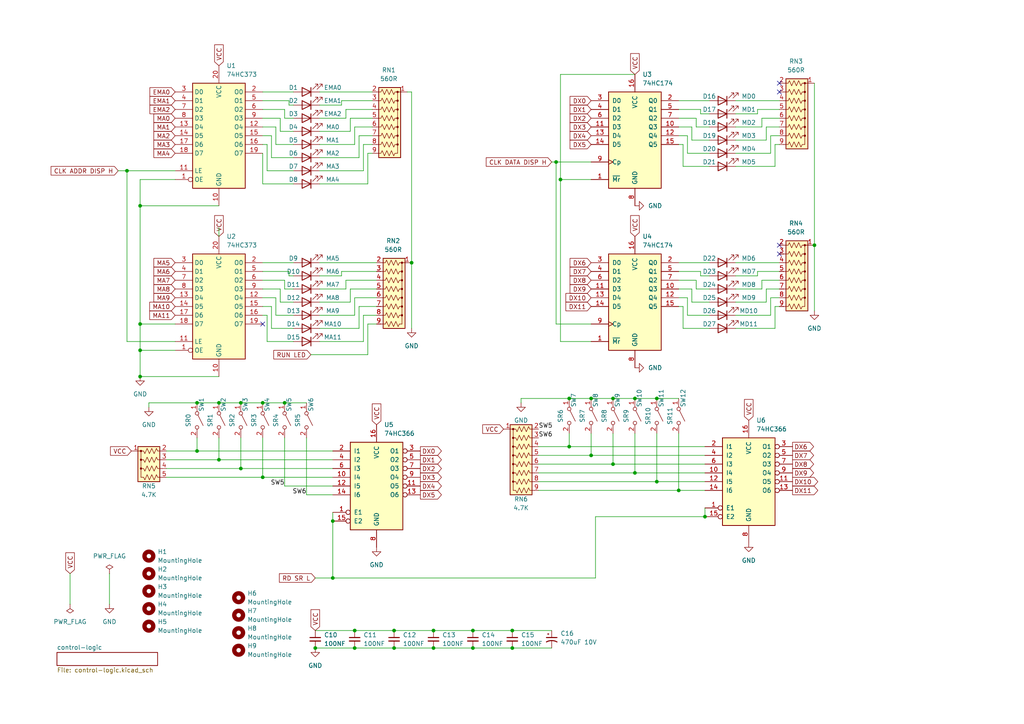
<source format=kicad_sch>
(kicad_sch (version 20230121) (generator eeschema)

  (uuid 5d2b1797-98fb-4c5d-a599-c64e3b960257)

  (paper "A4")

  (lib_symbols
    (symbol "74xx:74HC373" (in_bom yes) (on_board yes)
      (property "Reference" "U" (at -7.62 16.51 0)
        (effects (font (size 1.27 1.27)))
      )
      (property "Value" "74HC373" (at -7.62 -16.51 0)
        (effects (font (size 1.27 1.27)))
      )
      (property "Footprint" "" (at 0 0 0)
        (effects (font (size 1.27 1.27)) hide)
      )
      (property "Datasheet" "https://www.ti.com/lit/ds/symlink/cd54hc373.pdf" (at 0 0 0)
        (effects (font (size 1.27 1.27)) hide)
      )
      (property "ki_keywords" "HCMOS REG DFF DFF8 LATCH" (at 0 0 0)
        (effects (font (size 1.27 1.27)) hide)
      )
      (property "ki_description" "8-bit Latch, 3-state outputs" (at 0 0 0)
        (effects (font (size 1.27 1.27)) hide)
      )
      (property "ki_fp_filters" "DIP?20* SOIC?20* SO?20* SSOP?20* TSSOP?20*" (at 0 0 0)
        (effects (font (size 1.27 1.27)) hide)
      )
      (symbol "74HC373_1_0"
        (pin input inverted (at -12.7 -12.7 0) (length 5.08)
          (name "OE" (effects (font (size 1.27 1.27))))
          (number "1" (effects (font (size 1.27 1.27))))
        )
        (pin power_in line (at 0 -20.32 90) (length 5.08)
          (name "GND" (effects (font (size 1.27 1.27))))
          (number "10" (effects (font (size 1.27 1.27))))
        )
        (pin input line (at -12.7 -10.16 0) (length 5.08)
          (name "LE" (effects (font (size 1.27 1.27))))
          (number "11" (effects (font (size 1.27 1.27))))
        )
        (pin tri_state line (at 12.7 2.54 180) (length 5.08)
          (name "O4" (effects (font (size 1.27 1.27))))
          (number "12" (effects (font (size 1.27 1.27))))
        )
        (pin input line (at -12.7 2.54 0) (length 5.08)
          (name "D4" (effects (font (size 1.27 1.27))))
          (number "13" (effects (font (size 1.27 1.27))))
        )
        (pin input line (at -12.7 0 0) (length 5.08)
          (name "D5" (effects (font (size 1.27 1.27))))
          (number "14" (effects (font (size 1.27 1.27))))
        )
        (pin tri_state line (at 12.7 0 180) (length 5.08)
          (name "O5" (effects (font (size 1.27 1.27))))
          (number "15" (effects (font (size 1.27 1.27))))
        )
        (pin tri_state line (at 12.7 -2.54 180) (length 5.08)
          (name "O6" (effects (font (size 1.27 1.27))))
          (number "16" (effects (font (size 1.27 1.27))))
        )
        (pin input line (at -12.7 -2.54 0) (length 5.08)
          (name "D6" (effects (font (size 1.27 1.27))))
          (number "17" (effects (font (size 1.27 1.27))))
        )
        (pin input line (at -12.7 -5.08 0) (length 5.08)
          (name "D7" (effects (font (size 1.27 1.27))))
          (number "18" (effects (font (size 1.27 1.27))))
        )
        (pin tri_state line (at 12.7 -5.08 180) (length 5.08)
          (name "O7" (effects (font (size 1.27 1.27))))
          (number "19" (effects (font (size 1.27 1.27))))
        )
        (pin tri_state line (at 12.7 12.7 180) (length 5.08)
          (name "O0" (effects (font (size 1.27 1.27))))
          (number "2" (effects (font (size 1.27 1.27))))
        )
        (pin power_in line (at 0 20.32 270) (length 5.08)
          (name "VCC" (effects (font (size 1.27 1.27))))
          (number "20" (effects (font (size 1.27 1.27))))
        )
        (pin input line (at -12.7 12.7 0) (length 5.08)
          (name "D0" (effects (font (size 1.27 1.27))))
          (number "3" (effects (font (size 1.27 1.27))))
        )
        (pin input line (at -12.7 10.16 0) (length 5.08)
          (name "D1" (effects (font (size 1.27 1.27))))
          (number "4" (effects (font (size 1.27 1.27))))
        )
        (pin tri_state line (at 12.7 10.16 180) (length 5.08)
          (name "O1" (effects (font (size 1.27 1.27))))
          (number "5" (effects (font (size 1.27 1.27))))
        )
        (pin tri_state line (at 12.7 7.62 180) (length 5.08)
          (name "O2" (effects (font (size 1.27 1.27))))
          (number "6" (effects (font (size 1.27 1.27))))
        )
        (pin input line (at -12.7 7.62 0) (length 5.08)
          (name "D2" (effects (font (size 1.27 1.27))))
          (number "7" (effects (font (size 1.27 1.27))))
        )
        (pin input line (at -12.7 5.08 0) (length 5.08)
          (name "D3" (effects (font (size 1.27 1.27))))
          (number "8" (effects (font (size 1.27 1.27))))
        )
        (pin tri_state line (at 12.7 5.08 180) (length 5.08)
          (name "O3" (effects (font (size 1.27 1.27))))
          (number "9" (effects (font (size 1.27 1.27))))
        )
      )
      (symbol "74HC373_1_1"
        (rectangle (start -7.62 15.24) (end 7.62 -15.24)
          (stroke (width 0.254) (type default))
          (fill (type background))
        )
      )
    )
    (symbol "74xx:74LS174" (pin_names (offset 1.016)) (in_bom yes) (on_board yes)
      (property "Reference" "U" (at -7.62 13.97 0)
        (effects (font (size 1.27 1.27)))
      )
      (property "Value" "74LS174" (at -7.62 -16.51 0)
        (effects (font (size 1.27 1.27)))
      )
      (property "Footprint" "" (at 0 0 0)
        (effects (font (size 1.27 1.27)) hide)
      )
      (property "Datasheet" "http://www.ti.com/lit/gpn/sn74LS174" (at 0 0 0)
        (effects (font (size 1.27 1.27)) hide)
      )
      (property "ki_locked" "" (at 0 0 0)
        (effects (font (size 1.27 1.27)))
      )
      (property "ki_keywords" "TTL REG REG6 DFF" (at 0 0 0)
        (effects (font (size 1.27 1.27)) hide)
      )
      (property "ki_description" "Hex D-type Flip-Flop, reset" (at 0 0 0)
        (effects (font (size 1.27 1.27)) hide)
      )
      (property "ki_fp_filters" "DIP?16*" (at 0 0 0)
        (effects (font (size 1.27 1.27)) hide)
      )
      (symbol "74LS174_1_0"
        (pin input line (at -12.7 -12.7 0) (length 5.08)
          (name "~{Mr}" (effects (font (size 1.27 1.27))))
          (number "1" (effects (font (size 1.27 1.27))))
        )
        (pin output line (at 12.7 2.54 180) (length 5.08)
          (name "Q3" (effects (font (size 1.27 1.27))))
          (number "10" (effects (font (size 1.27 1.27))))
        )
        (pin input line (at -12.7 2.54 0) (length 5.08)
          (name "D3" (effects (font (size 1.27 1.27))))
          (number "11" (effects (font (size 1.27 1.27))))
        )
        (pin output line (at 12.7 0 180) (length 5.08)
          (name "Q4" (effects (font (size 1.27 1.27))))
          (number "12" (effects (font (size 1.27 1.27))))
        )
        (pin input line (at -12.7 0 0) (length 5.08)
          (name "D4" (effects (font (size 1.27 1.27))))
          (number "13" (effects (font (size 1.27 1.27))))
        )
        (pin input line (at -12.7 -2.54 0) (length 5.08)
          (name "D5" (effects (font (size 1.27 1.27))))
          (number "14" (effects (font (size 1.27 1.27))))
        )
        (pin output line (at 12.7 -2.54 180) (length 5.08)
          (name "Q5" (effects (font (size 1.27 1.27))))
          (number "15" (effects (font (size 1.27 1.27))))
        )
        (pin power_in line (at 0 17.78 270) (length 5.08)
          (name "VCC" (effects (font (size 1.27 1.27))))
          (number "16" (effects (font (size 1.27 1.27))))
        )
        (pin output line (at 12.7 10.16 180) (length 5.08)
          (name "Q0" (effects (font (size 1.27 1.27))))
          (number "2" (effects (font (size 1.27 1.27))))
        )
        (pin input line (at -12.7 10.16 0) (length 5.08)
          (name "D0" (effects (font (size 1.27 1.27))))
          (number "3" (effects (font (size 1.27 1.27))))
        )
        (pin input line (at -12.7 7.62 0) (length 5.08)
          (name "D1" (effects (font (size 1.27 1.27))))
          (number "4" (effects (font (size 1.27 1.27))))
        )
        (pin output line (at 12.7 7.62 180) (length 5.08)
          (name "Q1" (effects (font (size 1.27 1.27))))
          (number "5" (effects (font (size 1.27 1.27))))
        )
        (pin input line (at -12.7 5.08 0) (length 5.08)
          (name "D2" (effects (font (size 1.27 1.27))))
          (number "6" (effects (font (size 1.27 1.27))))
        )
        (pin output line (at 12.7 5.08 180) (length 5.08)
          (name "Q2" (effects (font (size 1.27 1.27))))
          (number "7" (effects (font (size 1.27 1.27))))
        )
        (pin power_in line (at 0 -20.32 90) (length 5.08)
          (name "GND" (effects (font (size 1.27 1.27))))
          (number "8" (effects (font (size 1.27 1.27))))
        )
        (pin input clock (at -12.7 -7.62 0) (length 5.08)
          (name "Cp" (effects (font (size 1.27 1.27))))
          (number "9" (effects (font (size 1.27 1.27))))
        )
      )
      (symbol "74LS174_1_1"
        (rectangle (start -7.62 12.7) (end 7.62 -15.24)
          (stroke (width 0.254) (type default))
          (fill (type background))
        )
      )
    )
    (symbol "74xx:74LS366" (pin_names (offset 1.016)) (in_bom yes) (on_board yes)
      (property "Reference" "U" (at -7.62 13.97 0)
        (effects (font (size 1.27 1.27)))
      )
      (property "Value" "74LS366" (at -7.62 -13.97 0)
        (effects (font (size 1.27 1.27)))
      )
      (property "Footprint" "" (at 0 0 0)
        (effects (font (size 1.27 1.27)) hide)
      )
      (property "Datasheet" "http://www.ti.com/lit/gpn/sn74LS366" (at 0 0 0)
        (effects (font (size 1.27 1.27)) hide)
      )
      (property "ki_locked" "" (at 0 0 0)
        (effects (font (size 1.27 1.27)))
      )
      (property "ki_keywords" "TTL Buffer BUS 3State" (at 0 0 0)
        (effects (font (size 1.27 1.27)) hide)
      )
      (property "ki_description" "Hex Bus Driver inverter, 3-state outputs" (at 0 0 0)
        (effects (font (size 1.27 1.27)) hide)
      )
      (property "ki_fp_filters" "DIP?16*" (at 0 0 0)
        (effects (font (size 1.27 1.27)) hide)
      )
      (symbol "74LS366_1_0"
        (pin input inverted (at -12.7 -7.62 0) (length 5.08)
          (name "E1" (effects (font (size 1.27 1.27))))
          (number "1" (effects (font (size 1.27 1.27))))
        )
        (pin input line (at -12.7 2.54 0) (length 5.08)
          (name "I4" (effects (font (size 1.27 1.27))))
          (number "10" (effects (font (size 1.27 1.27))))
        )
        (pin tri_state inverted (at 12.7 0 180) (length 5.08)
          (name "O5" (effects (font (size 1.27 1.27))))
          (number "11" (effects (font (size 1.27 1.27))))
        )
        (pin input line (at -12.7 0 0) (length 5.08)
          (name "I5" (effects (font (size 1.27 1.27))))
          (number "12" (effects (font (size 1.27 1.27))))
        )
        (pin tri_state inverted (at 12.7 -2.54 180) (length 5.08)
          (name "O6" (effects (font (size 1.27 1.27))))
          (number "13" (effects (font (size 1.27 1.27))))
        )
        (pin input line (at -12.7 -2.54 0) (length 5.08)
          (name "I6" (effects (font (size 1.27 1.27))))
          (number "14" (effects (font (size 1.27 1.27))))
        )
        (pin input inverted (at -12.7 -10.16 0) (length 5.08)
          (name "E2" (effects (font (size 1.27 1.27))))
          (number "15" (effects (font (size 1.27 1.27))))
        )
        (pin power_in line (at 0 17.78 270) (length 5.08)
          (name "VCC" (effects (font (size 1.27 1.27))))
          (number "16" (effects (font (size 1.27 1.27))))
        )
        (pin input line (at -12.7 10.16 0) (length 5.08)
          (name "I1" (effects (font (size 1.27 1.27))))
          (number "2" (effects (font (size 1.27 1.27))))
        )
        (pin tri_state inverted (at 12.7 10.16 180) (length 5.08)
          (name "O1" (effects (font (size 1.27 1.27))))
          (number "3" (effects (font (size 1.27 1.27))))
        )
        (pin input line (at -12.7 7.62 0) (length 5.08)
          (name "I2" (effects (font (size 1.27 1.27))))
          (number "4" (effects (font (size 1.27 1.27))))
        )
        (pin tri_state inverted (at 12.7 7.62 180) (length 5.08)
          (name "O2" (effects (font (size 1.27 1.27))))
          (number "5" (effects (font (size 1.27 1.27))))
        )
        (pin input line (at -12.7 5.08 0) (length 5.08)
          (name "I3" (effects (font (size 1.27 1.27))))
          (number "6" (effects (font (size 1.27 1.27))))
        )
        (pin tri_state inverted (at 12.7 5.08 180) (length 5.08)
          (name "O3" (effects (font (size 1.27 1.27))))
          (number "7" (effects (font (size 1.27 1.27))))
        )
        (pin power_in line (at 0 -17.78 90) (length 5.08)
          (name "GND" (effects (font (size 1.27 1.27))))
          (number "8" (effects (font (size 1.27 1.27))))
        )
        (pin tri_state inverted (at 12.7 2.54 180) (length 5.08)
          (name "O4" (effects (font (size 1.27 1.27))))
          (number "9" (effects (font (size 1.27 1.27))))
        )
      )
      (symbol "74LS366_1_1"
        (rectangle (start -7.62 12.7) (end 7.62 -12.7)
          (stroke (width 0.254) (type default))
          (fill (type background))
        )
      )
    )
    (symbol "Device:C_Polarized_Small_US" (pin_numbers hide) (pin_names (offset 0.254) hide) (in_bom yes) (on_board yes)
      (property "Reference" "C" (at 0.254 1.778 0)
        (effects (font (size 1.27 1.27)) (justify left))
      )
      (property "Value" "C_Polarized_Small_US" (at 0.254 -2.032 0)
        (effects (font (size 1.27 1.27)) (justify left))
      )
      (property "Footprint" "" (at 0 0 0)
        (effects (font (size 1.27 1.27)) hide)
      )
      (property "Datasheet" "~" (at 0 0 0)
        (effects (font (size 1.27 1.27)) hide)
      )
      (property "ki_keywords" "cap capacitor" (at 0 0 0)
        (effects (font (size 1.27 1.27)) hide)
      )
      (property "ki_description" "Polarized capacitor, small US symbol" (at 0 0 0)
        (effects (font (size 1.27 1.27)) hide)
      )
      (property "ki_fp_filters" "CP_*" (at 0 0 0)
        (effects (font (size 1.27 1.27)) hide)
      )
      (symbol "C_Polarized_Small_US_0_1"
        (polyline
          (pts
            (xy -1.524 0.508)
            (xy 1.524 0.508)
          )
          (stroke (width 0.3048) (type default))
          (fill (type none))
        )
        (polyline
          (pts
            (xy -1.27 1.524)
            (xy -0.762 1.524)
          )
          (stroke (width 0) (type default))
          (fill (type none))
        )
        (polyline
          (pts
            (xy -1.016 1.27)
            (xy -1.016 1.778)
          )
          (stroke (width 0) (type default))
          (fill (type none))
        )
        (arc (start 1.524 -0.762) (mid 0 -0.3734) (end -1.524 -0.762)
          (stroke (width 0.3048) (type default))
          (fill (type none))
        )
      )
      (symbol "C_Polarized_Small_US_1_1"
        (pin passive line (at 0 2.54 270) (length 2.032)
          (name "~" (effects (font (size 1.27 1.27))))
          (number "1" (effects (font (size 1.27 1.27))))
        )
        (pin passive line (at 0 -2.54 90) (length 2.032)
          (name "~" (effects (font (size 1.27 1.27))))
          (number "2" (effects (font (size 1.27 1.27))))
        )
      )
    )
    (symbol "Device:C_Small" (pin_numbers hide) (pin_names (offset 0.254) hide) (in_bom yes) (on_board yes)
      (property "Reference" "C" (at 0.254 1.778 0)
        (effects (font (size 1.27 1.27)) (justify left))
      )
      (property "Value" "C_Small" (at 0.254 -2.032 0)
        (effects (font (size 1.27 1.27)) (justify left))
      )
      (property "Footprint" "" (at 0 0 0)
        (effects (font (size 1.27 1.27)) hide)
      )
      (property "Datasheet" "~" (at 0 0 0)
        (effects (font (size 1.27 1.27)) hide)
      )
      (property "ki_keywords" "capacitor cap" (at 0 0 0)
        (effects (font (size 1.27 1.27)) hide)
      )
      (property "ki_description" "Unpolarized capacitor, small symbol" (at 0 0 0)
        (effects (font (size 1.27 1.27)) hide)
      )
      (property "ki_fp_filters" "C_*" (at 0 0 0)
        (effects (font (size 1.27 1.27)) hide)
      )
      (symbol "C_Small_0_1"
        (polyline
          (pts
            (xy -1.524 -0.508)
            (xy 1.524 -0.508)
          )
          (stroke (width 0.3302) (type default))
          (fill (type none))
        )
        (polyline
          (pts
            (xy -1.524 0.508)
            (xy 1.524 0.508)
          )
          (stroke (width 0.3048) (type default))
          (fill (type none))
        )
      )
      (symbol "C_Small_1_1"
        (pin passive line (at 0 2.54 270) (length 2.032)
          (name "~" (effects (font (size 1.27 1.27))))
          (number "1" (effects (font (size 1.27 1.27))))
        )
        (pin passive line (at 0 -2.54 90) (length 2.032)
          (name "~" (effects (font (size 1.27 1.27))))
          (number "2" (effects (font (size 1.27 1.27))))
        )
      )
    )
    (symbol "Device:LED" (pin_numbers hide) (pin_names (offset 1.016) hide) (in_bom yes) (on_board yes)
      (property "Reference" "D" (at 0 2.54 0)
        (effects (font (size 1.27 1.27)))
      )
      (property "Value" "LED" (at 0 -2.54 0)
        (effects (font (size 1.27 1.27)))
      )
      (property "Footprint" "" (at 0 0 0)
        (effects (font (size 1.27 1.27)) hide)
      )
      (property "Datasheet" "~" (at 0 0 0)
        (effects (font (size 1.27 1.27)) hide)
      )
      (property "ki_keywords" "LED diode" (at 0 0 0)
        (effects (font (size 1.27 1.27)) hide)
      )
      (property "ki_description" "Light emitting diode" (at 0 0 0)
        (effects (font (size 1.27 1.27)) hide)
      )
      (property "ki_fp_filters" "LED* LED_SMD:* LED_THT:*" (at 0 0 0)
        (effects (font (size 1.27 1.27)) hide)
      )
      (symbol "LED_0_1"
        (polyline
          (pts
            (xy -1.27 -1.27)
            (xy -1.27 1.27)
          )
          (stroke (width 0.254) (type default))
          (fill (type none))
        )
        (polyline
          (pts
            (xy -1.27 0)
            (xy 1.27 0)
          )
          (stroke (width 0) (type default))
          (fill (type none))
        )
        (polyline
          (pts
            (xy 1.27 -1.27)
            (xy 1.27 1.27)
            (xy -1.27 0)
            (xy 1.27 -1.27)
          )
          (stroke (width 0.254) (type default))
          (fill (type none))
        )
        (polyline
          (pts
            (xy -3.048 -0.762)
            (xy -4.572 -2.286)
            (xy -3.81 -2.286)
            (xy -4.572 -2.286)
            (xy -4.572 -1.524)
          )
          (stroke (width 0) (type default))
          (fill (type none))
        )
        (polyline
          (pts
            (xy -1.778 -0.762)
            (xy -3.302 -2.286)
            (xy -2.54 -2.286)
            (xy -3.302 -2.286)
            (xy -3.302 -1.524)
          )
          (stroke (width 0) (type default))
          (fill (type none))
        )
      )
      (symbol "LED_1_1"
        (pin passive line (at -3.81 0 0) (length 2.54)
          (name "K" (effects (font (size 1.27 1.27))))
          (number "1" (effects (font (size 1.27 1.27))))
        )
        (pin passive line (at 3.81 0 180) (length 2.54)
          (name "A" (effects (font (size 1.27 1.27))))
          (number "2" (effects (font (size 1.27 1.27))))
        )
      )
    )
    (symbol "Device:R_Network04_US" (pin_names (offset 0) hide) (in_bom yes) (on_board yes)
      (property "Reference" "RN" (at -7.62 0 90)
        (effects (font (size 1.27 1.27)))
      )
      (property "Value" "R_Network04_US" (at 5.08 0 90)
        (effects (font (size 1.27 1.27)))
      )
      (property "Footprint" "Resistor_THT:R_Array_SIP5" (at 6.985 0 90)
        (effects (font (size 1.27 1.27)) hide)
      )
      (property "Datasheet" "http://www.vishay.com/docs/31509/csc.pdf" (at 0 0 0)
        (effects (font (size 1.27 1.27)) hide)
      )
      (property "ki_keywords" "R network star-topology" (at 0 0 0)
        (effects (font (size 1.27 1.27)) hide)
      )
      (property "ki_description" "4 resistor network, star topology, bussed resistors, small US symbol" (at 0 0 0)
        (effects (font (size 1.27 1.27)) hide)
      )
      (property "ki_fp_filters" "R?Array?SIP*" (at 0 0 0)
        (effects (font (size 1.27 1.27)) hide)
      )
      (symbol "R_Network04_US_0_1"
        (rectangle (start -6.35 -3.175) (end 3.81 3.175)
          (stroke (width 0.254) (type default))
          (fill (type background))
        )
        (circle (center -5.08 2.286) (radius 0.254)
          (stroke (width 0) (type default))
          (fill (type outline))
        )
        (circle (center -2.54 2.286) (radius 0.254)
          (stroke (width 0) (type default))
          (fill (type outline))
        )
        (polyline
          (pts
            (xy -5.08 2.286)
            (xy 2.54 2.286)
          )
          (stroke (width 0) (type default))
          (fill (type none))
        )
        (polyline
          (pts
            (xy -5.08 2.286)
            (xy -5.08 1.524)
            (xy -4.318 1.1684)
            (xy -5.842 0.508)
            (xy -4.318 -0.1524)
            (xy -5.842 -0.8382)
            (xy -4.318 -1.524)
            (xy -5.842 -2.1844)
            (xy -5.08 -2.54)
            (xy -5.08 -3.81)
          )
          (stroke (width 0) (type default))
          (fill (type none))
        )
        (polyline
          (pts
            (xy -2.54 2.286)
            (xy -2.54 1.524)
            (xy -1.778 1.1684)
            (xy -3.302 0.508)
            (xy -1.778 -0.1524)
            (xy -3.302 -0.8382)
            (xy -1.778 -1.524)
            (xy -3.302 -2.1844)
            (xy -2.54 -2.54)
            (xy -2.54 -3.81)
          )
          (stroke (width 0) (type default))
          (fill (type none))
        )
        (polyline
          (pts
            (xy 0 2.286)
            (xy 0 1.524)
            (xy 0.762 1.1684)
            (xy -0.762 0.508)
            (xy 0.762 -0.1524)
            (xy -0.762 -0.8382)
            (xy 0.762 -1.524)
            (xy -0.762 -2.1844)
            (xy 0 -2.54)
            (xy 0 -3.81)
          )
          (stroke (width 0) (type default))
          (fill (type none))
        )
        (polyline
          (pts
            (xy 2.54 2.286)
            (xy 2.54 1.524)
            (xy 3.302 1.1684)
            (xy 1.778 0.508)
            (xy 3.302 -0.1524)
            (xy 1.778 -0.8382)
            (xy 3.302 -1.524)
            (xy 1.778 -2.1844)
            (xy 2.54 -2.54)
            (xy 2.54 -3.81)
          )
          (stroke (width 0) (type default))
          (fill (type none))
        )
        (circle (center 0 2.286) (radius 0.254)
          (stroke (width 0) (type default))
          (fill (type outline))
        )
      )
      (symbol "R_Network04_US_1_1"
        (pin passive line (at -5.08 5.08 270) (length 2.54)
          (name "common" (effects (font (size 1.27 1.27))))
          (number "1" (effects (font (size 1.27 1.27))))
        )
        (pin passive line (at -5.08 -5.08 90) (length 1.27)
          (name "R1" (effects (font (size 1.27 1.27))))
          (number "2" (effects (font (size 1.27 1.27))))
        )
        (pin passive line (at -2.54 -5.08 90) (length 1.27)
          (name "R2" (effects (font (size 1.27 1.27))))
          (number "3" (effects (font (size 1.27 1.27))))
        )
        (pin passive line (at 0 -5.08 90) (length 1.27)
          (name "R3" (effects (font (size 1.27 1.27))))
          (number "4" (effects (font (size 1.27 1.27))))
        )
        (pin passive line (at 2.54 -5.08 90) (length 1.27)
          (name "R4" (effects (font (size 1.27 1.27))))
          (number "5" (effects (font (size 1.27 1.27))))
        )
      )
    )
    (symbol "Device:R_Network08_US" (pin_names (offset 0) hide) (in_bom yes) (on_board yes)
      (property "Reference" "RN" (at -12.7 0 90)
        (effects (font (size 1.27 1.27)))
      )
      (property "Value" "R_Network08_US" (at 10.16 0 90)
        (effects (font (size 1.27 1.27)))
      )
      (property "Footprint" "Resistor_THT:R_Array_SIP9" (at 12.065 0 90)
        (effects (font (size 1.27 1.27)) hide)
      )
      (property "Datasheet" "http://www.vishay.com/docs/31509/csc.pdf" (at 0 0 0)
        (effects (font (size 1.27 1.27)) hide)
      )
      (property "ki_keywords" "R network star-topology" (at 0 0 0)
        (effects (font (size 1.27 1.27)) hide)
      )
      (property "ki_description" "8 resistor network, star topology, bussed resistors, small US symbol" (at 0 0 0)
        (effects (font (size 1.27 1.27)) hide)
      )
      (property "ki_fp_filters" "R?Array?SIP*" (at 0 0 0)
        (effects (font (size 1.27 1.27)) hide)
      )
      (symbol "R_Network08_US_0_1"
        (rectangle (start -11.43 -3.175) (end 8.89 3.175)
          (stroke (width 0.254) (type default))
          (fill (type background))
        )
        (circle (center -10.16 2.286) (radius 0.254)
          (stroke (width 0) (type default))
          (fill (type outline))
        )
        (circle (center -7.62 2.286) (radius 0.254)
          (stroke (width 0) (type default))
          (fill (type outline))
        )
        (circle (center -5.08 2.286) (radius 0.254)
          (stroke (width 0) (type default))
          (fill (type outline))
        )
        (circle (center -2.54 2.286) (radius 0.254)
          (stroke (width 0) (type default))
          (fill (type outline))
        )
        (polyline
          (pts
            (xy -10.16 2.286)
            (xy 7.62 2.286)
          )
          (stroke (width 0) (type default))
          (fill (type none))
        )
        (polyline
          (pts
            (xy -10.16 2.286)
            (xy -10.16 1.524)
            (xy -9.398 1.1684)
            (xy -10.922 0.508)
            (xy -9.398 -0.1524)
            (xy -10.922 -0.8382)
            (xy -9.398 -1.524)
            (xy -10.922 -2.1844)
            (xy -10.16 -2.54)
            (xy -10.16 -3.81)
          )
          (stroke (width 0) (type default))
          (fill (type none))
        )
        (polyline
          (pts
            (xy -7.62 2.286)
            (xy -7.62 1.524)
            (xy -6.858 1.1684)
            (xy -8.382 0.508)
            (xy -6.858 -0.1524)
            (xy -8.382 -0.8382)
            (xy -6.858 -1.524)
            (xy -8.382 -2.1844)
            (xy -7.62 -2.54)
            (xy -7.62 -3.81)
          )
          (stroke (width 0) (type default))
          (fill (type none))
        )
        (polyline
          (pts
            (xy -5.08 2.286)
            (xy -5.08 1.524)
            (xy -4.318 1.1684)
            (xy -5.842 0.508)
            (xy -4.318 -0.1524)
            (xy -5.842 -0.8382)
            (xy -4.318 -1.524)
            (xy -5.842 -2.1844)
            (xy -5.08 -2.54)
            (xy -5.08 -3.81)
          )
          (stroke (width 0) (type default))
          (fill (type none))
        )
        (polyline
          (pts
            (xy -2.54 2.286)
            (xy -2.54 1.524)
            (xy -1.778 1.1684)
            (xy -3.302 0.508)
            (xy -1.778 -0.1524)
            (xy -3.302 -0.8382)
            (xy -1.778 -1.524)
            (xy -3.302 -2.1844)
            (xy -2.54 -2.54)
            (xy -2.54 -3.81)
          )
          (stroke (width 0) (type default))
          (fill (type none))
        )
        (polyline
          (pts
            (xy 0 2.286)
            (xy 0 1.524)
            (xy 0.762 1.1684)
            (xy -0.762 0.508)
            (xy 0.762 -0.1524)
            (xy -0.762 -0.8382)
            (xy 0.762 -1.524)
            (xy -0.762 -2.1844)
            (xy 0 -2.54)
            (xy 0 -3.81)
          )
          (stroke (width 0) (type default))
          (fill (type none))
        )
        (polyline
          (pts
            (xy 2.54 2.286)
            (xy 2.54 1.524)
            (xy 3.302 1.1684)
            (xy 1.778 0.508)
            (xy 3.302 -0.1524)
            (xy 1.778 -0.8382)
            (xy 3.302 -1.524)
            (xy 1.778 -2.1844)
            (xy 2.54 -2.54)
            (xy 2.54 -3.81)
          )
          (stroke (width 0) (type default))
          (fill (type none))
        )
        (polyline
          (pts
            (xy 5.08 2.286)
            (xy 5.08 1.524)
            (xy 5.842 1.1684)
            (xy 4.318 0.508)
            (xy 5.842 -0.1524)
            (xy 4.318 -0.8382)
            (xy 5.842 -1.524)
            (xy 4.318 -2.1844)
            (xy 5.08 -2.54)
            (xy 5.08 -3.81)
          )
          (stroke (width 0) (type default))
          (fill (type none))
        )
        (polyline
          (pts
            (xy 7.62 2.286)
            (xy 7.62 1.524)
            (xy 8.382 1.1684)
            (xy 6.858 0.508)
            (xy 8.382 -0.1524)
            (xy 6.858 -0.8382)
            (xy 8.382 -1.524)
            (xy 6.858 -2.1844)
            (xy 7.62 -2.54)
            (xy 7.62 -3.81)
          )
          (stroke (width 0) (type default))
          (fill (type none))
        )
        (circle (center 0 2.286) (radius 0.254)
          (stroke (width 0) (type default))
          (fill (type outline))
        )
        (circle (center 2.54 2.286) (radius 0.254)
          (stroke (width 0) (type default))
          (fill (type outline))
        )
        (circle (center 5.08 2.286) (radius 0.254)
          (stroke (width 0) (type default))
          (fill (type outline))
        )
      )
      (symbol "R_Network08_US_1_1"
        (pin passive line (at -10.16 5.08 270) (length 2.54)
          (name "common" (effects (font (size 1.27 1.27))))
          (number "1" (effects (font (size 1.27 1.27))))
        )
        (pin passive line (at -10.16 -5.08 90) (length 1.27)
          (name "R1" (effects (font (size 1.27 1.27))))
          (number "2" (effects (font (size 1.27 1.27))))
        )
        (pin passive line (at -7.62 -5.08 90) (length 1.27)
          (name "R2" (effects (font (size 1.27 1.27))))
          (number "3" (effects (font (size 1.27 1.27))))
        )
        (pin passive line (at -5.08 -5.08 90) (length 1.27)
          (name "R3" (effects (font (size 1.27 1.27))))
          (number "4" (effects (font (size 1.27 1.27))))
        )
        (pin passive line (at -2.54 -5.08 90) (length 1.27)
          (name "R4" (effects (font (size 1.27 1.27))))
          (number "5" (effects (font (size 1.27 1.27))))
        )
        (pin passive line (at 0 -5.08 90) (length 1.27)
          (name "R5" (effects (font (size 1.27 1.27))))
          (number "6" (effects (font (size 1.27 1.27))))
        )
        (pin passive line (at 2.54 -5.08 90) (length 1.27)
          (name "R6" (effects (font (size 1.27 1.27))))
          (number "7" (effects (font (size 1.27 1.27))))
        )
        (pin passive line (at 5.08 -5.08 90) (length 1.27)
          (name "R7" (effects (font (size 1.27 1.27))))
          (number "8" (effects (font (size 1.27 1.27))))
        )
        (pin passive line (at 7.62 -5.08 90) (length 1.27)
          (name "R8" (effects (font (size 1.27 1.27))))
          (number "9" (effects (font (size 1.27 1.27))))
        )
      )
    )
    (symbol "Mechanical:MountingHole" (pin_names (offset 1.016)) (in_bom yes) (on_board yes)
      (property "Reference" "H" (at 0 5.08 0)
        (effects (font (size 1.27 1.27)))
      )
      (property "Value" "MountingHole" (at 0 3.175 0)
        (effects (font (size 1.27 1.27)))
      )
      (property "Footprint" "" (at 0 0 0)
        (effects (font (size 1.27 1.27)) hide)
      )
      (property "Datasheet" "~" (at 0 0 0)
        (effects (font (size 1.27 1.27)) hide)
      )
      (property "ki_keywords" "mounting hole" (at 0 0 0)
        (effects (font (size 1.27 1.27)) hide)
      )
      (property "ki_description" "Mounting Hole without connection" (at 0 0 0)
        (effects (font (size 1.27 1.27)) hide)
      )
      (property "ki_fp_filters" "MountingHole*" (at 0 0 0)
        (effects (font (size 1.27 1.27)) hide)
      )
      (symbol "MountingHole_0_1"
        (circle (center 0 0) (radius 1.27)
          (stroke (width 1.27) (type default))
          (fill (type none))
        )
      )
    )
    (symbol "Switch:SW_SPST" (pin_names (offset 0) hide) (in_bom yes) (on_board yes)
      (property "Reference" "SW" (at 0 3.175 0)
        (effects (font (size 1.27 1.27)))
      )
      (property "Value" "SW_SPST" (at 0 -2.54 0)
        (effects (font (size 1.27 1.27)))
      )
      (property "Footprint" "" (at 0 0 0)
        (effects (font (size 1.27 1.27)) hide)
      )
      (property "Datasheet" "~" (at 0 0 0)
        (effects (font (size 1.27 1.27)) hide)
      )
      (property "ki_keywords" "switch lever" (at 0 0 0)
        (effects (font (size 1.27 1.27)) hide)
      )
      (property "ki_description" "Single Pole Single Throw (SPST) switch" (at 0 0 0)
        (effects (font (size 1.27 1.27)) hide)
      )
      (symbol "SW_SPST_0_0"
        (circle (center -2.032 0) (radius 0.508)
          (stroke (width 0) (type default))
          (fill (type none))
        )
        (polyline
          (pts
            (xy -1.524 0.254)
            (xy 1.524 1.778)
          )
          (stroke (width 0) (type default))
          (fill (type none))
        )
        (circle (center 2.032 0) (radius 0.508)
          (stroke (width 0) (type default))
          (fill (type none))
        )
      )
      (symbol "SW_SPST_1_1"
        (pin passive line (at -5.08 0 0) (length 2.54)
          (name "A" (effects (font (size 1.27 1.27))))
          (number "1" (effects (font (size 1.27 1.27))))
        )
        (pin passive line (at 5.08 0 180) (length 2.54)
          (name "B" (effects (font (size 1.27 1.27))))
          (number "2" (effects (font (size 1.27 1.27))))
        )
      )
    )
    (symbol "power:GND" (power) (pin_names (offset 0)) (in_bom yes) (on_board yes)
      (property "Reference" "#PWR" (at 0 -6.35 0)
        (effects (font (size 1.27 1.27)) hide)
      )
      (property "Value" "GND" (at 0 -3.81 0)
        (effects (font (size 1.27 1.27)))
      )
      (property "Footprint" "" (at 0 0 0)
        (effects (font (size 1.27 1.27)) hide)
      )
      (property "Datasheet" "" (at 0 0 0)
        (effects (font (size 1.27 1.27)) hide)
      )
      (property "ki_keywords" "global power" (at 0 0 0)
        (effects (font (size 1.27 1.27)) hide)
      )
      (property "ki_description" "Power symbol creates a global label with name \"GND\" , ground" (at 0 0 0)
        (effects (font (size 1.27 1.27)) hide)
      )
      (symbol "GND_0_1"
        (polyline
          (pts
            (xy 0 0)
            (xy 0 -1.27)
            (xy 1.27 -1.27)
            (xy 0 -2.54)
            (xy -1.27 -1.27)
            (xy 0 -1.27)
          )
          (stroke (width 0) (type default))
          (fill (type none))
        )
      )
      (symbol "GND_1_1"
        (pin power_in line (at 0 0 270) (length 0) hide
          (name "GND" (effects (font (size 1.27 1.27))))
          (number "1" (effects (font (size 1.27 1.27))))
        )
      )
    )
    (symbol "power:PWR_FLAG" (power) (pin_numbers hide) (pin_names (offset 0) hide) (in_bom yes) (on_board yes)
      (property "Reference" "#FLG" (at 0 1.905 0)
        (effects (font (size 1.27 1.27)) hide)
      )
      (property "Value" "PWR_FLAG" (at 0 3.81 0)
        (effects (font (size 1.27 1.27)))
      )
      (property "Footprint" "" (at 0 0 0)
        (effects (font (size 1.27 1.27)) hide)
      )
      (property "Datasheet" "~" (at 0 0 0)
        (effects (font (size 1.27 1.27)) hide)
      )
      (property "ki_keywords" "flag power" (at 0 0 0)
        (effects (font (size 1.27 1.27)) hide)
      )
      (property "ki_description" "Special symbol for telling ERC where power comes from" (at 0 0 0)
        (effects (font (size 1.27 1.27)) hide)
      )
      (symbol "PWR_FLAG_0_0"
        (pin power_out line (at 0 0 90) (length 0)
          (name "pwr" (effects (font (size 1.27 1.27))))
          (number "1" (effects (font (size 1.27 1.27))))
        )
      )
      (symbol "PWR_FLAG_0_1"
        (polyline
          (pts
            (xy 0 0)
            (xy 0 1.27)
            (xy -1.016 1.905)
            (xy 0 2.54)
            (xy 1.016 1.905)
            (xy 0 1.27)
          )
          (stroke (width 0) (type default))
          (fill (type none))
        )
      )
    )
  )

  (junction (at 137.16 182.88) (diameter 0) (color 0 0 0 0)
    (uuid 001f8604-b62a-4d9d-a5b9-7c082592b4eb)
  )
  (junction (at 162.56 52.07) (diameter 0) (color 0 0 0 0)
    (uuid 015288e3-bf8a-4de6-97e7-234457eba79e)
  )
  (junction (at 76.2 138.43) (diameter 0) (color 0 0 0 0)
    (uuid 027c7d32-c57e-4c8f-803a-710c1124f8f4)
  )
  (junction (at 236.22 71.12) (diameter 0) (color 0 0 0 0)
    (uuid 048af243-7fb3-48b5-a9c5-6097a2b30386)
  )
  (junction (at 36.83 49.53) (diameter 0) (color 0 0 0 0)
    (uuid 110c653d-0f6e-4b9d-bf8e-bd928607eb11)
  )
  (junction (at 204.47 149.86) (diameter 0) (color 0 0 0 0)
    (uuid 15b43d37-24f4-46b1-8b54-fa1caf68bf3a)
  )
  (junction (at 82.55 116.84) (diameter 0) (color 0 0 0 0)
    (uuid 207be39f-0394-4c8e-9ce3-385f1d1845f8)
  )
  (junction (at 96.52 151.13) (diameter 0) (color 0 0 0 0)
    (uuid 329adcdc-09b4-45f4-8d68-41a67566b3af)
  )
  (junction (at 177.8 115.57) (diameter 0) (color 0 0 0 0)
    (uuid 3806cd66-cc39-458a-8b11-ec73b33a6e91)
  )
  (junction (at 137.16 187.96) (diameter 0) (color 0 0 0 0)
    (uuid 39e9a782-2b39-4598-98ed-0d4891ee80c0)
  )
  (junction (at 148.59 187.96) (diameter 0) (color 0 0 0 0)
    (uuid 3f360d10-f644-419d-ad13-979d6bff5da7)
  )
  (junction (at 119.38 76.2) (diameter 0) (color 0 0 0 0)
    (uuid 3f571dc9-8619-4bdd-b488-6adf1d211338)
  )
  (junction (at 102.87 187.96) (diameter 0) (color 0 0 0 0)
    (uuid 41217b25-7ed6-42c1-85f1-706c51add533)
  )
  (junction (at 57.15 116.84) (diameter 0) (color 0 0 0 0)
    (uuid 470ea1f3-dabf-497d-a692-b34f1fcd77ca)
  )
  (junction (at 114.3 187.96) (diameter 0) (color 0 0 0 0)
    (uuid 549eabf4-9cb2-4ee6-b609-ef6b74534b83)
  )
  (junction (at 161.29 46.99) (diameter 0) (color 0 0 0 0)
    (uuid 54f3677f-2a86-4ce3-98bb-54d284e10907)
  )
  (junction (at 184.15 115.57) (diameter 0) (color 0 0 0 0)
    (uuid 57db1047-8f78-4df3-b6d2-c513f378abe1)
  )
  (junction (at 171.45 132.08) (diameter 0) (color 0 0 0 0)
    (uuid 5f9d1521-bb83-4ba5-af03-c6d119728d8e)
  )
  (junction (at 102.87 182.88) (diameter 0) (color 0 0 0 0)
    (uuid 6515b9ec-3b26-47b4-911f-cf4f5fdfcd9b)
  )
  (junction (at 190.5 115.57) (diameter 0) (color 0 0 0 0)
    (uuid 71bf3f8e-c06d-4eb5-a425-005559b8e46e)
  )
  (junction (at 96.52 167.64) (diameter 0) (color 0 0 0 0)
    (uuid 74f1a682-3e1e-496a-bcae-bd64e37588b6)
  )
  (junction (at 40.64 59.69) (diameter 0) (color 0 0 0 0)
    (uuid 7a6f4afd-bacb-4e89-9d2d-518520afdb90)
  )
  (junction (at 184.15 137.16) (diameter 0) (color 0 0 0 0)
    (uuid 8f8c2b8f-dfc5-4af6-b5ec-103c2795ff4b)
  )
  (junction (at 40.64 109.22) (diameter 0) (color 0 0 0 0)
    (uuid 94328dd2-5f53-4b44-b601-24f3655349c8)
  )
  (junction (at 165.1 129.54) (diameter 0) (color 0 0 0 0)
    (uuid a16dde32-954c-4764-a29c-f515befc4f20)
  )
  (junction (at 91.44 187.96) (diameter 0) (color 0 0 0 0)
    (uuid a2480727-d8b2-404a-a4ea-08c67fbf8283)
  )
  (junction (at 69.85 116.84) (diameter 0) (color 0 0 0 0)
    (uuid a7d48b69-5ba9-46ef-b10a-0476026f0a61)
  )
  (junction (at 125.73 187.96) (diameter 0) (color 0 0 0 0)
    (uuid aa0bae47-435d-4ee5-832c-be5c3f364a18)
  )
  (junction (at 177.8 134.62) (diameter 0) (color 0 0 0 0)
    (uuid ae98b48e-a039-474f-b8ec-1a4e399dba54)
  )
  (junction (at 40.64 93.98) (diameter 0) (color 0 0 0 0)
    (uuid b95509de-30aa-4ce8-9866-dc05c80121ab)
  )
  (junction (at 190.5 139.7) (diameter 0) (color 0 0 0 0)
    (uuid c0175baf-a38c-47ac-9be2-fdaeb977e4ef)
  )
  (junction (at 63.5 133.35) (diameter 0) (color 0 0 0 0)
    (uuid c62f6f80-38e5-45cf-ac78-cc00f657a95b)
  )
  (junction (at 171.45 115.57) (diameter 0) (color 0 0 0 0)
    (uuid c76c8055-7c17-42ee-8a35-1082350a4140)
  )
  (junction (at 63.5 116.84) (diameter 0) (color 0 0 0 0)
    (uuid ca55ef91-9647-4fb2-a6be-ecb18d5541cc)
  )
  (junction (at 196.85 142.24) (diameter 0) (color 0 0 0 0)
    (uuid cd2b471d-3e79-438c-b565-c56c33d133ce)
  )
  (junction (at 114.3 182.88) (diameter 0) (color 0 0 0 0)
    (uuid ce330355-c7de-4024-b7c6-c4a7bc7920b6)
  )
  (junction (at 69.85 135.89) (diameter 0) (color 0 0 0 0)
    (uuid ceec2e13-ab1a-45a3-9d03-0e85f5802e89)
  )
  (junction (at 125.73 182.88) (diameter 0) (color 0 0 0 0)
    (uuid d08a80d4-8c5c-4fa2-9e2d-6611c7b2d6cf)
  )
  (junction (at 148.59 182.88) (diameter 0) (color 0 0 0 0)
    (uuid dbbe14c9-45f0-4b2c-b122-3e4c072dd9f0)
  )
  (junction (at 76.2 116.84) (diameter 0) (color 0 0 0 0)
    (uuid eccc6571-5a8a-4245-9e26-691b1243ceae)
  )
  (junction (at 165.1 115.57) (diameter 0) (color 0 0 0 0)
    (uuid f60ede67-6518-4627-baad-446efbcb1fa8)
  )
  (junction (at 40.64 101.6) (diameter 0) (color 0 0 0 0)
    (uuid fceb6805-fed3-4004-9319-ab2882af6e9c)
  )
  (junction (at 57.15 130.81) (diameter 0) (color 0 0 0 0)
    (uuid fe87334d-082d-4755-ba1f-1cc403b37acf)
  )

  (no_connect (at 226.06 26.67) (uuid 0b4399e1-3342-4140-bec2-2b99704efa12))
  (no_connect (at 226.06 73.66) (uuid 34230a00-964c-4061-bff0-6eee33acd817))
  (no_connect (at 226.06 71.12) (uuid 41da8237-a3bb-4c78-8c6f-eb2bdefbd86c))
  (no_connect (at 226.06 24.13) (uuid 828af15a-21c9-4515-b210-46f702605e30))
  (no_connect (at 76.2 93.98) (uuid e51f67c3-0b2b-4ae0-bfc7-4acb07100972))

  (wire (pts (xy 43.18 116.84) (xy 43.18 118.11))
    (stroke (width 0) (type default))
    (uuid 01648f22-f7fc-4857-823b-33d0e5adc89d)
  )
  (wire (pts (xy 107.95 34.29) (xy 101.6 34.29))
    (stroke (width 0) (type default))
    (uuid 01b5b7ff-4eef-4b56-a5c6-941b42dca9cd)
  )
  (wire (pts (xy 219.71 31.75) (xy 219.71 33.02))
    (stroke (width 0) (type default))
    (uuid 033d02bc-bbd9-4b11-85e7-1743d31bbdf6)
  )
  (wire (pts (xy 119.38 26.67) (xy 119.38 76.2))
    (stroke (width 0) (type default))
    (uuid 03a3d56d-0a48-4c59-b810-396d5ad2e2b4)
  )
  (wire (pts (xy 76.2 39.37) (xy 78.74 39.37))
    (stroke (width 0) (type default))
    (uuid 03e95b8b-7dd3-4dca-b837-0c86690df54e)
  )
  (wire (pts (xy 99.06 29.21) (xy 99.06 30.48))
    (stroke (width 0) (type default))
    (uuid 071282f0-47a1-424a-9883-e582c8c49cf5)
  )
  (wire (pts (xy 199.39 91.44) (xy 205.74 91.44))
    (stroke (width 0) (type default))
    (uuid 08a5815c-3efd-48ee-8364-407317d8c166)
  )
  (wire (pts (xy 119.38 76.2) (xy 119.38 95.25))
    (stroke (width 0) (type default))
    (uuid 098fd413-2fbc-4a87-a523-0111a7447099)
  )
  (wire (pts (xy 199.39 86.36) (xy 199.39 91.44))
    (stroke (width 0) (type default))
    (uuid 0ab2ab81-3d31-4fdf-a2a8-71aaa31fc514)
  )
  (wire (pts (xy 196.85 76.2) (xy 205.74 76.2))
    (stroke (width 0) (type default))
    (uuid 0b367de6-b17e-4d05-90a5-4bc8435449d1)
  )
  (wire (pts (xy 156.21 134.62) (xy 177.8 134.62))
    (stroke (width 0) (type default))
    (uuid 0c453cef-3e15-4b94-a932-d994c37db35c)
  )
  (wire (pts (xy 106.68 53.34) (xy 92.71 53.34))
    (stroke (width 0) (type default))
    (uuid 0cb2ee19-70de-4924-a2ae-b37194a056e6)
  )
  (wire (pts (xy 196.85 41.91) (xy 198.12 41.91))
    (stroke (width 0) (type default))
    (uuid 0cd047e2-c7bc-4bb4-ab41-aa16a652f8f9)
  )
  (wire (pts (xy 177.8 134.62) (xy 204.47 134.62))
    (stroke (width 0) (type default))
    (uuid 0db82929-9ccb-4642-8668-1d945bf06e30)
  )
  (wire (pts (xy 224.79 41.91) (xy 224.79 48.26))
    (stroke (width 0) (type default))
    (uuid 0e3db97e-7f4d-4b14-b5b1-92f56b6ce7bd)
  )
  (wire (pts (xy 165.1 125.73) (xy 165.1 129.54))
    (stroke (width 0) (type default))
    (uuid 0eeb18bb-50bb-4cc9-b7c5-83e575e6a1b7)
  )
  (wire (pts (xy 114.3 187.96) (xy 125.73 187.96))
    (stroke (width 0) (type default))
    (uuid 10681144-f5bf-4250-8601-095b16412749)
  )
  (wire (pts (xy 100.33 83.82) (xy 92.71 83.82))
    (stroke (width 0) (type default))
    (uuid 11ef16d1-02ff-4992-b4bb-ee989fca3210)
  )
  (wire (pts (xy 151.13 115.57) (xy 165.1 115.57))
    (stroke (width 0) (type default))
    (uuid 12860f1d-7a50-4175-8e27-d4d57eb7e95e)
  )
  (wire (pts (xy 200.66 83.82) (xy 200.66 87.63))
    (stroke (width 0) (type default))
    (uuid 13c8c9cb-b7f9-4810-9384-e89c62891240)
  )
  (wire (pts (xy 107.95 36.83) (xy 102.87 36.83))
    (stroke (width 0) (type default))
    (uuid 151b6186-f4bd-454d-ab52-771124706354)
  )
  (wire (pts (xy 204.47 147.32) (xy 204.47 149.86))
    (stroke (width 0) (type default))
    (uuid 15e7a44b-775d-46af-9f54-40e06c9d03b7)
  )
  (wire (pts (xy 88.9 127) (xy 88.9 143.51))
    (stroke (width 0) (type default))
    (uuid 15ff3d1d-1567-4ed1-a66d-232d6fe7934a)
  )
  (wire (pts (xy 109.22 86.36) (xy 102.87 86.36))
    (stroke (width 0) (type default))
    (uuid 1681d3c7-3397-456e-942c-9fca0155011f)
  )
  (wire (pts (xy 34.29 49.53) (xy 36.83 49.53))
    (stroke (width 0) (type default))
    (uuid 17ef3352-09a5-468c-b14f-61e50a5a6739)
  )
  (wire (pts (xy 78.74 95.25) (xy 85.09 95.25))
    (stroke (width 0) (type default))
    (uuid 185546ce-8812-42e2-bf54-5399534d507a)
  )
  (wire (pts (xy 80.01 91.44) (xy 85.09 91.44))
    (stroke (width 0) (type default))
    (uuid 18948f87-5bd1-489a-8ce1-e438298890c8)
  )
  (wire (pts (xy 162.56 21.59) (xy 162.56 52.07))
    (stroke (width 0) (type default))
    (uuid 19a68d51-b711-4105-bf11-e7b7ccb9a93f)
  )
  (wire (pts (xy 156.21 132.08) (xy 171.45 132.08))
    (stroke (width 0) (type default))
    (uuid 1b272979-c6ac-425b-abce-99695a78c340)
  )
  (wire (pts (xy 105.41 99.06) (xy 92.71 99.06))
    (stroke (width 0) (type default))
    (uuid 1b5be5fa-6a75-442d-a1f5-c5379abad336)
  )
  (wire (pts (xy 80.01 41.91) (xy 85.09 41.91))
    (stroke (width 0) (type default))
    (uuid 1cefd2cd-3389-485d-8749-aa06c2f677ea)
  )
  (wire (pts (xy 226.06 83.82) (xy 222.25 83.82))
    (stroke (width 0) (type default))
    (uuid 2026b093-a0c1-4674-9636-7c658e5d1f74)
  )
  (wire (pts (xy 196.85 39.37) (xy 199.39 39.37))
    (stroke (width 0) (type default))
    (uuid 207c66cd-2282-4a8a-a687-b736eb3171aa)
  )
  (wire (pts (xy 226.06 41.91) (xy 224.79 41.91))
    (stroke (width 0) (type default))
    (uuid 21eda4e9-ae5c-4782-becc-93ca552e4915)
  )
  (wire (pts (xy 99.06 78.74) (xy 99.06 80.01))
    (stroke (width 0) (type default))
    (uuid 22fece80-f26e-4086-9109-c7e4387f95e9)
  )
  (wire (pts (xy 91.44 182.88) (xy 102.87 182.88))
    (stroke (width 0) (type default))
    (uuid 23f3e700-1768-4e20-b22b-9e4bac4eba47)
  )
  (wire (pts (xy 177.8 125.73) (xy 177.8 134.62))
    (stroke (width 0) (type default))
    (uuid 244aec9b-9ebf-4337-a1e2-d707f4e7c0bb)
  )
  (wire (pts (xy 92.71 26.67) (xy 107.95 26.67))
    (stroke (width 0) (type default))
    (uuid 258a215d-373c-4da9-b704-a3fa2b42e1bd)
  )
  (wire (pts (xy 199.39 39.37) (xy 199.39 44.45))
    (stroke (width 0) (type default))
    (uuid 25fe766f-7026-48cb-a666-ca25f73c9d7f)
  )
  (wire (pts (xy 196.85 142.24) (xy 204.47 142.24))
    (stroke (width 0) (type default))
    (uuid 26f160b5-e3f0-416b-b777-bf0e50ab71ca)
  )
  (wire (pts (xy 109.22 78.74) (xy 99.06 78.74))
    (stroke (width 0) (type default))
    (uuid 2763e95e-ea61-4962-bbb3-4c9f661887d9)
  )
  (wire (pts (xy 104.14 39.37) (xy 104.14 45.72))
    (stroke (width 0) (type default))
    (uuid 286b1191-416b-4133-b91e-e3ab37235b89)
  )
  (wire (pts (xy 190.5 125.73) (xy 190.5 139.7))
    (stroke (width 0) (type default))
    (uuid 28d8e095-2aee-40ea-83d6-9e232c948ae0)
  )
  (wire (pts (xy 105.41 91.44) (xy 105.41 99.06))
    (stroke (width 0) (type default))
    (uuid 29f1d2c0-32ea-413d-99d1-3c5ab4be6f0b)
  )
  (wire (pts (xy 31.75 166.37) (xy 31.75 175.26))
    (stroke (width 0) (type default))
    (uuid 2b6f2de5-2b09-4ffb-b0d7-2eced343af63)
  )
  (wire (pts (xy 220.98 83.82) (xy 213.36 83.82))
    (stroke (width 0) (type default))
    (uuid 2c325993-a4cb-4e2d-ba3f-0d6900edc22d)
  )
  (wire (pts (xy 76.2 53.34) (xy 85.09 53.34))
    (stroke (width 0) (type default))
    (uuid 2ce2e342-ba09-4c49-bd54-444df75c8e8e)
  )
  (wire (pts (xy 105.41 41.91) (xy 105.41 49.53))
    (stroke (width 0) (type default))
    (uuid 2cf1522f-ed65-46ee-b3b0-dccc9ecee856)
  )
  (wire (pts (xy 104.14 45.72) (xy 92.71 45.72))
    (stroke (width 0) (type default))
    (uuid 2ecd09fb-11d6-4727-98dd-6b04fd40e83f)
  )
  (wire (pts (xy 77.47 41.91) (xy 77.47 49.53))
    (stroke (width 0) (type default))
    (uuid 2fc06948-7b16-4b51-ae8f-b7e77eba28c2)
  )
  (wire (pts (xy 236.22 24.13) (xy 236.22 71.12))
    (stroke (width 0) (type default))
    (uuid 30a6c614-60d7-4edc-8a19-db096561050c)
  )
  (wire (pts (xy 223.52 86.36) (xy 223.52 91.44))
    (stroke (width 0) (type default))
    (uuid 30e2bda1-4132-40d3-b584-0f411f114fab)
  )
  (wire (pts (xy 226.06 86.36) (xy 223.52 86.36))
    (stroke (width 0) (type default))
    (uuid 30ef58e5-dde4-404c-bc08-56c3d6bfada6)
  )
  (wire (pts (xy 43.18 116.84) (xy 57.15 116.84))
    (stroke (width 0) (type default))
    (uuid 34298baf-a9ce-4014-b5cc-26047351e5b4)
  )
  (wire (pts (xy 50.8 49.53) (xy 36.83 49.53))
    (stroke (width 0) (type default))
    (uuid 350e1d0b-d5bf-4f2c-a19c-06aea95b40df)
  )
  (wire (pts (xy 171.45 132.08) (xy 204.47 132.08))
    (stroke (width 0) (type default))
    (uuid 352a28e5-65f0-40ae-951f-19c50dd2e3b5)
  )
  (wire (pts (xy 69.85 127) (xy 69.85 135.89))
    (stroke (width 0) (type default))
    (uuid 3534478a-a99c-4d62-85bd-a8053775d22c)
  )
  (wire (pts (xy 223.52 44.45) (xy 213.36 44.45))
    (stroke (width 0) (type default))
    (uuid 354e3693-6d4b-43d8-aa26-070f1e970795)
  )
  (wire (pts (xy 226.06 88.9) (xy 224.79 88.9))
    (stroke (width 0) (type default))
    (uuid 382e4b2d-4a8d-48e5-8db3-3490bf4a111a)
  )
  (wire (pts (xy 236.22 71.12) (xy 236.22 90.17))
    (stroke (width 0) (type default))
    (uuid 386fc54d-19f1-461a-af46-9ef5a704358a)
  )
  (wire (pts (xy 81.28 34.29) (xy 81.28 38.1))
    (stroke (width 0) (type default))
    (uuid 3b8f672c-ee4a-4b5f-a1f4-806bc93c3b34)
  )
  (wire (pts (xy 156.21 137.16) (xy 184.15 137.16))
    (stroke (width 0) (type default))
    (uuid 3ca20df5-83c7-4dce-ad9e-f346cd447cf3)
  )
  (wire (pts (xy 76.2 29.21) (xy 83.82 29.21))
    (stroke (width 0) (type default))
    (uuid 3cf64f50-eb29-43d3-b811-dc74d7489b6a)
  )
  (wire (pts (xy 213.36 91.44) (xy 223.52 91.44))
    (stroke (width 0) (type default))
    (uuid 3d5d79d4-3da2-48fa-89e8-6f76d33feccd)
  )
  (wire (pts (xy 83.82 29.21) (xy 83.82 30.48))
    (stroke (width 0) (type default))
    (uuid 3e496e50-8264-40ab-998a-738ad47ca059)
  )
  (wire (pts (xy 106.68 102.87) (xy 90.17 102.87))
    (stroke (width 0) (type default))
    (uuid 45abb7c3-dcb5-4dec-a34f-462d45cc9ed7)
  )
  (wire (pts (xy 102.87 182.88) (xy 114.3 182.88))
    (stroke (width 0) (type default))
    (uuid 46313eee-d301-49c6-b182-540cbe5275d6)
  )
  (wire (pts (xy 184.15 115.57) (xy 190.5 115.57))
    (stroke (width 0) (type default))
    (uuid 47db7c6a-8e32-492a-9f96-d43bcd0779ba)
  )
  (wire (pts (xy 118.11 26.67) (xy 119.38 26.67))
    (stroke (width 0) (type default))
    (uuid 486952b5-0c78-4957-973a-c23c3a0fb02d)
  )
  (wire (pts (xy 76.2 116.84) (xy 82.55 116.84))
    (stroke (width 0) (type default))
    (uuid 48f36c36-c5c8-41f4-98bf-34bfe79a5c6e)
  )
  (wire (pts (xy 226.06 81.28) (xy 220.98 81.28))
    (stroke (width 0) (type default))
    (uuid 48fcdfc0-ff65-4262-9d5e-a3f0527d6406)
  )
  (wire (pts (xy 201.93 83.82) (xy 205.74 83.82))
    (stroke (width 0) (type default))
    (uuid 493f7999-4e0a-4f4a-8b51-df4efbf6270a)
  )
  (wire (pts (xy 162.56 99.06) (xy 171.45 99.06))
    (stroke (width 0) (type default))
    (uuid 499da6ea-f8b7-40a7-9541-697f5710c48b)
  )
  (wire (pts (xy 92.71 76.2) (xy 109.22 76.2))
    (stroke (width 0) (type default))
    (uuid 49d52a17-349b-48a3-bd59-3acb0e0b6e19)
  )
  (wire (pts (xy 201.93 81.28) (xy 201.93 83.82))
    (stroke (width 0) (type default))
    (uuid 4c62ff27-40c3-477d-8c46-f4f506bbd49e)
  )
  (wire (pts (xy 198.12 41.91) (xy 198.12 48.26))
    (stroke (width 0) (type default))
    (uuid 4c962e78-ffd4-422c-918a-a64796ed2598)
  )
  (wire (pts (xy 40.64 109.22) (xy 63.5 109.22))
    (stroke (width 0) (type default))
    (uuid 4cf471da-924c-4af5-a017-2443bc6f6999)
  )
  (wire (pts (xy 77.47 49.53) (xy 85.09 49.53))
    (stroke (width 0) (type default))
    (uuid 4d7dd87f-8413-4d39-898f-e85b8cfcf900)
  )
  (wire (pts (xy 83.82 30.48) (xy 85.09 30.48))
    (stroke (width 0) (type default))
    (uuid 4f68e1da-5c02-451e-b036-680364a26b92)
  )
  (wire (pts (xy 226.06 31.75) (xy 219.71 31.75))
    (stroke (width 0) (type default))
    (uuid 5043376f-6748-493f-a810-b7a0d0be3c37)
  )
  (wire (pts (xy 184.15 21.59) (xy 162.56 21.59))
    (stroke (width 0) (type default))
    (uuid 50c755cb-43a3-4626-b837-80bc2fe8302a)
  )
  (wire (pts (xy 63.5 68.58) (xy 63.5 66.04))
    (stroke (width 0) (type default))
    (uuid 50cfcfd7-b4ff-4341-bc2c-167093027da7)
  )
  (wire (pts (xy 80.01 86.36) (xy 80.01 91.44))
    (stroke (width 0) (type default))
    (uuid 53cd4d35-d71a-4a8c-8188-8c999e9db912)
  )
  (wire (pts (xy 88.9 143.51) (xy 96.52 143.51))
    (stroke (width 0) (type default))
    (uuid 53ceb6d3-2a93-408d-b4f2-77bee361e2d3)
  )
  (wire (pts (xy 220.98 34.29) (xy 220.98 36.83))
    (stroke (width 0) (type default))
    (uuid 53e1492f-8a9d-4771-9d9f-1b8707b76cd8)
  )
  (wire (pts (xy 81.28 38.1) (xy 85.09 38.1))
    (stroke (width 0) (type default))
    (uuid 5469f3df-7c91-4a12-9bd5-f4ab0efeb105)
  )
  (wire (pts (xy 40.64 93.98) (xy 50.8 93.98))
    (stroke (width 0) (type default))
    (uuid 5561e6e6-81d6-450c-a88f-e05c59390011)
  )
  (wire (pts (xy 69.85 116.84) (xy 76.2 116.84))
    (stroke (width 0) (type default))
    (uuid 5604cb3f-4039-4e46-b110-86fd5e60fc7e)
  )
  (wire (pts (xy 224.79 48.26) (xy 213.36 48.26))
    (stroke (width 0) (type default))
    (uuid 56abab81-9606-4275-9de7-6c4952f621ad)
  )
  (wire (pts (xy 213.36 76.2) (xy 226.06 76.2))
    (stroke (width 0) (type default))
    (uuid 5794c0b1-e505-4b8e-a404-d230628fcce4)
  )
  (wire (pts (xy 184.15 125.73) (xy 184.15 137.16))
    (stroke (width 0) (type default))
    (uuid 58e6de70-19be-467c-846c-55547469b15f)
  )
  (wire (pts (xy 40.64 52.07) (xy 50.8 52.07))
    (stroke (width 0) (type default))
    (uuid 596bcbd5-5480-4e7a-937f-9531adf7a5e4)
  )
  (wire (pts (xy 78.74 39.37) (xy 78.74 45.72))
    (stroke (width 0) (type default))
    (uuid 59ef34c1-8238-4b87-bbf2-454db54c55bc)
  )
  (wire (pts (xy 224.79 95.25) (xy 213.36 95.25))
    (stroke (width 0) (type default))
    (uuid 5ba533cd-9c9b-446d-8419-8eae3628c76a)
  )
  (wire (pts (xy 196.85 81.28) (xy 201.93 81.28))
    (stroke (width 0) (type default))
    (uuid 5eaecf15-4912-45f0-bae2-53dbed85a68f)
  )
  (wire (pts (xy 109.22 88.9) (xy 104.14 88.9))
    (stroke (width 0) (type default))
    (uuid 5f45fdcf-3c55-40fa-8449-141c8819d3cf)
  )
  (wire (pts (xy 204.47 149.86) (xy 172.72 149.86))
    (stroke (width 0) (type default))
    (uuid 62c5b45f-ef32-4c9e-8ed4-46a17c3f6ea6)
  )
  (wire (pts (xy 190.5 115.57) (xy 196.85 115.57))
    (stroke (width 0) (type default))
    (uuid 63d3c807-9567-4fdf-ae86-c52f7286c582)
  )
  (wire (pts (xy 82.55 127) (xy 82.55 140.97))
    (stroke (width 0) (type default))
    (uuid 63f3f4a0-db3f-474c-957b-4de37b95b4be)
  )
  (wire (pts (xy 76.2 91.44) (xy 77.47 91.44))
    (stroke (width 0) (type default))
    (uuid 6410617c-b53e-4315-b98e-a03b186d1231)
  )
  (wire (pts (xy 125.73 187.96) (xy 137.16 187.96))
    (stroke (width 0) (type default))
    (uuid 6414d3bc-dd74-4c56-9b80-6f191fe4b4d0)
  )
  (wire (pts (xy 82.55 31.75) (xy 82.55 34.29))
    (stroke (width 0) (type default))
    (uuid 646d3546-ae09-456c-a22b-9ace1371d743)
  )
  (wire (pts (xy 125.73 182.88) (xy 137.16 182.88))
    (stroke (width 0) (type default))
    (uuid 6609c5d1-fb8c-44b8-905a-de27320f19f5)
  )
  (wire (pts (xy 78.74 88.9) (xy 78.74 95.25))
    (stroke (width 0) (type default))
    (uuid 676495a8-5b5d-46ab-bdde-e8f481a02b1c)
  )
  (wire (pts (xy 219.71 80.01) (xy 213.36 80.01))
    (stroke (width 0) (type default))
    (uuid 678a3ca1-ae44-40c0-8adc-6e35faf07ac8)
  )
  (wire (pts (xy 196.85 83.82) (xy 200.66 83.82))
    (stroke (width 0) (type default))
    (uuid 6888f2f1-4278-4a37-ab7b-baae2146a88d)
  )
  (wire (pts (xy 226.06 78.74) (xy 219.71 78.74))
    (stroke (width 0) (type default))
    (uuid 68a15a3a-dcd6-4eaf-90da-51ded988ac52)
  )
  (wire (pts (xy 82.55 83.82) (xy 85.09 83.82))
    (stroke (width 0) (type default))
    (uuid 6eb95cf2-f8a6-42a9-be23-cd1220f5b7ce)
  )
  (wire (pts (xy 102.87 86.36) (xy 102.87 91.44))
    (stroke (width 0) (type default))
    (uuid 71665059-8e4d-4c64-9cb2-82f6cb55986d)
  )
  (wire (pts (xy 78.74 45.72) (xy 85.09 45.72))
    (stroke (width 0) (type default))
    (uuid 722a71d0-81c6-413b-a183-e6e53a5e3c45)
  )
  (wire (pts (xy 82.55 116.84) (xy 88.9 116.84))
    (stroke (width 0) (type default))
    (uuid 723fe9e3-2de9-44f8-931e-bdb83e3abfc9)
  )
  (wire (pts (xy 201.93 34.29) (xy 201.93 36.83))
    (stroke (width 0) (type default))
    (uuid 740c4224-979e-4dd0-96d0-94a215d1b438)
  )
  (wire (pts (xy 82.55 34.29) (xy 85.09 34.29))
    (stroke (width 0) (type default))
    (uuid 7700b318-25de-4fc3-bdd9-ee390786ea1e)
  )
  (wire (pts (xy 106.68 44.45) (xy 106.68 53.34))
    (stroke (width 0) (type default))
    (uuid 777c3a7c-eb90-4bda-a7da-61f90dc98566)
  )
  (wire (pts (xy 161.29 93.98) (xy 171.45 93.98))
    (stroke (width 0) (type default))
    (uuid 793066c2-1b03-4134-b854-d646fa03447f)
  )
  (wire (pts (xy 76.2 78.74) (xy 83.82 78.74))
    (stroke (width 0) (type default))
    (uuid 794ae971-ab2d-4d30-95ce-0ff7404f6d33)
  )
  (wire (pts (xy 196.85 34.29) (xy 201.93 34.29))
    (stroke (width 0) (type default))
    (uuid 79f6ec57-9020-4b47-b617-6e8cb8376f37)
  )
  (wire (pts (xy 220.98 81.28) (xy 220.98 83.82))
    (stroke (width 0) (type default))
    (uuid 7b15d41b-7289-43b1-84fa-ed57a193ea61)
  )
  (wire (pts (xy 198.12 88.9) (xy 198.12 95.25))
    (stroke (width 0) (type default))
    (uuid 7b7ddc2f-4bec-4e00-9367-792a8e1fa114)
  )
  (wire (pts (xy 109.22 91.44) (xy 105.41 91.44))
    (stroke (width 0) (type default))
    (uuid 7ba02ba9-ada4-4ebe-a2a3-8b8a98586a71)
  )
  (wire (pts (xy 63.5 133.35) (xy 96.52 133.35))
    (stroke (width 0) (type default))
    (uuid 7c2065c5-eb11-47c7-ac19-b76b6040cd14)
  )
  (wire (pts (xy 200.66 36.83) (xy 200.66 40.64))
    (stroke (width 0) (type default))
    (uuid 7c4f3c59-4e09-49ae-b0c3-d2e96e08b9f2)
  )
  (wire (pts (xy 199.39 44.45) (xy 205.74 44.45))
    (stroke (width 0) (type default))
    (uuid 7c5445d7-c32c-45a0-8373-ec15510a48eb)
  )
  (wire (pts (xy 165.1 129.54) (xy 204.47 129.54))
    (stroke (width 0) (type default))
    (uuid 7d1b5a4b-514c-4296-b9cd-aa19a82a79dc)
  )
  (wire (pts (xy 76.2 34.29) (xy 81.28 34.29))
    (stroke (width 0) (type default))
    (uuid 7e25d114-79b7-43c3-a720-6af08c73c999)
  )
  (wire (pts (xy 203.2 80.01) (xy 205.74 80.01))
    (stroke (width 0) (type default))
    (uuid 7f30ed2f-87df-47e4-97ad-b34c9c96626d)
  )
  (wire (pts (xy 184.15 137.16) (xy 204.47 137.16))
    (stroke (width 0) (type default))
    (uuid 81bcce26-4ba4-464d-8587-f65480e337e9)
  )
  (wire (pts (xy 81.28 87.63) (xy 85.09 87.63))
    (stroke (width 0) (type default))
    (uuid 81ca5f21-c087-4579-a78d-2fd8bf54bc7f)
  )
  (wire (pts (xy 222.25 83.82) (xy 222.25 87.63))
    (stroke (width 0) (type default))
    (uuid 82399651-7ec7-4b41-83cb-7e8465b3a6e9)
  )
  (wire (pts (xy 102.87 36.83) (xy 102.87 41.91))
    (stroke (width 0) (type default))
    (uuid 831960e2-4395-4ae3-a66e-98ba3172c276)
  )
  (wire (pts (xy 76.2 31.75) (xy 82.55 31.75))
    (stroke (width 0) (type default))
    (uuid 8457aeca-bef0-410d-868c-8bd554d15e2c)
  )
  (wire (pts (xy 69.85 135.89) (xy 96.52 135.89))
    (stroke (width 0) (type default))
    (uuid 854354a2-3f6c-401e-bb50-9dfd01568064)
  )
  (wire (pts (xy 196.85 88.9) (xy 198.12 88.9))
    (stroke (width 0) (type default))
    (uuid 854de2ba-67d8-4b1d-9cb2-96c02c271b6f)
  )
  (wire (pts (xy 196.85 31.75) (xy 203.2 31.75))
    (stroke (width 0) (type default))
    (uuid 86c086e4-b336-44ee-b3a1-94867923ec39)
  )
  (wire (pts (xy 57.15 127) (xy 57.15 130.81))
    (stroke (width 0) (type default))
    (uuid 8717df2b-0191-4925-8528-3eb58b4bab3d)
  )
  (wire (pts (xy 81.28 83.82) (xy 81.28 87.63))
    (stroke (width 0) (type default))
    (uuid 882d3c18-739b-4d0b-8252-f4bdb2a55f15)
  )
  (wire (pts (xy 172.72 149.86) (xy 172.72 167.64))
    (stroke (width 0) (type default))
    (uuid 891b07b0-9b16-494c-9860-53fd4dcc28ca)
  )
  (wire (pts (xy 165.1 115.57) (xy 171.45 115.57))
    (stroke (width 0) (type default))
    (uuid 891e6170-c063-4066-9ab9-050c23a8ed29)
  )
  (wire (pts (xy 40.64 101.6) (xy 40.64 109.22))
    (stroke (width 0) (type default))
    (uuid 8b9197ac-2ac5-4713-9126-ad1e829472f7)
  )
  (wire (pts (xy 160.02 46.99) (xy 161.29 46.99))
    (stroke (width 0) (type default))
    (uuid 8b96678f-c6ad-48bb-b794-ef1fd547b8b0)
  )
  (wire (pts (xy 156.21 142.24) (xy 196.85 142.24))
    (stroke (width 0) (type default))
    (uuid 8c8b12c3-9880-487b-b16c-9eec122772c7)
  )
  (wire (pts (xy 105.41 49.53) (xy 92.71 49.53))
    (stroke (width 0) (type default))
    (uuid 8e4b3fa2-5e26-46cf-8825-f0b62a5bc79c)
  )
  (wire (pts (xy 77.47 91.44) (xy 77.47 99.06))
    (stroke (width 0) (type default))
    (uuid 8f041190-eb19-45d1-bda2-1c5077404a71)
  )
  (wire (pts (xy 226.06 39.37) (xy 223.52 39.37))
    (stroke (width 0) (type default))
    (uuid 8f46c6a5-517c-4a91-bcdc-1bf8effa0212)
  )
  (wire (pts (xy 48.26 133.35) (xy 63.5 133.35))
    (stroke (width 0) (type default))
    (uuid 8fa267ce-02bc-4c9a-b563-c34479df88e2)
  )
  (wire (pts (xy 222.25 87.63) (xy 213.36 87.63))
    (stroke (width 0) (type default))
    (uuid 916fd25e-95dc-4feb-981f-c4ff4c86c129)
  )
  (wire (pts (xy 172.72 167.64) (xy 96.52 167.64))
    (stroke (width 0) (type default))
    (uuid 92caa189-3de4-4f65-8c1c-0fa7104acb4b)
  )
  (wire (pts (xy 57.15 130.81) (xy 96.52 130.81))
    (stroke (width 0) (type default))
    (uuid 94ba4fad-8fa6-4ee2-a543-bb170d4b916c)
  )
  (wire (pts (xy 220.98 36.83) (xy 213.36 36.83))
    (stroke (width 0) (type default))
    (uuid 975e3305-2386-4d77-9f87-c4624fcbe0f0)
  )
  (wire (pts (xy 82.55 140.97) (xy 96.52 140.97))
    (stroke (width 0) (type default))
    (uuid 98e07a7e-3213-48fe-a589-309056c711b7)
  )
  (wire (pts (xy 99.06 29.21) (xy 107.95 29.21))
    (stroke (width 0) (type default))
    (uuid 99daf6cb-a279-4e99-ba36-5f3f60177d63)
  )
  (wire (pts (xy 171.45 46.99) (xy 161.29 46.99))
    (stroke (width 0) (type default))
    (uuid 9c2321bb-6cd2-4216-8b3f-d44824941f01)
  )
  (wire (pts (xy 76.2 44.45) (xy 76.2 53.34))
    (stroke (width 0) (type default))
    (uuid 9d2dbd76-d6a8-416e-8418-b57be79af972)
  )
  (wire (pts (xy 198.12 95.25) (xy 205.74 95.25))
    (stroke (width 0) (type default))
    (uuid 9f3f340e-8d3b-4cfb-8d9a-0b4b19275f93)
  )
  (wire (pts (xy 83.82 80.01) (xy 85.09 80.01))
    (stroke (width 0) (type default))
    (uuid a3bea0c1-b2bd-4241-b41b-874cc3539448)
  )
  (wire (pts (xy 100.33 34.29) (xy 92.71 34.29))
    (stroke (width 0) (type default))
    (uuid a5447a2b-cf59-45c7-9497-cfbfbe4a86b5)
  )
  (wire (pts (xy 200.66 40.64) (xy 205.74 40.64))
    (stroke (width 0) (type default))
    (uuid a73005ef-5b53-4df2-8340-1da44277f3a6)
  )
  (wire (pts (xy 76.2 86.36) (xy 80.01 86.36))
    (stroke (width 0) (type default))
    (uuid a9949507-fa3d-4b26-bba6-f27f2bd52918)
  )
  (wire (pts (xy 226.06 36.83) (xy 222.25 36.83))
    (stroke (width 0) (type default))
    (uuid aaabc6db-6256-4f31-bff0-9ee0683019fc)
  )
  (wire (pts (xy 36.83 49.53) (xy 36.83 99.06))
    (stroke (width 0) (type default))
    (uuid aca0ccbb-bbf0-42d9-ac42-a11e62556c2f)
  )
  (wire (pts (xy 40.64 101.6) (xy 50.8 101.6))
    (stroke (width 0) (type default))
    (uuid ad957925-be2b-4d0c-a5e6-81d48d9b5c3d)
  )
  (wire (pts (xy 101.6 38.1) (xy 92.71 38.1))
    (stroke (width 0) (type default))
    (uuid ae0bf8c0-8113-4e82-8337-0eb437ea456c)
  )
  (wire (pts (xy 102.87 187.96) (xy 114.3 187.96))
    (stroke (width 0) (type default))
    (uuid ae39aff2-cf80-466a-8d0c-8f8996d3601d)
  )
  (wire (pts (xy 76.2 36.83) (xy 80.01 36.83))
    (stroke (width 0) (type default))
    (uuid ae3afe84-f5d5-471a-a2a9-c1fbcfc247b4)
  )
  (wire (pts (xy 100.33 31.75) (xy 107.95 31.75))
    (stroke (width 0) (type default))
    (uuid ae3ee542-72b0-4361-96cb-88b403743206)
  )
  (wire (pts (xy 107.95 41.91) (xy 105.41 41.91))
    (stroke (width 0) (type default))
    (uuid aeb1baed-6f97-4711-9e97-3fb0f93e98af)
  )
  (wire (pts (xy 76.2 83.82) (xy 81.28 83.82))
    (stroke (width 0) (type default))
    (uuid b21324bc-6113-413f-9fc5-6f165edb4f35)
  )
  (wire (pts (xy 101.6 83.82) (xy 101.6 87.63))
    (stroke (width 0) (type default))
    (uuid b248219a-512a-47d6-b2c7-8ca21739dcf7)
  )
  (wire (pts (xy 91.44 187.96) (xy 102.87 187.96))
    (stroke (width 0) (type default))
    (uuid b269c225-b7a1-45b4-bc13-d9d28db91993)
  )
  (wire (pts (xy 40.64 93.98) (xy 40.64 59.69))
    (stroke (width 0) (type default))
    (uuid b37e87eb-2aeb-4f2e-874e-6d9ec0930cd5)
  )
  (wire (pts (xy 104.14 95.25) (xy 92.71 95.25))
    (stroke (width 0) (type default))
    (uuid b4f707f2-c7c2-4229-b187-a12ffda60e27)
  )
  (wire (pts (xy 137.16 187.96) (xy 148.59 187.96))
    (stroke (width 0) (type default))
    (uuid b62d484f-1a23-4349-9d86-f2e10d558a1f)
  )
  (wire (pts (xy 77.47 99.06) (xy 85.09 99.06))
    (stroke (width 0) (type default))
    (uuid b6e75e05-738d-4794-b8a0-8670a03ea1cd)
  )
  (wire (pts (xy 91.44 167.64) (xy 96.52 167.64))
    (stroke (width 0) (type default))
    (uuid b6f6d7ce-5c3f-4bbc-9b4f-6f18786c3212)
  )
  (wire (pts (xy 196.85 78.74) (xy 203.2 78.74))
    (stroke (width 0) (type default))
    (uuid b7467614-e993-4bc6-b9aa-e4ffed83d1a0)
  )
  (wire (pts (xy 76.2 76.2) (xy 85.09 76.2))
    (stroke (width 0) (type default))
    (uuid b7a86b22-7cdb-4241-a73e-d07f86ff0b95)
  )
  (wire (pts (xy 106.68 93.98) (xy 106.68 102.87))
    (stroke (width 0) (type default))
    (uuid b8489b1c-6be5-4cf1-bafd-3f3bbf41684d)
  )
  (wire (pts (xy 203.2 31.75) (xy 203.2 33.02))
    (stroke (width 0) (type default))
    (uuid b93415ad-f646-4dfd-b128-ecfafb9f6375)
  )
  (wire (pts (xy 213.36 29.21) (xy 226.06 29.21))
    (stroke (width 0) (type default))
    (uuid ba404daa-357c-46bb-83df-6f6113fe5182)
  )
  (wire (pts (xy 76.2 127) (xy 76.2 138.43))
    (stroke (width 0) (type default))
    (uuid bb93f1f2-b668-4334-8223-11f5f7a26099)
  )
  (wire (pts (xy 223.52 39.37) (xy 223.52 44.45))
    (stroke (width 0) (type default))
    (uuid bc178f66-ab29-4e85-8e83-37371c716bbd)
  )
  (wire (pts (xy 177.8 115.57) (xy 184.15 115.57))
    (stroke (width 0) (type default))
    (uuid bd9069b9-4c7f-45bb-8439-e449768272ab)
  )
  (wire (pts (xy 109.22 81.28) (xy 100.33 81.28))
    (stroke (width 0) (type default))
    (uuid c0516384-5a2f-4940-a3ec-9d3a54b75220)
  )
  (wire (pts (xy 100.33 31.75) (xy 100.33 34.29))
    (stroke (width 0) (type default))
    (uuid c0daa5f9-8417-46da-b724-04f3b3219841)
  )
  (wire (pts (xy 96.52 167.64) (xy 96.52 151.13))
    (stroke (width 0) (type default))
    (uuid c1422cf2-7ec8-49df-8fcf-f2e538648257)
  )
  (wire (pts (xy 151.13 115.57) (xy 151.13 116.84))
    (stroke (width 0) (type default))
    (uuid c2236f2f-eebe-40b9-b34e-4e4051170076)
  )
  (wire (pts (xy 162.56 52.07) (xy 171.45 52.07))
    (stroke (width 0) (type default))
    (uuid c35476f6-9ee8-4f82-820a-3234b8c5e588)
  )
  (wire (pts (xy 224.79 88.9) (xy 224.79 95.25))
    (stroke (width 0) (type default))
    (uuid c45ee36d-ba21-4342-8819-3b2f1572f868)
  )
  (wire (pts (xy 203.2 78.74) (xy 203.2 80.01))
    (stroke (width 0) (type default))
    (uuid c4eb6577-2865-48db-bd2d-3a52238b401a)
  )
  (wire (pts (xy 63.5 116.84) (xy 69.85 116.84))
    (stroke (width 0) (type default))
    (uuid c57f28bd-164f-4f9a-b875-77bfcdaf1e5a)
  )
  (wire (pts (xy 36.83 99.06) (xy 50.8 99.06))
    (stroke (width 0) (type default))
    (uuid c7a698c5-5fa8-4f08-8d3c-dbd952e06319)
  )
  (wire (pts (xy 48.26 135.89) (xy 69.85 135.89))
    (stroke (width 0) (type default))
    (uuid c8181208-c03d-46f5-b61c-c1f24bf3c66a)
  )
  (wire (pts (xy 196.85 125.73) (xy 196.85 142.24))
    (stroke (width 0) (type default))
    (uuid c8507b50-52ff-4369-9702-0bede27b4cbc)
  )
  (wire (pts (xy 102.87 41.91) (xy 92.71 41.91))
    (stroke (width 0) (type default))
    (uuid c93517b7-0ad9-4b08-91a4-edb7a724c418)
  )
  (wire (pts (xy 198.12 48.26) (xy 205.74 48.26))
    (stroke (width 0) (type default))
    (uuid ca459cff-a186-403a-b8d9-746f468f77d0)
  )
  (wire (pts (xy 76.2 26.67) (xy 85.09 26.67))
    (stroke (width 0) (type default))
    (uuid cb72d3e2-e532-4588-9980-1e36fd78bc45)
  )
  (wire (pts (xy 171.45 115.57) (xy 177.8 115.57))
    (stroke (width 0) (type default))
    (uuid cd914fb9-de16-470d-9354-5f6e8d93214b)
  )
  (wire (pts (xy 76.2 81.28) (xy 82.55 81.28))
    (stroke (width 0) (type default))
    (uuid cdc6820b-e606-420f-90b2-4960abd53abe)
  )
  (wire (pts (xy 114.3 182.88) (xy 125.73 182.88))
    (stroke (width 0) (type default))
    (uuid ce750270-ed10-4cac-838d-8fad5db0d5a7)
  )
  (wire (pts (xy 161.29 46.99) (xy 161.29 93.98))
    (stroke (width 0) (type default))
    (uuid cfbe2260-89c0-4b99-bcf2-ec9c150df468)
  )
  (wire (pts (xy 63.5 127) (xy 63.5 133.35))
    (stroke (width 0) (type default))
    (uuid cfd0c37b-cba6-4f7e-9adb-966d9c7722c7)
  )
  (wire (pts (xy 196.85 29.21) (xy 205.74 29.21))
    (stroke (width 0) (type default))
    (uuid d27c27ad-17b4-4910-bf13-e27f2a8f89d6)
  )
  (wire (pts (xy 203.2 33.02) (xy 205.74 33.02))
    (stroke (width 0) (type default))
    (uuid d3ef64ae-f241-45d0-ae52-ab078e7207e6)
  )
  (wire (pts (xy 99.06 80.01) (xy 92.71 80.01))
    (stroke (width 0) (type default))
    (uuid d5ab18ee-fdc4-40a9-9554-424f0f308f69)
  )
  (wire (pts (xy 48.26 130.81) (xy 57.15 130.81))
    (stroke (width 0) (type default))
    (uuid d5bc2b00-a08d-4008-9125-fb2408787aa3)
  )
  (wire (pts (xy 102.87 91.44) (xy 92.71 91.44))
    (stroke (width 0) (type default))
    (uuid d60603f5-f503-45e8-9d3b-0e1acd0cf4c6)
  )
  (wire (pts (xy 48.26 138.43) (xy 76.2 138.43))
    (stroke (width 0) (type default))
    (uuid d63e6d08-b238-425d-a5d0-3c7638cd1549)
  )
  (wire (pts (xy 82.55 81.28) (xy 82.55 83.82))
    (stroke (width 0) (type default))
    (uuid d65f33aa-dc7d-4556-abbf-1dfdb709c27e)
  )
  (wire (pts (xy 148.59 187.96) (xy 160.02 187.96))
    (stroke (width 0) (type default))
    (uuid d8a67057-760b-492e-9591-1c766f62e715)
  )
  (wire (pts (xy 40.64 59.69) (xy 40.64 52.07))
    (stroke (width 0) (type default))
    (uuid da0a74bf-6beb-47b3-90b3-e149822feca3)
  )
  (wire (pts (xy 101.6 34.29) (xy 101.6 38.1))
    (stroke (width 0) (type default))
    (uuid dae35ee1-752b-4bef-bba2-2d7f17c3aa45)
  )
  (wire (pts (xy 20.32 166.37) (xy 20.32 175.26))
    (stroke (width 0) (type default))
    (uuid dbdf4eac-2abc-4eb9-9c99-1e206a938259)
  )
  (wire (pts (xy 201.93 36.83) (xy 205.74 36.83))
    (stroke (width 0) (type default))
    (uuid dc04e095-6de5-4a09-9837-bef9eaeb7bdb)
  )
  (wire (pts (xy 101.6 87.63) (xy 92.71 87.63))
    (stroke (width 0) (type default))
    (uuid dc3638d4-7dd3-4fd4-9ea7-7e1510bacadf)
  )
  (wire (pts (xy 107.95 44.45) (xy 106.68 44.45))
    (stroke (width 0) (type default))
    (uuid dc49fd79-a8ea-4f35-99fb-19832cf92066)
  )
  (wire (pts (xy 137.16 182.88) (xy 148.59 182.88))
    (stroke (width 0) (type default))
    (uuid dd656f5a-e9ec-4a14-acc8-a03e9173836d)
  )
  (wire (pts (xy 109.22 83.82) (xy 101.6 83.82))
    (stroke (width 0) (type default))
    (uuid de14e88c-d28b-4519-b0a4-ed5e2b146506)
  )
  (wire (pts (xy 76.2 88.9) (xy 78.74 88.9))
    (stroke (width 0) (type default))
    (uuid de2aec21-0591-4479-980e-11fe164fdf7f)
  )
  (wire (pts (xy 57.15 116.84) (xy 63.5 116.84))
    (stroke (width 0) (type default))
    (uuid deb5287a-b070-48a6-8132-e0df1e4f047d)
  )
  (wire (pts (xy 171.45 125.73) (xy 171.45 132.08))
    (stroke (width 0) (type default))
    (uuid df3ed0c4-edd2-428f-aa9d-b493a61ee8dd)
  )
  (wire (pts (xy 222.25 40.64) (xy 213.36 40.64))
    (stroke (width 0) (type default))
    (uuid e0d4730a-cf45-493f-93cf-10aee20b7611)
  )
  (wire (pts (xy 76.2 138.43) (xy 96.52 138.43))
    (stroke (width 0) (type default))
    (uuid e1156a65-94f6-4af0-972a-fa3a46a502dc)
  )
  (wire (pts (xy 196.85 86.36) (xy 199.39 86.36))
    (stroke (width 0) (type default))
    (uuid e1780577-fe1e-499a-919f-2b1ef09c89c0)
  )
  (wire (pts (xy 96.52 151.13) (xy 96.52 148.59))
    (stroke (width 0) (type default))
    (uuid e26d97b3-e02f-4198-97b6-29a0ac18fc87)
  )
  (wire (pts (xy 83.82 78.74) (xy 83.82 80.01))
    (stroke (width 0) (type default))
    (uuid e2c6d114-781c-4eb5-88da-9911e1abd942)
  )
  (wire (pts (xy 104.14 88.9) (xy 104.14 95.25))
    (stroke (width 0) (type default))
    (uuid e2f3091c-bc61-4f60-811b-4aa64a240d5c)
  )
  (wire (pts (xy 148.59 182.88) (xy 160.02 182.88))
    (stroke (width 0) (type default))
    (uuid e59ab5b4-8de1-4557-a964-96617c5618f5)
  )
  (wire (pts (xy 40.64 93.98) (xy 40.64 101.6))
    (stroke (width 0) (type default))
    (uuid e5e39ed5-4e72-4b23-bc11-4ee6ccc23b65)
  )
  (wire (pts (xy 109.22 93.98) (xy 106.68 93.98))
    (stroke (width 0) (type default))
    (uuid e5eeb410-32c4-4db8-bec4-affac6bdeebf)
  )
  (wire (pts (xy 196.85 36.83) (xy 200.66 36.83))
    (stroke (width 0) (type default))
    (uuid e70ec79f-2d56-4dca-aa9a-abe8c53f46e3)
  )
  (wire (pts (xy 219.71 33.02) (xy 213.36 33.02))
    (stroke (width 0) (type default))
    (uuid e9f5ecd9-82b9-4a8a-97a4-c815be46a48f)
  )
  (wire (pts (xy 156.21 129.54) (xy 165.1 129.54))
    (stroke (width 0) (type default))
    (uuid eab42973-237a-458b-9a3f-e6ddc6501a80)
  )
  (wire (pts (xy 222.25 36.83) (xy 222.25 40.64))
    (stroke (width 0) (type default))
    (uuid eafdbc6e-d4a6-4433-a76f-e0ac6434c794)
  )
  (wire (pts (xy 156.21 139.7) (xy 190.5 139.7))
    (stroke (width 0) (type default))
    (uuid eb564bcc-cda2-4067-a26c-201baef68570)
  )
  (wire (pts (xy 80.01 36.83) (xy 80.01 41.91))
    (stroke (width 0) (type default))
    (uuid ec5edc91-c190-4301-9802-ebdee100a81b)
  )
  (wire (pts (xy 200.66 87.63) (xy 205.74 87.63))
    (stroke (width 0) (type default))
    (uuid f336dc4e-f4d2-429d-9de1-f0806c7cb1f0)
  )
  (wire (pts (xy 99.06 30.48) (xy 92.71 30.48))
    (stroke (width 0) (type default))
    (uuid f3b917ff-68ed-454c-9cbf-2810c4554db1)
  )
  (wire (pts (xy 100.33 81.28) (xy 100.33 83.82))
    (stroke (width 0) (type default))
    (uuid f4019fd9-1564-44f5-abc3-8f691e2ee5da)
  )
  (wire (pts (xy 107.95 39.37) (xy 104.14 39.37))
    (stroke (width 0) (type default))
    (uuid f528ddec-0022-49fd-aa72-5924fd5896f4)
  )
  (wire (pts (xy 190.5 139.7) (xy 204.47 139.7))
    (stroke (width 0) (type default))
    (uuid f918d9c8-9a2b-4b43-8d4d-129ee59ee171)
  )
  (wire (pts (xy 40.64 59.69) (xy 63.5 59.69))
    (stroke (width 0) (type default))
    (uuid f98305fc-dfe9-40e6-a1e1-94985ec81b88)
  )
  (wire (pts (xy 219.71 78.74) (xy 219.71 80.01))
    (stroke (width 0) (type default))
    (uuid fcf946be-eab9-48e4-83e9-13b1921365ee)
  )
  (wire (pts (xy 162.56 52.07) (xy 162.56 99.06))
    (stroke (width 0) (type default))
    (uuid fd024472-c898-4b23-b32d-7462da1c6f1d)
  )
  (wire (pts (xy 226.06 34.29) (xy 220.98 34.29))
    (stroke (width 0) (type default))
    (uuid fe97005a-03b4-4748-9bfb-cb48bdd1ecb0)
  )
  (wire (pts (xy 76.2 41.91) (xy 77.47 41.91))
    (stroke (width 0) (type default))
    (uuid ff6f4894-583a-4772-b0c7-25b3cc13cae0)
  )

  (label "SW5" (at 82.55 140.97 180) (fields_autoplaced)
    (effects (font (size 1.27 1.27)) (justify right bottom))
    (uuid 4eefe109-8e3b-45f2-beb3-bcb07855336b)
  )
  (label "SW5" (at 156.21 124.46 0) (fields_autoplaced)
    (effects (font (size 1.27 1.27)) (justify left bottom))
    (uuid 882006b4-3c95-4082-9ab1-c06229f76f96)
  )
  (label "SW6" (at 88.9 143.51 180) (fields_autoplaced)
    (effects (font (size 1.27 1.27)) (justify right bottom))
    (uuid 8f958de6-5ac8-4a42-9775-037512c8d737)
  )
  (label "SW6" (at 156.21 127 0) (fields_autoplaced)
    (effects (font (size 1.27 1.27)) (justify left bottom))
    (uuid ab5ad585-b49a-45e0-8a76-7cced2dd7820)
  )

  (global_label "DX5" (shape output) (at 121.92 143.51 0) (fields_autoplaced)
    (effects (font (size 1.27 1.27)) (justify left))
    (uuid 04ed1540-2819-493e-b7c7-12b3c04dfdcc)
    (property "Intersheetrefs" "${INTERSHEET_REFS}" (at 128.5942 143.51 0)
      (effects (font (size 1.27 1.27)) (justify left) hide)
    )
  )
  (global_label "MA0" (shape input) (at 50.8 34.29 180) (fields_autoplaced)
    (effects (font (size 1.27 1.27)) (justify right))
    (uuid 04f8a428-ab2e-4e7c-9c5f-14e405fa6178)
    (property "Intersheetrefs" "${INTERSHEET_REFS}" (at 44.0653 34.29 0)
      (effects (font (size 1.27 1.27)) (justify right) hide)
    )
  )
  (global_label "EMA0" (shape input) (at 50.8 26.67 180) (fields_autoplaced)
    (effects (font (size 1.27 1.27)) (justify right))
    (uuid 19a953bf-10e1-4d32-9775-f739be7963a7)
    (property "Intersheetrefs" "${INTERSHEET_REFS}" (at 42.9163 26.67 0)
      (effects (font (size 1.27 1.27)) (justify right) hide)
    )
  )
  (global_label "DX1" (shape input) (at 171.45 31.75 180) (fields_autoplaced)
    (effects (font (size 1.27 1.27)) (justify right))
    (uuid 19d606c9-95e8-4128-8c11-ab3a80f63d5c)
    (property "Intersheetrefs" "${INTERSHEET_REFS}" (at 164.7758 31.75 0)
      (effects (font (size 1.27 1.27)) (justify right) hide)
    )
  )
  (global_label "VCC" (shape input) (at 38.1 130.81 180) (fields_autoplaced)
    (effects (font (size 1.27 1.27)) (justify right))
    (uuid 1b878d72-dc45-4b2d-9a2a-5a48fd0603df)
    (property "Intersheetrefs" "${INTERSHEET_REFS}" (at 31.4862 130.81 0)
      (effects (font (size 1.27 1.27)) (justify right) hide)
    )
  )
  (global_label "MA11" (shape input) (at 50.8 91.44 180) (fields_autoplaced)
    (effects (font (size 1.27 1.27)) (justify right))
    (uuid 1d2dc89b-cf2f-4060-a948-a1646029b64d)
    (property "Intersheetrefs" "${INTERSHEET_REFS}" (at 42.8558 91.44 0)
      (effects (font (size 1.27 1.27)) (justify right) hide)
    )
  )
  (global_label "VCC" (shape input) (at 63.5 19.05 90) (fields_autoplaced)
    (effects (font (size 1.27 1.27)) (justify left))
    (uuid 1e3aeb75-dda2-4abb-b7d8-7edbf586a08d)
    (property "Intersheetrefs" "${INTERSHEET_REFS}" (at 63.5 12.4362 90)
      (effects (font (size 1.27 1.27)) (justify left) hide)
    )
  )
  (global_label "DX10" (shape input) (at 171.45 86.36 180) (fields_autoplaced)
    (effects (font (size 1.27 1.27)) (justify right))
    (uuid 1f55a922-d5a6-4d86-a8d2-dfdad092ac0b)
    (property "Intersheetrefs" "${INTERSHEET_REFS}" (at 163.5663 86.36 0)
      (effects (font (size 1.27 1.27)) (justify right) hide)
    )
  )
  (global_label "RUN LED" (shape input) (at 90.17 102.87 180) (fields_autoplaced)
    (effects (font (size 1.27 1.27)) (justify right))
    (uuid 2368d7d9-7b49-4ef4-be20-95a4d38bedc9)
    (property "Intersheetrefs" "${INTERSHEET_REFS}" (at 78.8391 102.87 0)
      (effects (font (size 1.27 1.27)) (justify right) hide)
    )
  )
  (global_label "DX0" (shape output) (at 121.92 130.81 0) (fields_autoplaced)
    (effects (font (size 1.27 1.27)) (justify left))
    (uuid 2829c850-5857-4e6d-96b9-c076dac27051)
    (property "Intersheetrefs" "${INTERSHEET_REFS}" (at 128.5942 130.81 0)
      (effects (font (size 1.27 1.27)) (justify left) hide)
    )
  )
  (global_label "DX11" (shape input) (at 171.45 88.9 180) (fields_autoplaced)
    (effects (font (size 1.27 1.27)) (justify right))
    (uuid 347bbe29-9aa4-4a9e-93c8-55b346a58fdd)
    (property "Intersheetrefs" "${INTERSHEET_REFS}" (at 163.5663 88.9 0)
      (effects (font (size 1.27 1.27)) (justify right) hide)
    )
  )
  (global_label "VCC" (shape input) (at 184.15 68.58 90) (fields_autoplaced)
    (effects (font (size 1.27 1.27)) (justify left))
    (uuid 354791cd-65ab-49fd-b977-900180dd672a)
    (property "Intersheetrefs" "${INTERSHEET_REFS}" (at 184.15 61.9662 90)
      (effects (font (size 1.27 1.27)) (justify left) hide)
    )
  )
  (global_label "EMA2" (shape input) (at 50.8 31.75 180) (fields_autoplaced)
    (effects (font (size 1.27 1.27)) (justify right))
    (uuid 3f3bf7e2-1aab-4b16-a9a3-1df130cdb4d1)
    (property "Intersheetrefs" "${INTERSHEET_REFS}" (at 42.9163 31.75 0)
      (effects (font (size 1.27 1.27)) (justify right) hide)
    )
  )
  (global_label "DX7" (shape input) (at 171.45 78.74 180) (fields_autoplaced)
    (effects (font (size 1.27 1.27)) (justify right))
    (uuid 503b18ac-304d-4685-8e16-ca45c5cd1efa)
    (property "Intersheetrefs" "${INTERSHEET_REFS}" (at 164.7758 78.74 0)
      (effects (font (size 1.27 1.27)) (justify right) hide)
    )
  )
  (global_label "DX3" (shape output) (at 121.92 138.43 0) (fields_autoplaced)
    (effects (font (size 1.27 1.27)) (justify left))
    (uuid 6318d8ed-40cd-4bc6-bab6-c81e126d029e)
    (property "Intersheetrefs" "${INTERSHEET_REFS}" (at 128.5942 138.43 0)
      (effects (font (size 1.27 1.27)) (justify left) hide)
    )
  )
  (global_label "DX6" (shape input) (at 171.45 76.2 180) (fields_autoplaced)
    (effects (font (size 1.27 1.27)) (justify right))
    (uuid 647b422e-5bdc-4cb4-b03a-12618b15f178)
    (property "Intersheetrefs" "${INTERSHEET_REFS}" (at 164.7758 76.2 0)
      (effects (font (size 1.27 1.27)) (justify right) hide)
    )
  )
  (global_label "MA8" (shape input) (at 50.8 83.82 180) (fields_autoplaced)
    (effects (font (size 1.27 1.27)) (justify right))
    (uuid 648a6835-129c-4375-b747-b9aeea7c1d6f)
    (property "Intersheetrefs" "${INTERSHEET_REFS}" (at 44.0653 83.82 0)
      (effects (font (size 1.27 1.27)) (justify right) hide)
    )
  )
  (global_label "MA3" (shape input) (at 50.8 41.91 180) (fields_autoplaced)
    (effects (font (size 1.27 1.27)) (justify right))
    (uuid 675840f8-13d5-4a8d-80e6-d3437fd19904)
    (property "Intersheetrefs" "${INTERSHEET_REFS}" (at 44.0653 41.91 0)
      (effects (font (size 1.27 1.27)) (justify right) hide)
    )
  )
  (global_label "DX5" (shape input) (at 171.45 41.91 180) (fields_autoplaced)
    (effects (font (size 1.27 1.27)) (justify right))
    (uuid 6a1f253b-7bd8-45b2-adac-42690db7a18d)
    (property "Intersheetrefs" "${INTERSHEET_REFS}" (at 164.7758 41.91 0)
      (effects (font (size 1.27 1.27)) (justify right) hide)
    )
  )
  (global_label "DX7" (shape output) (at 229.87 132.08 0) (fields_autoplaced)
    (effects (font (size 1.27 1.27)) (justify left))
    (uuid 6ac05992-752b-49ae-ab98-d5603f11ddc6)
    (property "Intersheetrefs" "${INTERSHEET_REFS}" (at 236.5442 132.08 0)
      (effects (font (size 1.27 1.27)) (justify left) hide)
    )
  )
  (global_label "DX0" (shape input) (at 171.45 29.21 180) (fields_autoplaced)
    (effects (font (size 1.27 1.27)) (justify right))
    (uuid 712c2528-eff0-4b68-9c2d-b963e6bb5a19)
    (property "Intersheetrefs" "${INTERSHEET_REFS}" (at 164.7758 29.21 0)
      (effects (font (size 1.27 1.27)) (justify right) hide)
    )
  )
  (global_label "DX10" (shape output) (at 229.87 139.7 0) (fields_autoplaced)
    (effects (font (size 1.27 1.27)) (justify left))
    (uuid 7276de47-a930-4acc-bf73-c16bb6b773fa)
    (property "Intersheetrefs" "${INTERSHEET_REFS}" (at 237.7537 139.7 0)
      (effects (font (size 1.27 1.27)) (justify left) hide)
    )
  )
  (global_label "VCC" (shape input) (at 20.32 166.37 90) (fields_autoplaced)
    (effects (font (size 1.27 1.27)) (justify left))
    (uuid 7cbf585f-cc89-4ae7-8547-aba3238bc945)
    (property "Intersheetrefs" "${INTERSHEET_REFS}" (at 20.32 159.7562 90)
      (effects (font (size 1.27 1.27)) (justify left) hide)
    )
  )
  (global_label "DX4" (shape output) (at 121.92 140.97 0) (fields_autoplaced)
    (effects (font (size 1.27 1.27)) (justify left))
    (uuid 8b913aed-6d0d-41cd-a4c2-3386da82744f)
    (property "Intersheetrefs" "${INTERSHEET_REFS}" (at 128.5942 140.97 0)
      (effects (font (size 1.27 1.27)) (justify left) hide)
    )
  )
  (global_label "DX3" (shape input) (at 171.45 36.83 180) (fields_autoplaced)
    (effects (font (size 1.27 1.27)) (justify right))
    (uuid 94d7f5a0-fbaf-4d11-a3f9-67e4a0aa07de)
    (property "Intersheetrefs" "${INTERSHEET_REFS}" (at 164.7758 36.83 0)
      (effects (font (size 1.27 1.27)) (justify right) hide)
    )
  )
  (global_label "VCC" (shape input) (at 217.17 121.92 90) (fields_autoplaced)
    (effects (font (size 1.27 1.27)) (justify left))
    (uuid 94e77b66-e175-4930-b87a-167b2c2c29ac)
    (property "Intersheetrefs" "${INTERSHEET_REFS}" (at 217.17 115.3062 90)
      (effects (font (size 1.27 1.27)) (justify left) hide)
    )
  )
  (global_label "DX4" (shape input) (at 171.45 39.37 180) (fields_autoplaced)
    (effects (font (size 1.27 1.27)) (justify right))
    (uuid 9f5c1195-82b0-43a1-a3fe-76ffe65fe3e8)
    (property "Intersheetrefs" "${INTERSHEET_REFS}" (at 164.7758 39.37 0)
      (effects (font (size 1.27 1.27)) (justify right) hide)
    )
  )
  (global_label "VCC" (shape input) (at 91.44 182.88 90) (fields_autoplaced)
    (effects (font (size 1.27 1.27)) (justify left))
    (uuid 9fa9521e-aff0-4ec2-8de9-a665b9f85f9b)
    (property "Intersheetrefs" "${INTERSHEET_REFS}" (at 91.44 176.2662 90)
      (effects (font (size 1.27 1.27)) (justify left) hide)
    )
  )
  (global_label "MA4" (shape input) (at 50.8 44.45 180) (fields_autoplaced)
    (effects (font (size 1.27 1.27)) (justify right))
    (uuid a194989d-b624-4748-8f23-a2c38eaa6212)
    (property "Intersheetrefs" "${INTERSHEET_REFS}" (at 44.0653 44.45 0)
      (effects (font (size 1.27 1.27)) (justify right) hide)
    )
  )
  (global_label "CLK DATA DISP H" (shape input) (at 160.02 46.99 180) (fields_autoplaced)
    (effects (font (size 1.27 1.27)) (justify right))
    (uuid a5b47bb7-b5a2-484d-87fb-6d243caaa1df)
    (property "Intersheetrefs" "${INTERSHEET_REFS}" (at 140.4643 46.99 0)
      (effects (font (size 1.27 1.27)) (justify right) hide)
    )
  )
  (global_label "DX9" (shape input) (at 171.45 83.82 180) (fields_autoplaced)
    (effects (font (size 1.27 1.27)) (justify right))
    (uuid a646ca1e-ddf9-4d0b-aac8-4734343daafa)
    (property "Intersheetrefs" "${INTERSHEET_REFS}" (at 164.7758 83.82 0)
      (effects (font (size 1.27 1.27)) (justify right) hide)
    )
  )
  (global_label "EMA1" (shape input) (at 50.8 29.21 180) (fields_autoplaced)
    (effects (font (size 1.27 1.27)) (justify right))
    (uuid a68e2fbe-5ac2-4395-9729-778c4b3c01f2)
    (property "Intersheetrefs" "${INTERSHEET_REFS}" (at 42.9163 29.21 0)
      (effects (font (size 1.27 1.27)) (justify right) hide)
    )
  )
  (global_label "VCC" (shape input) (at 184.15 21.59 90) (fields_autoplaced)
    (effects (font (size 1.27 1.27)) (justify left))
    (uuid af77e89c-ad76-453d-92a0-776d966c4973)
    (property "Intersheetrefs" "${INTERSHEET_REFS}" (at 184.15 14.9762 90)
      (effects (font (size 1.27 1.27)) (justify left) hide)
    )
  )
  (global_label "MA5" (shape input) (at 50.8 76.2 180) (fields_autoplaced)
    (effects (font (size 1.27 1.27)) (justify right))
    (uuid afe72cb5-e74c-4544-98b8-5c8389fcd897)
    (property "Intersheetrefs" "${INTERSHEET_REFS}" (at 44.0653 76.2 0)
      (effects (font (size 1.27 1.27)) (justify right) hide)
    )
  )
  (global_label "MA6" (shape input) (at 50.8 78.74 180) (fields_autoplaced)
    (effects (font (size 1.27 1.27)) (justify right))
    (uuid b2b6707a-a7d9-4e43-97e7-082e3de4c035)
    (property "Intersheetrefs" "${INTERSHEET_REFS}" (at 44.0653 78.74 0)
      (effects (font (size 1.27 1.27)) (justify right) hide)
    )
  )
  (global_label "DX8" (shape input) (at 171.45 81.28 180) (fields_autoplaced)
    (effects (font (size 1.27 1.27)) (justify right))
    (uuid b3a3d610-fd8c-4c1d-b696-aaf2c34fc863)
    (property "Intersheetrefs" "${INTERSHEET_REFS}" (at 164.7758 81.28 0)
      (effects (font (size 1.27 1.27)) (justify right) hide)
    )
  )
  (global_label "CLK ADDR DISP H" (shape input) (at 34.29 49.53 180) (fields_autoplaced)
    (effects (font (size 1.27 1.27)) (justify right))
    (uuid b55cc7c1-8760-41a0-994a-3822a715a28c)
    (property "Intersheetrefs" "${INTERSHEET_REFS}" (at 14.2505 49.53 0)
      (effects (font (size 1.27 1.27)) (justify right) hide)
    )
  )
  (global_label "MA1" (shape input) (at 50.8 36.83 180) (fields_autoplaced)
    (effects (font (size 1.27 1.27)) (justify right))
    (uuid b932cf5e-0889-4176-ba44-bb2944cf3491)
    (property "Intersheetrefs" "${INTERSHEET_REFS}" (at 44.0653 36.83 0)
      (effects (font (size 1.27 1.27)) (justify right) hide)
    )
  )
  (global_label "RD SR L" (shape input) (at 91.44 167.64 180) (fields_autoplaced)
    (effects (font (size 1.27 1.27)) (justify right))
    (uuid be71dd41-c497-4f63-93d3-d5bc60bc1f5a)
    (property "Intersheetrefs" "${INTERSHEET_REFS}" (at 80.472 167.64 0)
      (effects (font (size 1.27 1.27)) (justify right) hide)
    )
  )
  (global_label "DX9" (shape output) (at 229.87 137.16 0) (fields_autoplaced)
    (effects (font (size 1.27 1.27)) (justify left))
    (uuid c04b84cc-1d30-48ba-bc4f-592c0d626687)
    (property "Intersheetrefs" "${INTERSHEET_REFS}" (at 236.5442 137.16 0)
      (effects (font (size 1.27 1.27)) (justify left) hide)
    )
  )
  (global_label "VCC" (shape input) (at 146.05 124.46 180) (fields_autoplaced)
    (effects (font (size 1.27 1.27)) (justify right))
    (uuid c0bd1bf9-f4b7-403e-8b4e-25e8711c38c6)
    (property "Intersheetrefs" "${INTERSHEET_REFS}" (at 139.4362 124.46 0)
      (effects (font (size 1.27 1.27)) (justify right) hide)
    )
  )
  (global_label "MA9" (shape input) (at 50.8 86.36 180) (fields_autoplaced)
    (effects (font (size 1.27 1.27)) (justify right))
    (uuid c5518a35-f007-427b-96af-cbcdb9096b25)
    (property "Intersheetrefs" "${INTERSHEET_REFS}" (at 44.0653 86.36 0)
      (effects (font (size 1.27 1.27)) (justify right) hide)
    )
  )
  (global_label "DX8" (shape output) (at 229.87 134.62 0) (fields_autoplaced)
    (effects (font (size 1.27 1.27)) (justify left))
    (uuid cbd11da9-684e-45bd-a47f-f2761a6016bb)
    (property "Intersheetrefs" "${INTERSHEET_REFS}" (at 236.5442 134.62 0)
      (effects (font (size 1.27 1.27)) (justify left) hide)
    )
  )
  (global_label "DX1" (shape output) (at 121.92 133.35 0) (fields_autoplaced)
    (effects (font (size 1.27 1.27)) (justify left))
    (uuid ce6154e8-2de3-49da-bfdf-6422a4787de3)
    (property "Intersheetrefs" "${INTERSHEET_REFS}" (at 128.5942 133.35 0)
      (effects (font (size 1.27 1.27)) (justify left) hide)
    )
  )
  (global_label "DX2" (shape input) (at 171.45 34.29 180) (fields_autoplaced)
    (effects (font (size 1.27 1.27)) (justify right))
    (uuid d485229a-02f5-4f76-9c10-ad74b7bdf649)
    (property "Intersheetrefs" "${INTERSHEET_REFS}" (at 164.7758 34.29 0)
      (effects (font (size 1.27 1.27)) (justify right) hide)
    )
  )
  (global_label "MA7" (shape input) (at 50.8 81.28 180) (fields_autoplaced)
    (effects (font (size 1.27 1.27)) (justify right))
    (uuid d5cff170-3acb-404c-b2da-43587788b727)
    (property "Intersheetrefs" "${INTERSHEET_REFS}" (at 44.0653 81.28 0)
      (effects (font (size 1.27 1.27)) (justify right) hide)
    )
  )
  (global_label "DX6" (shape output) (at 229.87 129.54 0) (fields_autoplaced)
    (effects (font (size 1.27 1.27)) (justify left))
    (uuid da560bf4-ec16-4585-99d1-d88a41237111)
    (property "Intersheetrefs" "${INTERSHEET_REFS}" (at 236.5442 129.54 0)
      (effects (font (size 1.27 1.27)) (justify left) hide)
    )
  )
  (global_label "DX2" (shape output) (at 121.92 135.89 0) (fields_autoplaced)
    (effects (font (size 1.27 1.27)) (justify left))
    (uuid dfb3ddcf-13d8-4d32-ba40-bcd4375fbd28)
    (property "Intersheetrefs" "${INTERSHEET_REFS}" (at 128.5942 135.89 0)
      (effects (font (size 1.27 1.27)) (justify left) hide)
    )
  )
  (global_label "MA2" (shape input) (at 50.8 39.37 180) (fields_autoplaced)
    (effects (font (size 1.27 1.27)) (justify right))
    (uuid e3fdf7b9-a2af-478a-a870-5927bc0eb0c9)
    (property "Intersheetrefs" "${INTERSHEET_REFS}" (at 44.0653 39.37 0)
      (effects (font (size 1.27 1.27)) (justify right) hide)
    )
  )
  (global_label "VCC" (shape input) (at 63.5 68.58 90) (fields_autoplaced)
    (effects (font (size 1.27 1.27)) (justify left))
    (uuid efc7113b-532d-4990-9f8e-4726fc83ba02)
    (property "Intersheetrefs" "${INTERSHEET_REFS}" (at 63.5 61.9662 90)
      (effects (font (size 1.27 1.27)) (justify left) hide)
    )
  )
  (global_label "VCC" (shape input) (at 109.22 123.19 90) (fields_autoplaced)
    (effects (font (size 1.27 1.27)) (justify left))
    (uuid f0164b55-e6b5-478f-8c49-8a134c2bc520)
    (property "Intersheetrefs" "${INTERSHEET_REFS}" (at 109.22 116.5762 90)
      (effects (font (size 1.27 1.27)) (justify left) hide)
    )
  )
  (global_label "MA10" (shape input) (at 50.8 88.9 180) (fields_autoplaced)
    (effects (font (size 1.27 1.27)) (justify right))
    (uuid fb42ce0f-50c2-423e-b770-0a644cd13339)
    (property "Intersheetrefs" "${INTERSHEET_REFS}" (at 42.8558 88.9 0)
      (effects (font (size 1.27 1.27)) (justify right) hide)
    )
  )
  (global_label "DX11" (shape output) (at 229.87 142.24 0) (fields_autoplaced)
    (effects (font (size 1.27 1.27)) (justify left))
    (uuid fe39ba48-bc5a-4530-b212-4e4e5560300d)
    (property "Intersheetrefs" "${INTERSHEET_REFS}" (at 237.7537 142.24 0)
      (effects (font (size 1.27 1.27)) (justify left) hide)
    )
  )

  (symbol (lib_id "Device:LED") (at 209.55 48.26 180) (unit 1)
    (in_bom yes) (on_board yes) (dnp no)
    (uuid 03cc2734-d387-4cd0-b65a-75f71298958a)
    (property "Reference" "D21" (at 205.74 46.99 0)
      (effects (font (size 1.27 1.27)))
    )
    (property "Value" "MD5" (at 217.17 46.99 0)
      (effects (font (size 1.27 1.27)))
    )
    (property "Footprint" "LED_THT:LED_D5.0mm" (at 209.55 48.26 0)
      (effects (font (size 1.27 1.27)) hide)
    )
    (property "Datasheet" "~" (at 209.55 48.26 0)
      (effects (font (size 1.27 1.27)) hide)
    )
    (pin "1" (uuid 7ab74500-564f-460d-90fd-8ae7d21045c4))
    (pin "2" (uuid d5c20adf-7d0d-46d5-854d-abea8008def8))
    (instances
      (project "sbc6120-rbc-front-panel"
        (path "/5d2b1797-98fb-4c5d-a599-c64e3b960257"
          (reference "D21") (unit 1)
        )
      )
    )
  )

  (symbol (lib_id "power:PWR_FLAG") (at 20.32 175.26 180) (unit 1)
    (in_bom yes) (on_board yes) (dnp no) (fields_autoplaced)
    (uuid 0637899d-3af0-44c0-aead-7533006109e9)
    (property "Reference" "#FLG01" (at 20.32 177.165 0)
      (effects (font (size 1.27 1.27)) hide)
    )
    (property "Value" "PWR_FLAG" (at 20.32 180.34 0)
      (effects (font (size 1.27 1.27)))
    )
    (property "Footprint" "" (at 20.32 175.26 0)
      (effects (font (size 1.27 1.27)) hide)
    )
    (property "Datasheet" "~" (at 20.32 175.26 0)
      (effects (font (size 1.27 1.27)) hide)
    )
    (pin "1" (uuid e743a668-92d8-4fe4-9c3e-404cc512a62f))
    (instances
      (project "sbc6120-rbc-front-panel"
        (path "/5d2b1797-98fb-4c5d-a599-c64e3b960257"
          (reference "#FLG01") (unit 1)
        )
      )
    )
  )

  (symbol (lib_id "Device:LED") (at 88.9 87.63 180) (unit 1)
    (in_bom yes) (on_board yes) (dnp no)
    (uuid 07cfcb01-f5a2-4798-ba45-14a7d1449313)
    (property "Reference" "D12" (at 85.09 86.36 0)
      (effects (font (size 1.27 1.27)))
    )
    (property "Value" "MA8" (at 96.52 86.36 0)
      (effects (font (size 1.27 1.27)))
    )
    (property "Footprint" "LED_THT:LED_D5.0mm" (at 88.9 87.63 0)
      (effects (font (size 1.27 1.27)) hide)
    )
    (property "Datasheet" "~" (at 88.9 87.63 0)
      (effects (font (size 1.27 1.27)) hide)
    )
    (pin "1" (uuid ded074a1-71ee-4d10-a32d-f164ccc8885c))
    (pin "2" (uuid 4f8ddf5b-0217-45b7-80bd-45c00495b78c))
    (instances
      (project "sbc6120-rbc-front-panel"
        (path "/5d2b1797-98fb-4c5d-a599-c64e3b960257"
          (reference "D12") (unit 1)
        )
      )
    )
  )

  (symbol (lib_id "Device:LED") (at 88.9 95.25 180) (unit 1)
    (in_bom yes) (on_board yes) (dnp no)
    (uuid 0824ff36-b6cb-4c68-8dec-a56882f23438)
    (property "Reference" "D14" (at 85.09 93.98 0)
      (effects (font (size 1.27 1.27)))
    )
    (property "Value" "MA10" (at 96.52 93.98 0)
      (effects (font (size 1.27 1.27)))
    )
    (property "Footprint" "LED_THT:LED_D5.0mm" (at 88.9 95.25 0)
      (effects (font (size 1.27 1.27)) hide)
    )
    (property "Datasheet" "~" (at 88.9 95.25 0)
      (effects (font (size 1.27 1.27)) hide)
    )
    (pin "1" (uuid bbdbc9bb-9fef-4ecb-9dfe-6ddc47051af0))
    (pin "2" (uuid 74a1d37e-cfc0-4365-97b8-08cefc2f4045))
    (instances
      (project "sbc6120-rbc-front-panel"
        (path "/5d2b1797-98fb-4c5d-a599-c64e3b960257"
          (reference "D14") (unit 1)
        )
      )
    )
  )

  (symbol (lib_id "Device:LED") (at 209.55 36.83 180) (unit 1)
    (in_bom yes) (on_board yes) (dnp no)
    (uuid 0d086869-3b44-4bb5-af5b-10249688b3b2)
    (property "Reference" "D18" (at 205.74 35.56 0)
      (effects (font (size 1.27 1.27)))
    )
    (property "Value" "MD2" (at 217.17 35.56 0)
      (effects (font (size 1.27 1.27)))
    )
    (property "Footprint" "LED_THT:LED_D5.0mm" (at 209.55 36.83 0)
      (effects (font (size 1.27 1.27)) hide)
    )
    (property "Datasheet" "~" (at 209.55 36.83 0)
      (effects (font (size 1.27 1.27)) hide)
    )
    (pin "1" (uuid 05646265-0914-438a-a007-f8da222d8045))
    (pin "2" (uuid 7412b8ad-a3bc-4953-ac58-05f8d849540a))
    (instances
      (project "sbc6120-rbc-front-panel"
        (path "/5d2b1797-98fb-4c5d-a599-c64e3b960257"
          (reference "D18") (unit 1)
        )
      )
    )
  )

  (symbol (lib_id "Switch:SW_SPST") (at 190.5 120.65 270) (unit 1)
    (in_bom yes) (on_board yes) (dnp no)
    (uuid 12016282-acc0-46f6-aa92-cbe0cba65fe5)
    (property "Reference" "SW11" (at 191.77 118.11 0)
      (effects (font (size 1.27 1.27)) (justify right))
    )
    (property "Value" "SR10" (at 187.96 120.65 0)
      (effects (font (size 1.27 1.27)))
    )
    (property "Footprint" "Tersteeg:SubMiniature Toggle Switch SPDT" (at 190.5 120.65 0)
      (effects (font (size 1.27 1.27)) hide)
    )
    (property "Datasheet" "~" (at 190.5 120.65 0)
      (effects (font (size 1.27 1.27)) hide)
    )
    (pin "1" (uuid a0cce0a7-124e-4bba-9dbd-43fc833d02be))
    (pin "2" (uuid 8c3bcad4-a2aa-456f-ae02-d017899f4f78))
    (instances
      (project "sbc6120-rbc-front-panel"
        (path "/5d2b1797-98fb-4c5d-a599-c64e3b960257"
          (reference "SW11") (unit 1)
        )
        (path "/5d2b1797-98fb-4c5d-a599-c64e3b960257/bc060056-38b9-41cc-a3c6-96572b5a3f49"
          (reference "SW1") (unit 1)
        )
      )
    )
  )

  (symbol (lib_id "Device:C_Small") (at 125.73 185.42 0) (unit 1)
    (in_bom yes) (on_board yes) (dnp no) (fields_autoplaced)
    (uuid 19a6194f-1223-410a-8482-7f8249cfb2dd)
    (property "Reference" "C9" (at 128.27 184.1563 0)
      (effects (font (size 1.27 1.27)) (justify left))
    )
    (property "Value" "100NF" (at 128.27 186.6963 0)
      (effects (font (size 1.27 1.27)) (justify left))
    )
    (property "Footprint" "Capacitor_THT:C_Disc_D5.1mm_W3.2mm_P5.00mm" (at 125.73 185.42 0)
      (effects (font (size 1.27 1.27)) hide)
    )
    (property "Datasheet" "~" (at 125.73 185.42 0)
      (effects (font (size 1.27 1.27)) hide)
    )
    (pin "1" (uuid 1ada1e20-0d62-4797-a875-6f5c6a533ae6))
    (pin "2" (uuid 86a1ccff-dc14-43de-aec5-b877190b8443))
    (instances
      (project "sbc6120-rbc-front-panel"
        (path "/5d2b1797-98fb-4c5d-a599-c64e3b960257/bc060056-38b9-41cc-a3c6-96572b5a3f49"
          (reference "C9") (unit 1)
        )
        (path "/5d2b1797-98fb-4c5d-a599-c64e3b960257"
          (reference "C13") (unit 1)
        )
      )
    )
  )

  (symbol (lib_id "Mechanical:MountingHole") (at 69.215 188.595 0) (unit 1)
    (in_bom yes) (on_board yes) (dnp no) (fields_autoplaced)
    (uuid 1cdebdf3-cc71-41fd-a1e5-caad81508a74)
    (property "Reference" "H9" (at 71.755 187.325 0)
      (effects (font (size 1.27 1.27)) (justify left))
    )
    (property "Value" "MountingHole" (at 71.755 189.865 0)
      (effects (font (size 1.27 1.27)) (justify left))
    )
    (property "Footprint" "Tersteeg:M2.5_12mm Standoff" (at 69.215 188.595 0)
      (effects (font (size 1.27 1.27)) hide)
    )
    (property "Datasheet" "~" (at 69.215 188.595 0)
      (effects (font (size 1.27 1.27)) hide)
    )
    (instances
      (project "sbc6120-rbc-front-panel"
        (path "/5d2b1797-98fb-4c5d-a599-c64e3b960257"
          (reference "H9") (unit 1)
        )
      )
    )
  )

  (symbol (lib_id "Device:C_Small") (at 114.3 185.42 0) (unit 1)
    (in_bom yes) (on_board yes) (dnp no) (fields_autoplaced)
    (uuid 1fa711e5-ddec-4b24-8b9f-c2834f257809)
    (property "Reference" "C9" (at 116.84 184.1563 0)
      (effects (font (size 1.27 1.27)) (justify left))
    )
    (property "Value" "100NF" (at 116.84 186.6963 0)
      (effects (font (size 1.27 1.27)) (justify left))
    )
    (property "Footprint" "Capacitor_THT:C_Disc_D5.1mm_W3.2mm_P5.00mm" (at 114.3 185.42 0)
      (effects (font (size 1.27 1.27)) hide)
    )
    (property "Datasheet" "~" (at 114.3 185.42 0)
      (effects (font (size 1.27 1.27)) hide)
    )
    (pin "1" (uuid 9f725802-7243-4fbd-81ad-38f92f02ac5b))
    (pin "2" (uuid 8ab9d6c1-4e76-4421-a2a5-822def528ea1))
    (instances
      (project "sbc6120-rbc-front-panel"
        (path "/5d2b1797-98fb-4c5d-a599-c64e3b960257/bc060056-38b9-41cc-a3c6-96572b5a3f49"
          (reference "C9") (unit 1)
        )
        (path "/5d2b1797-98fb-4c5d-a599-c64e3b960257"
          (reference "C12") (unit 1)
        )
      )
    )
  )

  (symbol (lib_id "Switch:SW_SPST") (at 76.2 121.92 270) (unit 1)
    (in_bom yes) (on_board yes) (dnp no)
    (uuid 212d2e05-750f-4d45-9b5f-d8f6d4380c85)
    (property "Reference" "SW4" (at 77.47 119.38 0)
      (effects (font (size 1.27 1.27)) (justify right))
    )
    (property "Value" "SR3" (at 73.66 121.92 0)
      (effects (font (size 1.27 1.27)))
    )
    (property "Footprint" "Tersteeg:SubMiniature Toggle Switch SPDT" (at 76.2 121.92 0)
      (effects (font (size 1.27 1.27)) hide)
    )
    (property "Datasheet" "~" (at 76.2 121.92 0)
      (effects (font (size 1.27 1.27)) hide)
    )
    (pin "1" (uuid 4348cfb1-d746-4f3c-b6d9-2fef112ade71))
    (pin "2" (uuid 26bc7d13-6350-4924-b1c5-c60d35bab59f))
    (instances
      (project "sbc6120-rbc-front-panel"
        (path "/5d2b1797-98fb-4c5d-a599-c64e3b960257"
          (reference "SW4") (unit 1)
        )
        (path "/5d2b1797-98fb-4c5d-a599-c64e3b960257/bc060056-38b9-41cc-a3c6-96572b5a3f49"
          (reference "SW1") (unit 1)
        )
      )
    )
  )

  (symbol (lib_id "74xx:74LS174") (at 184.15 39.37 0) (unit 1)
    (in_bom yes) (on_board yes) (dnp no) (fields_autoplaced)
    (uuid 28a52b74-4c93-427e-9fc8-e85823a48768)
    (property "Reference" "U3" (at 186.3441 21.59 0)
      (effects (font (size 1.27 1.27)) (justify left))
    )
    (property "Value" "74HC174" (at 186.3441 24.13 0)
      (effects (font (size 1.27 1.27)) (justify left))
    )
    (property "Footprint" "Package_DIP:DIP-16_W7.62mm_Socket" (at 184.15 39.37 0)
      (effects (font (size 1.27 1.27)) hide)
    )
    (property "Datasheet" "http://www.ti.com/lit/gpn/sn74LS174" (at 184.15 39.37 0)
      (effects (font (size 1.27 1.27)) hide)
    )
    (pin "1" (uuid e08f55c0-f734-473c-9e43-840498709b2e))
    (pin "10" (uuid 95815ae7-f8ad-4370-8f70-a2482ff21fd8))
    (pin "11" (uuid f602aefd-93af-476a-b074-4cf2a917459e))
    (pin "12" (uuid 56ae9b52-77e4-4168-a1a7-b0880ffa839b))
    (pin "13" (uuid 2e4296fd-2faf-4d8e-8690-1239a9350854))
    (pin "14" (uuid 15db0872-c8fe-499a-8a8a-d6a0493af4d3))
    (pin "15" (uuid f522b8f6-4012-49cd-8936-3a0290662929))
    (pin "16" (uuid 9cf093d2-4b56-4b08-bce6-8a436eff621c))
    (pin "2" (uuid e3adcad3-1a50-48f3-8603-55dce27c1320))
    (pin "3" (uuid 97f59bad-6ce7-446c-910d-e420893ec03e))
    (pin "4" (uuid f99e97fd-7770-41a1-a4f9-aca6e27e5eb5))
    (pin "5" (uuid b31a5bd8-3cfc-4ecd-bcd2-c876f16ec6e7))
    (pin "6" (uuid cde56f28-c71a-48a0-8870-64184a17e410))
    (pin "7" (uuid 86b3bfec-36e5-4b22-a967-020644698b17))
    (pin "8" (uuid 50ddf9f4-27e4-47ae-ad09-dab5c4ad5f62))
    (pin "9" (uuid 29df15c2-4f15-4c58-94a2-892dbe4d71b3))
    (instances
      (project "sbc6120-rbc-front-panel"
        (path "/5d2b1797-98fb-4c5d-a599-c64e3b960257"
          (reference "U3") (unit 1)
        )
      )
    )
  )

  (symbol (lib_id "power:GND") (at 184.15 106.68 90) (unit 1)
    (in_bom yes) (on_board yes) (dnp no) (fields_autoplaced)
    (uuid 2a3fdbef-2f49-4e04-ad24-a6d57af183fd)
    (property "Reference" "#PWR05" (at 190.5 106.68 0)
      (effects (font (size 1.27 1.27)) hide)
    )
    (property "Value" "GND" (at 187.96 106.68 90)
      (effects (font (size 1.27 1.27)) (justify right))
    )
    (property "Footprint" "" (at 184.15 106.68 0)
      (effects (font (size 1.27 1.27)) hide)
    )
    (property "Datasheet" "" (at 184.15 106.68 0)
      (effects (font (size 1.27 1.27)) hide)
    )
    (pin "1" (uuid a1e16a52-00fe-4d9e-b5c9-2dacf2e18066))
    (instances
      (project "sbc6120-rbc-front-panel"
        (path "/5d2b1797-98fb-4c5d-a599-c64e3b960257"
          (reference "#PWR05") (unit 1)
        )
      )
    )
  )

  (symbol (lib_id "Device:LED") (at 88.9 53.34 180) (unit 1)
    (in_bom yes) (on_board yes) (dnp no)
    (uuid 2bacb1d8-96f4-4055-87bf-56a15c0d95e6)
    (property "Reference" "D8" (at 85.09 52.07 0)
      (effects (font (size 1.27 1.27)))
    )
    (property "Value" "MA4" (at 96.52 52.07 0)
      (effects (font (size 1.27 1.27)))
    )
    (property "Footprint" "LED_THT:LED_D5.0mm" (at 88.9 53.34 0)
      (effects (font (size 1.27 1.27)) hide)
    )
    (property "Datasheet" "~" (at 88.9 53.34 0)
      (effects (font (size 1.27 1.27)) hide)
    )
    (pin "1" (uuid 29453c7f-29fd-45bd-9b6a-2a96bbc18560))
    (pin "2" (uuid f886aa32-4ba7-438f-8a58-424e82030509))
    (instances
      (project "sbc6120-rbc-front-panel"
        (path "/5d2b1797-98fb-4c5d-a599-c64e3b960257"
          (reference "D8") (unit 1)
        )
      )
    )
  )

  (symbol (lib_id "power:GND") (at 217.17 157.48 0) (unit 1)
    (in_bom yes) (on_board yes) (dnp no) (fields_autoplaced)
    (uuid 2ef0f55c-3a7f-4e02-8658-6857b3caa5f6)
    (property "Reference" "#PWR09" (at 217.17 163.83 0)
      (effects (font (size 1.27 1.27)) hide)
    )
    (property "Value" "GND" (at 217.17 162.56 0)
      (effects (font (size 1.27 1.27)))
    )
    (property "Footprint" "" (at 217.17 157.48 0)
      (effects (font (size 1.27 1.27)) hide)
    )
    (property "Datasheet" "" (at 217.17 157.48 0)
      (effects (font (size 1.27 1.27)) hide)
    )
    (pin "1" (uuid 6d0ebf0a-6943-42b8-8e1e-c3d7ba3f8fb8))
    (instances
      (project "sbc6120-rbc-front-panel"
        (path "/5d2b1797-98fb-4c5d-a599-c64e3b960257"
          (reference "#PWR09") (unit 1)
        )
      )
    )
  )

  (symbol (lib_id "power:GND") (at 109.22 158.75 0) (unit 1)
    (in_bom yes) (on_board yes) (dnp no) (fields_autoplaced)
    (uuid 2ffc419a-d9fe-4ecd-8aa3-ed2d3f1b982b)
    (property "Reference" "#PWR08" (at 109.22 165.1 0)
      (effects (font (size 1.27 1.27)) hide)
    )
    (property "Value" "GND" (at 109.22 163.83 0)
      (effects (font (size 1.27 1.27)))
    )
    (property "Footprint" "" (at 109.22 158.75 0)
      (effects (font (size 1.27 1.27)) hide)
    )
    (property "Datasheet" "" (at 109.22 158.75 0)
      (effects (font (size 1.27 1.27)) hide)
    )
    (pin "1" (uuid b75951dd-6c26-441b-977d-bf330a187e56))
    (instances
      (project "sbc6120-rbc-front-panel"
        (path "/5d2b1797-98fb-4c5d-a599-c64e3b960257"
          (reference "#PWR08") (unit 1)
        )
      )
    )
  )

  (symbol (lib_id "Mechanical:MountingHole") (at 69.215 183.515 0) (unit 1)
    (in_bom yes) (on_board yes) (dnp no) (fields_autoplaced)
    (uuid 304b0da8-543a-44f5-b7fa-9d48f8b50b81)
    (property "Reference" "H8" (at 71.755 182.245 0)
      (effects (font (size 1.27 1.27)) (justify left))
    )
    (property "Value" "MountingHole" (at 71.755 184.785 0)
      (effects (font (size 1.27 1.27)) (justify left))
    )
    (property "Footprint" "Tersteeg:M2.5_12mm Standoff" (at 69.215 183.515 0)
      (effects (font (size 1.27 1.27)) hide)
    )
    (property "Datasheet" "~" (at 69.215 183.515 0)
      (effects (font (size 1.27 1.27)) hide)
    )
    (instances
      (project "sbc6120-rbc-front-panel"
        (path "/5d2b1797-98fb-4c5d-a599-c64e3b960257"
          (reference "H8") (unit 1)
        )
      )
    )
  )

  (symbol (lib_id "Device:R_Network08_US") (at 231.14 34.29 270) (unit 1)
    (in_bom yes) (on_board yes) (dnp no)
    (uuid 33e8dda9-8fcb-4961-be1c-682a56f79bb8)
    (property "Reference" "RN3" (at 230.886 17.78 90)
      (effects (font (size 1.27 1.27)))
    )
    (property "Value" "560R" (at 230.886 20.32 90)
      (effects (font (size 1.27 1.27)))
    )
    (property "Footprint" "Resistor_THT:R_Array_SIP9" (at 231.14 46.355 90)
      (effects (font (size 1.27 1.27)) hide)
    )
    (property "Datasheet" "http://www.vishay.com/docs/31509/csc.pdf" (at 231.14 34.29 0)
      (effects (font (size 1.27 1.27)) hide)
    )
    (pin "1" (uuid e53c50de-7af0-4ec4-888c-18913d02cfef))
    (pin "2" (uuid d084ee1d-5ff5-45fd-ac8c-f2306d6cf471))
    (pin "3" (uuid 07b792ba-2a94-4308-8987-e748c5f236c2))
    (pin "4" (uuid 5c37ed91-9e0c-42f4-a6f9-c5dd631d3b8e))
    (pin "5" (uuid cf3578ec-101c-41fd-a7d2-2b235beafc02))
    (pin "6" (uuid 180221ce-3c69-455a-9b18-875ad377d3f5))
    (pin "7" (uuid 51b42a33-73be-407a-928a-6eade8d00d3f))
    (pin "8" (uuid 01002bbe-665d-4bc9-8d05-dbef66bd55e5))
    (pin "9" (uuid 395f9f68-206a-49a4-b1b3-6d4b6a306a4c))
    (instances
      (project "sbc6120-rbc-front-panel"
        (path "/5d2b1797-98fb-4c5d-a599-c64e3b960257"
          (reference "RN3") (unit 1)
        )
      )
    )
  )

  (symbol (lib_id "Switch:SW_SPST") (at 82.55 121.92 270) (unit 1)
    (in_bom yes) (on_board yes) (dnp no)
    (uuid 36cbdc49-fc43-42c5-8426-eed8f963cf8a)
    (property "Reference" "SW5" (at 83.82 119.38 0)
      (effects (font (size 1.27 1.27)) (justify right))
    )
    (property "Value" "SR4" (at 80.01 121.92 0)
      (effects (font (size 1.27 1.27)))
    )
    (property "Footprint" "Tersteeg:SubMiniature Toggle Switch SPDT" (at 82.55 121.92 0)
      (effects (font (size 1.27 1.27)) hide)
    )
    (property "Datasheet" "~" (at 82.55 121.92 0)
      (effects (font (size 1.27 1.27)) hide)
    )
    (pin "1" (uuid ca6695ec-2aca-40f9-896e-1487b8762b7d))
    (pin "2" (uuid 4c459db9-78e0-4553-9ee1-13dcc3ab6450))
    (instances
      (project "sbc6120-rbc-front-panel"
        (path "/5d2b1797-98fb-4c5d-a599-c64e3b960257"
          (reference "SW5") (unit 1)
        )
        (path "/5d2b1797-98fb-4c5d-a599-c64e3b960257/bc060056-38b9-41cc-a3c6-96572b5a3f49"
          (reference "SW1") (unit 1)
        )
      )
    )
  )

  (symbol (lib_id "Device:LED") (at 209.55 80.01 180) (unit 1)
    (in_bom yes) (on_board yes) (dnp no)
    (uuid 37b19e53-2895-49f4-bf1d-db56b91249ca)
    (property "Reference" "D23" (at 205.74 78.74 0)
      (effects (font (size 1.27 1.27)))
    )
    (property "Value" "MD7" (at 217.17 78.74 0)
      (effects (font (size 1.27 1.27)))
    )
    (property "Footprint" "LED_THT:LED_D5.0mm" (at 209.55 80.01 0)
      (effects (font (size 1.27 1.27)) hide)
    )
    (property "Datasheet" "~" (at 209.55 80.01 0)
      (effects (font (size 1.27 1.27)) hide)
    )
    (pin "1" (uuid dc353c6d-31b6-4c55-a4b9-3f3bec43b99e))
    (pin "2" (uuid 28eb0dad-fbe1-45ea-9868-7a59acb2d6ce))
    (instances
      (project "sbc6120-rbc-front-panel"
        (path "/5d2b1797-98fb-4c5d-a599-c64e3b960257"
          (reference "D23") (unit 1)
        )
      )
    )
  )

  (symbol (lib_id "Device:LED") (at 88.9 99.06 180) (unit 1)
    (in_bom yes) (on_board yes) (dnp no)
    (uuid 381408e1-31dd-4d8a-96b0-32f0e15fb79d)
    (property "Reference" "D15" (at 85.09 97.79 0)
      (effects (font (size 1.27 1.27)))
    )
    (property "Value" "MA11" (at 96.52 97.79 0)
      (effects (font (size 1.27 1.27)))
    )
    (property "Footprint" "LED_THT:LED_D5.0mm" (at 88.9 99.06 0)
      (effects (font (size 1.27 1.27)) hide)
    )
    (property "Datasheet" "~" (at 88.9 99.06 0)
      (effects (font (size 1.27 1.27)) hide)
    )
    (pin "1" (uuid 81c1c181-93e4-44af-9a5d-be7fd51a8e93))
    (pin "2" (uuid 768ba205-97b3-4366-92cc-4a34617d7a5a))
    (instances
      (project "sbc6120-rbc-front-panel"
        (path "/5d2b1797-98fb-4c5d-a599-c64e3b960257"
          (reference "D15") (unit 1)
        )
      )
    )
  )

  (symbol (lib_id "Switch:SW_SPST") (at 184.15 120.65 270) (unit 1)
    (in_bom yes) (on_board yes) (dnp no)
    (uuid 3850153a-476d-4076-bc37-9682dab4da46)
    (property "Reference" "SW10" (at 185.42 118.11 0)
      (effects (font (size 1.27 1.27)) (justify right))
    )
    (property "Value" "SR9" (at 181.61 120.65 0)
      (effects (font (size 1.27 1.27)))
    )
    (property "Footprint" "Tersteeg:SubMiniature Toggle Switch SPDT" (at 184.15 120.65 0)
      (effects (font (size 1.27 1.27)) hide)
    )
    (property "Datasheet" "~" (at 184.15 120.65 0)
      (effects (font (size 1.27 1.27)) hide)
    )
    (pin "1" (uuid 56b18936-0a04-4e79-95c7-574ddf21f935))
    (pin "2" (uuid 4f45d8ca-b17d-49e1-be41-df6847c6197a))
    (instances
      (project "sbc6120-rbc-front-panel"
        (path "/5d2b1797-98fb-4c5d-a599-c64e3b960257"
          (reference "SW10") (unit 1)
        )
        (path "/5d2b1797-98fb-4c5d-a599-c64e3b960257/bc060056-38b9-41cc-a3c6-96572b5a3f49"
          (reference "SW1") (unit 1)
        )
      )
    )
  )

  (symbol (lib_id "power:GND") (at 91.44 187.96 0) (unit 1)
    (in_bom yes) (on_board yes) (dnp no) (fields_autoplaced)
    (uuid 3b8cc5fe-7322-46a2-b0b6-989f1b2aab5c)
    (property "Reference" "#PWR018" (at 91.44 194.31 0)
      (effects (font (size 1.27 1.27)) hide)
    )
    (property "Value" "GND" (at 91.44 193.04 0)
      (effects (font (size 1.27 1.27)))
    )
    (property "Footprint" "" (at 91.44 187.96 0)
      (effects (font (size 1.27 1.27)) hide)
    )
    (property "Datasheet" "" (at 91.44 187.96 0)
      (effects (font (size 1.27 1.27)) hide)
    )
    (pin "1" (uuid 043ce514-4396-4032-b818-922734cf4f69))
    (instances
      (project "sbc6120-rbc-front-panel"
        (path "/5d2b1797-98fb-4c5d-a599-c64e3b960257"
          (reference "#PWR018") (unit 1)
        )
      )
    )
  )

  (symbol (lib_id "Mechanical:MountingHole") (at 69.215 173.355 0) (unit 1)
    (in_bom yes) (on_board yes) (dnp no) (fields_autoplaced)
    (uuid 447de89e-d60b-4c8c-b6ed-418eeee23ac4)
    (property "Reference" "H6" (at 71.755 172.085 0)
      (effects (font (size 1.27 1.27)) (justify left))
    )
    (property "Value" "MountingHole" (at 71.755 174.625 0)
      (effects (font (size 1.27 1.27)) (justify left))
    )
    (property "Footprint" "Tersteeg:M2.5_12mm Standoff" (at 69.215 173.355 0)
      (effects (font (size 1.27 1.27)) hide)
    )
    (property "Datasheet" "~" (at 69.215 173.355 0)
      (effects (font (size 1.27 1.27)) hide)
    )
    (instances
      (project "sbc6120-rbc-front-panel"
        (path "/5d2b1797-98fb-4c5d-a599-c64e3b960257"
          (reference "H6") (unit 1)
        )
      )
    )
  )

  (symbol (lib_id "74xx:74HC373") (at 63.5 39.37 0) (unit 1)
    (in_bom yes) (on_board yes) (dnp no) (fields_autoplaced)
    (uuid 44d5ffe5-afe4-42b0-89d7-3115d121e724)
    (property "Reference" "U1" (at 65.6941 19.05 0)
      (effects (font (size 1.27 1.27)) (justify left))
    )
    (property "Value" "74HC373" (at 65.6941 21.59 0)
      (effects (font (size 1.27 1.27)) (justify left))
    )
    (property "Footprint" "Package_DIP:DIP-20_W7.62mm_Socket" (at 63.5 39.37 0)
      (effects (font (size 1.27 1.27)) hide)
    )
    (property "Datasheet" "https://www.ti.com/lit/ds/symlink/cd54hc373.pdf" (at 63.5 39.37 0)
      (effects (font (size 1.27 1.27)) hide)
    )
    (pin "1" (uuid 6ed07d10-ebe7-4c19-9351-fa239a8522d3))
    (pin "10" (uuid 4950818e-8a13-44b3-94ed-9a30e8a55d83))
    (pin "11" (uuid 20db34cb-b2e0-4a95-ad64-134193d83078))
    (pin "12" (uuid 99aa2e77-2720-42f6-904e-cbf04def2a8f))
    (pin "13" (uuid 91fa6241-94d8-4979-9c7a-be38410fe1dd))
    (pin "14" (uuid f4aef480-6ee9-49a8-a462-10ec39eed233))
    (pin "15" (uuid e15f0ce2-7412-49fb-bc34-09addae1bbbb))
    (pin "16" (uuid 5bf3fb4c-1b71-4314-979d-9c3f59ab5f02))
    (pin "17" (uuid 5ef29e04-4c7c-4f8b-8f07-20966990ec63))
    (pin "18" (uuid af2d60c8-1770-4489-b36e-8258bfbc3a29))
    (pin "19" (uuid 9f6818fc-ae36-40ef-9484-55ac6e85bd00))
    (pin "2" (uuid 7e5269b3-46b6-4f5e-a164-191de5d108b4))
    (pin "20" (uuid 9f59fa39-c054-486c-b915-65590e44b04c))
    (pin "3" (uuid 52851abf-516b-4faf-9b4b-3ed04b4ad70e))
    (pin "4" (uuid 7a9493cb-47ab-4ab0-8fa9-262192fae734))
    (pin "5" (uuid 58d7a68a-3d10-47bf-8a8e-9e62018c1119))
    (pin "6" (uuid 44e4c2c2-026b-4172-aeae-5980de9ca05e))
    (pin "7" (uuid 63797d22-f0b2-4730-a5ca-b4f9f24c484e))
    (pin "8" (uuid 7bd57295-663d-4449-8e67-513c93c18ba0))
    (pin "9" (uuid 2d2bcc86-ce33-418b-a5ef-fed47a120634))
    (instances
      (project "sbc6120-rbc-front-panel"
        (path "/5d2b1797-98fb-4c5d-a599-c64e3b960257"
          (reference "U1") (unit 1)
        )
      )
    )
  )

  (symbol (lib_id "Device:LED") (at 88.9 80.01 180) (unit 1)
    (in_bom yes) (on_board yes) (dnp no)
    (uuid 50ce6d74-f369-4637-8233-e8cdd7924b84)
    (property "Reference" "D10" (at 85.09 78.74 0)
      (effects (font (size 1.27 1.27)))
    )
    (property "Value" "MA6" (at 96.52 78.74 0)
      (effects (font (size 1.27 1.27)))
    )
    (property "Footprint" "LED_THT:LED_D5.0mm" (at 88.9 80.01 0)
      (effects (font (size 1.27 1.27)) hide)
    )
    (property "Datasheet" "~" (at 88.9 80.01 0)
      (effects (font (size 1.27 1.27)) hide)
    )
    (pin "1" (uuid 154ecbc8-fcb9-47b6-9af6-1dd8c92a60e4))
    (pin "2" (uuid ffd724fb-fcc3-4484-8150-cce536f78299))
    (instances
      (project "sbc6120-rbc-front-panel"
        (path "/5d2b1797-98fb-4c5d-a599-c64e3b960257"
          (reference "D10") (unit 1)
        )
      )
    )
  )

  (symbol (lib_id "Switch:SW_SPST") (at 69.85 121.92 270) (unit 1)
    (in_bom yes) (on_board yes) (dnp no)
    (uuid 533e6fb6-93e5-4186-a64e-e5bf4074e588)
    (property "Reference" "SW3" (at 71.12 119.38 0)
      (effects (font (size 1.27 1.27)) (justify right))
    )
    (property "Value" "SR2" (at 67.31 121.92 0)
      (effects (font (size 1.27 1.27)))
    )
    (property "Footprint" "Tersteeg:SubMiniature Toggle Switch SPDT" (at 69.85 121.92 0)
      (effects (font (size 1.27 1.27)) hide)
    )
    (property "Datasheet" "~" (at 69.85 121.92 0)
      (effects (font (size 1.27 1.27)) hide)
    )
    (pin "1" (uuid 56fb29a3-e4f4-4967-ac7d-c24735b3fb2c))
    (pin "2" (uuid 50575e0b-eb0f-4996-a744-495935167c30))
    (instances
      (project "sbc6120-rbc-front-panel"
        (path "/5d2b1797-98fb-4c5d-a599-c64e3b960257"
          (reference "SW3") (unit 1)
        )
        (path "/5d2b1797-98fb-4c5d-a599-c64e3b960257/bc060056-38b9-41cc-a3c6-96572b5a3f49"
          (reference "SW1") (unit 1)
        )
      )
    )
  )

  (symbol (lib_id "Switch:SW_SPST") (at 57.15 121.92 270) (unit 1)
    (in_bom yes) (on_board yes) (dnp no)
    (uuid 549a0f36-82f5-4c8e-be65-caffcce130d5)
    (property "Reference" "SW1" (at 58.42 119.38 0)
      (effects (font (size 1.27 1.27)) (justify right))
    )
    (property "Value" "SR0" (at 54.61 121.92 0)
      (effects (font (size 1.27 1.27)))
    )
    (property "Footprint" "Tersteeg:SubMiniature Toggle Switch SPDT" (at 57.15 121.92 0)
      (effects (font (size 1.27 1.27)) hide)
    )
    (property "Datasheet" "~" (at 57.15 121.92 0)
      (effects (font (size 1.27 1.27)) hide)
    )
    (pin "1" (uuid e4e8a4c9-7e2b-4f52-8da8-5dc1dd360a02))
    (pin "2" (uuid b8147e19-200b-41ae-8b80-cf7c5c8b90b1))
    (instances
      (project "sbc6120-rbc-front-panel"
        (path "/5d2b1797-98fb-4c5d-a599-c64e3b960257"
          (reference "SW1") (unit 1)
        )
        (path "/5d2b1797-98fb-4c5d-a599-c64e3b960257/bc060056-38b9-41cc-a3c6-96572b5a3f49"
          (reference "SW1") (unit 1)
        )
      )
    )
  )

  (symbol (lib_id "Switch:SW_SPST") (at 165.1 120.65 270) (unit 1)
    (in_bom yes) (on_board yes) (dnp no)
    (uuid 5b53cbdb-2a7a-4879-8ea0-fb34acacfbf5)
    (property "Reference" "SW7" (at 166.37 118.11 0)
      (effects (font (size 1.27 1.27)) (justify right))
    )
    (property "Value" "SR6" (at 162.56 120.65 0)
      (effects (font (size 1.27 1.27)))
    )
    (property "Footprint" "Tersteeg:SubMiniature Toggle Switch SPDT" (at 165.1 120.65 0)
      (effects (font (size 1.27 1.27)) hide)
    )
    (property "Datasheet" "~" (at 165.1 120.65 0)
      (effects (font (size 1.27 1.27)) hide)
    )
    (pin "1" (uuid 7fef8ad8-c535-4ef8-8db7-ddab4ae99a20))
    (pin "2" (uuid d3aa0b4d-a384-49bb-b05e-634f0d1d7a9b))
    (instances
      (project "sbc6120-rbc-front-panel"
        (path "/5d2b1797-98fb-4c5d-a599-c64e3b960257"
          (reference "SW7") (unit 1)
        )
        (path "/5d2b1797-98fb-4c5d-a599-c64e3b960257/bc060056-38b9-41cc-a3c6-96572b5a3f49"
          (reference "SW1") (unit 1)
        )
      )
    )
  )

  (symbol (lib_id "Device:LED") (at 88.9 34.29 180) (unit 1)
    (in_bom yes) (on_board yes) (dnp no)
    (uuid 5cb6ca6e-1467-493c-be39-3da99b5ba37d)
    (property "Reference" "D3" (at 85.09 33.02 0)
      (effects (font (size 1.27 1.27)))
    )
    (property "Value" "EMA2" (at 96.52 33.02 0)
      (effects (font (size 1.27 1.27)))
    )
    (property "Footprint" "LED_THT:LED_D5.0mm" (at 88.9 34.29 0)
      (effects (font (size 1.27 1.27)) hide)
    )
    (property "Datasheet" "~" (at 88.9 34.29 0)
      (effects (font (size 1.27 1.27)) hide)
    )
    (pin "1" (uuid a968970f-3bb1-4748-94ca-eb9bc15f78b4))
    (pin "2" (uuid 3a46ab89-5a51-4038-b40b-26cf657ddf0f))
    (instances
      (project "sbc6120-rbc-front-panel"
        (path "/5d2b1797-98fb-4c5d-a599-c64e3b960257"
          (reference "D3") (unit 1)
        )
      )
    )
  )

  (symbol (lib_id "Mechanical:MountingHole") (at 43.18 171.45 0) (unit 1)
    (in_bom yes) (on_board yes) (dnp no) (fields_autoplaced)
    (uuid 64169496-bdab-4ca2-ab9b-d7bffadc1b66)
    (property "Reference" "H3" (at 45.72 170.18 0)
      (effects (font (size 1.27 1.27)) (justify left))
    )
    (property "Value" "MountingHole" (at 45.72 172.72 0)
      (effects (font (size 1.27 1.27)) (justify left))
    )
    (property "Footprint" "Tersteeg:MountingHole_3.2mm_M3_Bare" (at 43.18 171.45 0)
      (effects (font (size 1.27 1.27)) hide)
    )
    (property "Datasheet" "~" (at 43.18 171.45 0)
      (effects (font (size 1.27 1.27)) hide)
    )
    (instances
      (project "sbc6120-rbc-front-panel"
        (path "/5d2b1797-98fb-4c5d-a599-c64e3b960257"
          (reference "H3") (unit 1)
        )
      )
    )
  )

  (symbol (lib_id "power:PWR_FLAG") (at 31.75 166.37 0) (unit 1)
    (in_bom yes) (on_board yes) (dnp no) (fields_autoplaced)
    (uuid 65394e0b-03b8-41d8-88a0-6c1973d89522)
    (property "Reference" "#FLG02" (at 31.75 164.465 0)
      (effects (font (size 1.27 1.27)) hide)
    )
    (property "Value" "PWR_FLAG" (at 31.75 161.29 0)
      (effects (font (size 1.27 1.27)))
    )
    (property "Footprint" "" (at 31.75 166.37 0)
      (effects (font (size 1.27 1.27)) hide)
    )
    (property "Datasheet" "~" (at 31.75 166.37 0)
      (effects (font (size 1.27 1.27)) hide)
    )
    (pin "1" (uuid d8b7af9e-c88e-4207-aaf7-5be1008dda65))
    (instances
      (project "sbc6120-rbc-front-panel"
        (path "/5d2b1797-98fb-4c5d-a599-c64e3b960257"
          (reference "#FLG02") (unit 1)
        )
      )
    )
  )

  (symbol (lib_id "Mechanical:MountingHole") (at 43.18 161.29 0) (unit 1)
    (in_bom yes) (on_board yes) (dnp no) (fields_autoplaced)
    (uuid 65ef97ae-5860-4b0f-b249-d77492c550b4)
    (property "Reference" "H1" (at 45.72 160.02 0)
      (effects (font (size 1.27 1.27)) (justify left))
    )
    (property "Value" "MountingHole" (at 45.72 162.56 0)
      (effects (font (size 1.27 1.27)) (justify left))
    )
    (property "Footprint" "Tersteeg:MountingHole_3.2mm_M3_Bare" (at 43.18 161.29 0)
      (effects (font (size 1.27 1.27)) hide)
    )
    (property "Datasheet" "~" (at 43.18 161.29 0)
      (effects (font (size 1.27 1.27)) hide)
    )
    (instances
      (project "sbc6120-rbc-front-panel"
        (path "/5d2b1797-98fb-4c5d-a599-c64e3b960257"
          (reference "H1") (unit 1)
        )
      )
    )
  )

  (symbol (lib_id "Device:C_Small") (at 91.44 185.42 0) (unit 1)
    (in_bom yes) (on_board yes) (dnp no) (fields_autoplaced)
    (uuid 6e01f490-108e-4158-981a-6a58feea49b8)
    (property "Reference" "C9" (at 93.98 184.1563 0)
      (effects (font (size 1.27 1.27)) (justify left))
    )
    (property "Value" "100NF" (at 93.98 186.6963 0)
      (effects (font (size 1.27 1.27)) (justify left))
    )
    (property "Footprint" "Capacitor_THT:C_Disc_D5.1mm_W3.2mm_P5.00mm" (at 91.44 185.42 0)
      (effects (font (size 1.27 1.27)) hide)
    )
    (property "Datasheet" "~" (at 91.44 185.42 0)
      (effects (font (size 1.27 1.27)) hide)
    )
    (pin "1" (uuid 15fb85ef-54d8-4a93-a7ca-878e009ce3ea))
    (pin "2" (uuid ecf561db-f14a-4858-85e4-8e395a83cb90))
    (instances
      (project "sbc6120-rbc-front-panel"
        (path "/5d2b1797-98fb-4c5d-a599-c64e3b960257/bc060056-38b9-41cc-a3c6-96572b5a3f49"
          (reference "C9") (unit 1)
        )
        (path "/5d2b1797-98fb-4c5d-a599-c64e3b960257"
          (reference "C10") (unit 1)
        )
      )
    )
  )

  (symbol (lib_id "Device:LED") (at 209.55 33.02 180) (unit 1)
    (in_bom yes) (on_board yes) (dnp no)
    (uuid 6e0c28d8-d69f-4443-8fa4-879209221650)
    (property "Reference" "D17" (at 205.74 31.75 0)
      (effects (font (size 1.27 1.27)))
    )
    (property "Value" "MD1" (at 217.17 31.75 0)
      (effects (font (size 1.27 1.27)))
    )
    (property "Footprint" "LED_THT:LED_D5.0mm" (at 209.55 33.02 0)
      (effects (font (size 1.27 1.27)) hide)
    )
    (property "Datasheet" "~" (at 209.55 33.02 0)
      (effects (font (size 1.27 1.27)) hide)
    )
    (pin "1" (uuid d17b5efd-5b4e-4acf-b26a-25b00b98f604))
    (pin "2" (uuid c8eba4ea-f64d-480a-aee5-4daf67ddcb0f))
    (instances
      (project "sbc6120-rbc-front-panel"
        (path "/5d2b1797-98fb-4c5d-a599-c64e3b960257"
          (reference "D17") (unit 1)
        )
      )
    )
  )

  (symbol (lib_id "Device:C_Small") (at 102.87 185.42 0) (unit 1)
    (in_bom yes) (on_board yes) (dnp no) (fields_autoplaced)
    (uuid 6e7212a9-38bf-4198-8db6-6927c3067ff3)
    (property "Reference" "C9" (at 105.41 184.1563 0)
      (effects (font (size 1.27 1.27)) (justify left))
    )
    (property "Value" "100NF" (at 105.41 186.6963 0)
      (effects (font (size 1.27 1.27)) (justify left))
    )
    (property "Footprint" "Capacitor_THT:C_Disc_D5.1mm_W3.2mm_P5.00mm" (at 102.87 185.42 0)
      (effects (font (size 1.27 1.27)) hide)
    )
    (property "Datasheet" "~" (at 102.87 185.42 0)
      (effects (font (size 1.27 1.27)) hide)
    )
    (pin "1" (uuid ba218dcd-ecdb-4d64-b0e0-eebf3c0bdb0f))
    (pin "2" (uuid 31dbd6b8-3910-4a49-a146-d5afc55bb0df))
    (instances
      (project "sbc6120-rbc-front-panel"
        (path "/5d2b1797-98fb-4c5d-a599-c64e3b960257/bc060056-38b9-41cc-a3c6-96572b5a3f49"
          (reference "C9") (unit 1)
        )
        (path "/5d2b1797-98fb-4c5d-a599-c64e3b960257"
          (reference "C11") (unit 1)
        )
      )
    )
  )

  (symbol (lib_id "Device:LED") (at 209.55 40.64 180) (unit 1)
    (in_bom yes) (on_board yes) (dnp no)
    (uuid 717220b7-50f5-43c3-a290-639d2b344929)
    (property "Reference" "D19" (at 205.74 39.37 0)
      (effects (font (size 1.27 1.27)))
    )
    (property "Value" "MD3" (at 217.17 39.37 0)
      (effects (font (size 1.27 1.27)))
    )
    (property "Footprint" "LED_THT:LED_D5.0mm" (at 209.55 40.64 0)
      (effects (font (size 1.27 1.27)) hide)
    )
    (property "Datasheet" "~" (at 209.55 40.64 0)
      (effects (font (size 1.27 1.27)) hide)
    )
    (pin "1" (uuid f340e6c0-31a3-4f1f-b235-216aea48f83b))
    (pin "2" (uuid 97e65fe6-72f1-492a-87fd-342e3b506a89))
    (instances
      (project "sbc6120-rbc-front-panel"
        (path "/5d2b1797-98fb-4c5d-a599-c64e3b960257"
          (reference "D19") (unit 1)
        )
      )
    )
  )

  (symbol (lib_id "Device:R_Network08_US") (at 113.03 36.83 270) (unit 1)
    (in_bom yes) (on_board yes) (dnp no)
    (uuid 71f0e958-d616-4dfa-bad4-bf983605d8e7)
    (property "Reference" "RN1" (at 112.776 20.32 90)
      (effects (font (size 1.27 1.27)))
    )
    (property "Value" "560R" (at 112.776 22.86 90)
      (effects (font (size 1.27 1.27)))
    )
    (property "Footprint" "Resistor_THT:R_Array_SIP9" (at 113.03 48.895 90)
      (effects (font (size 1.27 1.27)) hide)
    )
    (property "Datasheet" "http://www.vishay.com/docs/31509/csc.pdf" (at 113.03 36.83 0)
      (effects (font (size 1.27 1.27)) hide)
    )
    (pin "1" (uuid da0f159c-a8c1-417b-b99b-ddf78a07d2b9))
    (pin "2" (uuid c8703b5f-0fe8-404e-aa10-1b3a5d436599))
    (pin "3" (uuid f9da437c-e5db-4f48-8137-0c5e0d5bd081))
    (pin "4" (uuid 6e3e1431-de02-42a3-81f2-87e696bcfbdf))
    (pin "5" (uuid ee13a309-efa6-4620-b691-650736b0262a))
    (pin "6" (uuid 66073139-29e5-4740-be67-2575b2c3ff1a))
    (pin "7" (uuid 6dbdc1ab-b0c0-4bb0-8abb-d1e08fa2e4c2))
    (pin "8" (uuid 447c47a9-43d7-4b66-b0f3-85ad1ae628bd))
    (pin "9" (uuid 36f8c2e5-2c98-4671-b75e-e30552d8f1d4))
    (instances
      (project "sbc6120-rbc-front-panel"
        (path "/5d2b1797-98fb-4c5d-a599-c64e3b960257"
          (reference "RN1") (unit 1)
        )
      )
    )
  )

  (symbol (lib_id "Device:LED") (at 88.9 26.67 180) (unit 1)
    (in_bom yes) (on_board yes) (dnp no)
    (uuid 77509d23-e6b0-4861-bee9-e33ff4294c80)
    (property "Reference" "D1" (at 85.09 25.4 0)
      (effects (font (size 1.27 1.27)))
    )
    (property "Value" "EMA0" (at 96.52 25.4 0)
      (effects (font (size 1.27 1.27)))
    )
    (property "Footprint" "LED_THT:LED_D5.0mm" (at 88.9 26.67 0)
      (effects (font (size 1.27 1.27)) hide)
    )
    (property "Datasheet" "~" (at 88.9 26.67 0)
      (effects (font (size 1.27 1.27)) hide)
    )
    (pin "1" (uuid c79baa35-124f-46dc-9b85-1616278d922f))
    (pin "2" (uuid 1a985cf6-c13c-44ed-955d-0291c312d6ce))
    (instances
      (project "sbc6120-rbc-front-panel"
        (path "/5d2b1797-98fb-4c5d-a599-c64e3b960257"
          (reference "D1") (unit 1)
        )
      )
    )
  )

  (symbol (lib_id "Switch:SW_SPST") (at 63.5 121.92 270) (unit 1)
    (in_bom yes) (on_board yes) (dnp no)
    (uuid 78a21531-4ff8-4c1a-8ffd-fcf34b40f975)
    (property "Reference" "SW2" (at 64.77 119.38 0)
      (effects (font (size 1.27 1.27)) (justify right))
    )
    (property "Value" "SR1" (at 60.96 121.92 0)
      (effects (font (size 1.27 1.27)))
    )
    (property "Footprint" "Tersteeg:SubMiniature Toggle Switch SPDT" (at 63.5 121.92 0)
      (effects (font (size 1.27 1.27)) hide)
    )
    (property "Datasheet" "~" (at 63.5 121.92 0)
      (effects (font (size 1.27 1.27)) hide)
    )
    (pin "1" (uuid 98d078f8-f866-4ddc-9dfd-4da8ad81b359))
    (pin "2" (uuid 34c5543d-3c89-41e0-943d-40dcb07b39d8))
    (instances
      (project "sbc6120-rbc-front-panel"
        (path "/5d2b1797-98fb-4c5d-a599-c64e3b960257"
          (reference "SW2") (unit 1)
        )
        (path "/5d2b1797-98fb-4c5d-a599-c64e3b960257/bc060056-38b9-41cc-a3c6-96572b5a3f49"
          (reference "SW1") (unit 1)
        )
      )
    )
  )

  (symbol (lib_id "Device:R_Network08_US") (at 114.3 86.36 270) (unit 1)
    (in_bom yes) (on_board yes) (dnp no)
    (uuid 78e266a3-73ae-4a04-93d6-38df1276855c)
    (property "Reference" "RN2" (at 114.046 69.85 90)
      (effects (font (size 1.27 1.27)))
    )
    (property "Value" "560R" (at 114.046 72.39 90)
      (effects (font (size 1.27 1.27)))
    )
    (property "Footprint" "Resistor_THT:R_Array_SIP9" (at 114.3 98.425 90)
      (effects (font (size 1.27 1.27)) hide)
    )
    (property "Datasheet" "http://www.vishay.com/docs/31509/csc.pdf" (at 114.3 86.36 0)
      (effects (font (size 1.27 1.27)) hide)
    )
    (pin "1" (uuid 00a2f29b-8f3c-41b5-8c85-b3171e5b60ec))
    (pin "2" (uuid b6fe7d5b-f266-4cdf-95db-c2f221200feb))
    (pin "3" (uuid 54ee984e-1887-43cf-8097-8ae3722314cd))
    (pin "4" (uuid b28d5e92-7c83-4f2a-aff1-9ce983d1beeb))
    (pin "5" (uuid edca4b7b-ada4-4d20-ad2d-b1f0b2e6dfa4))
    (pin "6" (uuid aab04240-69d2-4692-9894-05fbf8d09c38))
    (pin "7" (uuid e4b2ecd1-1921-4469-8c4c-52720ad09065))
    (pin "8" (uuid 5571edcc-33ee-465e-917b-9052a6b38cfa))
    (pin "9" (uuid e7c8f1b4-18ee-4c48-b06b-f20a5fd5c625))
    (instances
      (project "sbc6120-rbc-front-panel"
        (path "/5d2b1797-98fb-4c5d-a599-c64e3b960257"
          (reference "RN2") (unit 1)
        )
      )
    )
  )

  (symbol (lib_id "Device:LED") (at 209.55 91.44 180) (unit 1)
    (in_bom yes) (on_board yes) (dnp no)
    (uuid 7b859f2e-f3d6-48a2-bafe-8bd7e91e8722)
    (property "Reference" "D26" (at 205.74 90.17 0)
      (effects (font (size 1.27 1.27)))
    )
    (property "Value" "MD10" (at 217.17 90.17 0)
      (effects (font (size 1.27 1.27)))
    )
    (property "Footprint" "LED_THT:LED_D5.0mm" (at 209.55 91.44 0)
      (effects (font (size 1.27 1.27)) hide)
    )
    (property "Datasheet" "~" (at 209.55 91.44 0)
      (effects (font (size 1.27 1.27)) hide)
    )
    (pin "1" (uuid 5dddc6d2-8c05-45b9-9d45-a26c56a0d147))
    (pin "2" (uuid a1a74d85-1785-4f39-b189-5e161c1ac994))
    (instances
      (project "sbc6120-rbc-front-panel"
        (path "/5d2b1797-98fb-4c5d-a599-c64e3b960257"
          (reference "D26") (unit 1)
        )
      )
    )
  )

  (symbol (lib_id "Device:LED") (at 88.9 45.72 180) (unit 1)
    (in_bom yes) (on_board yes) (dnp no)
    (uuid 7c637446-a938-4fff-9b51-17d7c8c20a22)
    (property "Reference" "D6" (at 85.09 44.45 0)
      (effects (font (size 1.27 1.27)))
    )
    (property "Value" "MA2" (at 96.52 44.45 0)
      (effects (font (size 1.27 1.27)))
    )
    (property "Footprint" "LED_THT:LED_D5.0mm" (at 88.9 45.72 0)
      (effects (font (size 1.27 1.27)) hide)
    )
    (property "Datasheet" "~" (at 88.9 45.72 0)
      (effects (font (size 1.27 1.27)) hide)
    )
    (pin "1" (uuid 493daf6b-ac85-4e81-9cf0-3430e6390879))
    (pin "2" (uuid b685dd18-2757-494f-a221-578e18daa692))
    (instances
      (project "sbc6120-rbc-front-panel"
        (path "/5d2b1797-98fb-4c5d-a599-c64e3b960257"
          (reference "D6") (unit 1)
        )
      )
    )
  )

  (symbol (lib_id "Mechanical:MountingHole") (at 43.18 181.61 0) (unit 1)
    (in_bom yes) (on_board yes) (dnp no) (fields_autoplaced)
    (uuid 831d4513-c7f9-4169-9179-a8f66a5b48a8)
    (property "Reference" "H5" (at 45.72 180.34 0)
      (effects (font (size 1.27 1.27)) (justify left))
    )
    (property "Value" "MountingHole" (at 45.72 182.88 0)
      (effects (font (size 1.27 1.27)) (justify left))
    )
    (property "Footprint" "Tersteeg:MountingHole_3.2mm_M3_Bare" (at 43.18 181.61 0)
      (effects (font (size 1.27 1.27)) hide)
    )
    (property "Datasheet" "~" (at 43.18 181.61 0)
      (effects (font (size 1.27 1.27)) hide)
    )
    (instances
      (project "sbc6120-rbc-front-panel"
        (path "/5d2b1797-98fb-4c5d-a599-c64e3b960257"
          (reference "H5") (unit 1)
        )
      )
    )
  )

  (symbol (lib_id "74xx:74HC373") (at 63.5 88.9 0) (unit 1)
    (in_bom yes) (on_board yes) (dnp no) (fields_autoplaced)
    (uuid 83881d2b-1b10-4c31-b9f4-f245a4e198a2)
    (property "Reference" "U2" (at 65.6941 68.58 0)
      (effects (font (size 1.27 1.27)) (justify left))
    )
    (property "Value" "74HC373" (at 65.6941 71.12 0)
      (effects (font (size 1.27 1.27)) (justify left))
    )
    (property "Footprint" "Package_DIP:DIP-20_W7.62mm_Socket" (at 63.5 88.9 0)
      (effects (font (size 1.27 1.27)) hide)
    )
    (property "Datasheet" "https://www.ti.com/lit/ds/symlink/cd54hc373.pdf" (at 63.5 88.9 0)
      (effects (font (size 1.27 1.27)) hide)
    )
    (pin "1" (uuid d88406a4-bfe5-4a04-84a0-3d9cc11292e8))
    (pin "10" (uuid 9ec2eb2d-2f89-43b0-9027-f97835ba2ca1))
    (pin "11" (uuid e2c6176a-5194-4223-8b2a-65431b74b8ae))
    (pin "12" (uuid dd189596-f8b2-4c66-ae84-32a3251ceb11))
    (pin "13" (uuid 5b644e11-e651-4029-a26d-b1b309eedd40))
    (pin "14" (uuid 4ff1c983-1ef0-4ba7-9b59-cb9fbca3a6fd))
    (pin "15" (uuid 5a14fdae-8acb-4e86-a6f5-1d1d86d09bef))
    (pin "16" (uuid 0bd81391-b72e-466d-9e28-ba11c47ea33d))
    (pin "17" (uuid 55424a64-ae96-4c69-a596-74feb1d54fa8))
    (pin "18" (uuid a71d83c1-0022-4dbd-9b8d-86a0152a187b))
    (pin "19" (uuid b8ec2337-1a37-446f-8a14-e7e18287f929))
    (pin "2" (uuid 1dc2b4fb-4778-4054-8ce3-e946e04a84b6))
    (pin "20" (uuid da950eae-7f57-4c27-8034-2825620b5034))
    (pin "3" (uuid 5e959ba9-e11a-4780-b5e7-41acceb12f69))
    (pin "4" (uuid d0de3658-e890-4eb4-9eee-839f0599475a))
    (pin "5" (uuid 876f0be9-5962-470b-bff6-57cc55bf79fd))
    (pin "6" (uuid 0f922d73-ec3e-4429-8f5e-aff76f11c316))
    (pin "7" (uuid bf729c49-7f33-4b13-9157-3eff682a122d))
    (pin "8" (uuid fc6e1f26-a35f-4fae-a635-b1e18ffb4eb4))
    (pin "9" (uuid 398413f4-2876-4de6-81a8-3a6a439aec6c))
    (instances
      (project "sbc6120-rbc-front-panel"
        (path "/5d2b1797-98fb-4c5d-a599-c64e3b960257"
          (reference "U2") (unit 1)
        )
      )
    )
  )

  (symbol (lib_id "Device:LED") (at 209.55 29.21 180) (unit 1)
    (in_bom yes) (on_board yes) (dnp no)
    (uuid 85ce3361-0c8b-44d2-802a-732bf91574d3)
    (property "Reference" "D16" (at 205.74 27.94 0)
      (effects (font (size 1.27 1.27)))
    )
    (property "Value" "MD0" (at 217.17 27.94 0)
      (effects (font (size 1.27 1.27)))
    )
    (property "Footprint" "LED_THT:LED_D5.0mm" (at 209.55 29.21 0)
      (effects (font (size 1.27 1.27)) hide)
    )
    (property "Datasheet" "~" (at 209.55 29.21 0)
      (effects (font (size 1.27 1.27)) hide)
    )
    (pin "1" (uuid 08e606b7-4a2b-4209-a7a2-43d6f8f80074))
    (pin "2" (uuid 5f254ae9-117f-4346-8d05-979e47160f19))
    (instances
      (project "sbc6120-rbc-front-panel"
        (path "/5d2b1797-98fb-4c5d-a599-c64e3b960257"
          (reference "D16") (unit 1)
        )
      )
    )
  )

  (symbol (lib_id "Device:LED") (at 88.9 83.82 180) (unit 1)
    (in_bom yes) (on_board yes) (dnp no)
    (uuid 86e3c6b3-89c9-4c68-a842-5e5878ac333a)
    (property "Reference" "D11" (at 85.09 82.55 0)
      (effects (font (size 1.27 1.27)))
    )
    (property "Value" "MA7" (at 96.52 82.55 0)
      (effects (font (size 1.27 1.27)))
    )
    (property "Footprint" "LED_THT:LED_D5.0mm" (at 88.9 83.82 0)
      (effects (font (size 1.27 1.27)) hide)
    )
    (property "Datasheet" "~" (at 88.9 83.82 0)
      (effects (font (size 1.27 1.27)) hide)
    )
    (pin "1" (uuid 0e2a3a51-0881-41a7-89d9-12b5b21998da))
    (pin "2" (uuid 256d45eb-44d6-4851-887e-c79bf97de0a3))
    (instances
      (project "sbc6120-rbc-front-panel"
        (path "/5d2b1797-98fb-4c5d-a599-c64e3b960257"
          (reference "D11") (unit 1)
        )
      )
    )
  )

  (symbol (lib_id "Switch:SW_SPST") (at 88.9 121.92 270) (unit 1)
    (in_bom yes) (on_board yes) (dnp no)
    (uuid 90488009-c194-464c-b7b7-8df2f785c644)
    (property "Reference" "SW6" (at 90.17 119.38 0)
      (effects (font (size 1.27 1.27)) (justify right))
    )
    (property "Value" "SR5" (at 86.36 121.92 0)
      (effects (font (size 1.27 1.27)))
    )
    (property "Footprint" "Tersteeg:SubMiniature Toggle Switch SPDT" (at 88.9 121.92 0)
      (effects (font (size 1.27 1.27)) hide)
    )
    (property "Datasheet" "~" (at 88.9 121.92 0)
      (effects (font (size 1.27 1.27)) hide)
    )
    (pin "1" (uuid 6d8e44f6-7ab3-4244-bb61-e9b576293034))
    (pin "2" (uuid 9feda445-a3b5-4d4e-b648-b3f9a361b526))
    (instances
      (project "sbc6120-rbc-front-panel"
        (path "/5d2b1797-98fb-4c5d-a599-c64e3b960257"
          (reference "SW6") (unit 1)
        )
        (path "/5d2b1797-98fb-4c5d-a599-c64e3b960257/bc060056-38b9-41cc-a3c6-96572b5a3f49"
          (reference "SW1") (unit 1)
        )
      )
    )
  )

  (symbol (lib_id "Device:LED") (at 209.55 87.63 180) (unit 1)
    (in_bom yes) (on_board yes) (dnp no)
    (uuid 93a75662-3089-427e-a359-ccba90ade0c6)
    (property "Reference" "D25" (at 205.74 86.36 0)
      (effects (font (size 1.27 1.27)))
    )
    (property "Value" "MD9" (at 217.17 86.36 0)
      (effects (font (size 1.27 1.27)))
    )
    (property "Footprint" "LED_THT:LED_D5.0mm" (at 209.55 87.63 0)
      (effects (font (size 1.27 1.27)) hide)
    )
    (property "Datasheet" "~" (at 209.55 87.63 0)
      (effects (font (size 1.27 1.27)) hide)
    )
    (pin "1" (uuid 5b961bef-28dc-4558-aa29-4ec7872d95f9))
    (pin "2" (uuid dd33270a-de3b-41b0-80fa-3d7c682913fd))
    (instances
      (project "sbc6120-rbc-front-panel"
        (path "/5d2b1797-98fb-4c5d-a599-c64e3b960257"
          (reference "D25") (unit 1)
        )
      )
    )
  )

  (symbol (lib_id "power:GND") (at 151.13 116.84 0) (unit 1)
    (in_bom yes) (on_board yes) (dnp no) (fields_autoplaced)
    (uuid 94c4abcf-67d1-43ef-94d4-f0547c646004)
    (property "Reference" "#PWR010" (at 151.13 123.19 0)
      (effects (font (size 1.27 1.27)) hide)
    )
    (property "Value" "GND" (at 151.13 121.92 0)
      (effects (font (size 1.27 1.27)))
    )
    (property "Footprint" "" (at 151.13 116.84 0)
      (effects (font (size 1.27 1.27)) hide)
    )
    (property "Datasheet" "" (at 151.13 116.84 0)
      (effects (font (size 1.27 1.27)) hide)
    )
    (pin "1" (uuid 621d89cc-f496-478f-8eb8-edec656ac257))
    (instances
      (project "sbc6120-rbc-front-panel"
        (path "/5d2b1797-98fb-4c5d-a599-c64e3b960257"
          (reference "#PWR010") (unit 1)
        )
      )
    )
  )

  (symbol (lib_id "Device:R_Network08_US") (at 151.13 134.62 90) (mirror x) (unit 1)
    (in_bom yes) (on_board yes) (dnp no)
    (uuid 95225234-c900-4fe4-8929-086d97b3311e)
    (property "Reference" "RN6" (at 151.13 144.78 90)
      (effects (font (size 1.27 1.27)))
    )
    (property "Value" "4.7K" (at 151.13 147.32 90)
      (effects (font (size 1.27 1.27)))
    )
    (property "Footprint" "Resistor_THT:R_Array_SIP9" (at 151.13 146.685 90)
      (effects (font (size 1.27 1.27)) hide)
    )
    (property "Datasheet" "http://www.vishay.com/docs/31509/csc.pdf" (at 151.13 134.62 0)
      (effects (font (size 1.27 1.27)) hide)
    )
    (pin "1" (uuid 3f5fa90e-55b4-4936-b8be-cbf5967fb56b))
    (pin "2" (uuid 5985ccec-7080-449a-ad5e-272ccf6c42d7))
    (pin "3" (uuid cb43a99d-c378-40c0-b0c6-3831ce311324))
    (pin "4" (uuid 896a3414-64c2-45b3-ab65-0921e58133b6))
    (pin "5" (uuid 6edf382d-512a-45f8-9ebd-1e520c506782))
    (pin "6" (uuid 78a96ed2-2f61-40c9-afcf-b3b073c7e4a0))
    (pin "7" (uuid e44637bf-52d9-4bec-9172-48960d7c2a7e))
    (pin "8" (uuid 052f85ce-d34f-4e71-86df-7be71cd79dc0))
    (pin "9" (uuid a197d7c3-d163-481d-bde0-1109392f848d))
    (instances
      (project "sbc6120-rbc-front-panel"
        (path "/5d2b1797-98fb-4c5d-a599-c64e3b960257"
          (reference "RN6") (unit 1)
        )
      )
    )
  )

  (symbol (lib_id "Device:C_Polarized_Small_US") (at 160.02 185.42 0) (unit 1)
    (in_bom yes) (on_board yes) (dnp no) (fields_autoplaced)
    (uuid 9f8f02fd-99cc-4e01-8c36-a69cfa542ef5)
    (property "Reference" "C16" (at 162.56 183.7182 0)
      (effects (font (size 1.27 1.27)) (justify left))
    )
    (property "Value" "470uF 10V" (at 162.56 186.2582 0)
      (effects (font (size 1.27 1.27)) (justify left))
    )
    (property "Footprint" "Capacitor_THT:CP_Radial_D8.0mm_P3.50mm" (at 160.02 185.42 0)
      (effects (font (size 1.27 1.27)) hide)
    )
    (property "Datasheet" "~" (at 160.02 185.42 0)
      (effects (font (size 1.27 1.27)) hide)
    )
    (pin "1" (uuid 9209b8d2-2d08-43b5-bce8-d1c64ac557f9))
    (pin "2" (uuid 99628e1d-d390-4735-ab7f-f8aed7c19a4c))
    (instances
      (project "sbc6120-rbc-front-panel"
        (path "/5d2b1797-98fb-4c5d-a599-c64e3b960257"
          (reference "C16") (unit 1)
        )
      )
    )
  )

  (symbol (lib_id "power:GND") (at 236.22 90.17 0) (unit 1)
    (in_bom yes) (on_board yes) (dnp no) (fields_autoplaced)
    (uuid a1637192-b58f-4466-9045-2833aecb95b8)
    (property "Reference" "#PWR06" (at 236.22 96.52 0)
      (effects (font (size 1.27 1.27)) hide)
    )
    (property "Value" "GND" (at 236.22 95.25 0)
      (effects (font (size 1.27 1.27)))
    )
    (property "Footprint" "" (at 236.22 90.17 0)
      (effects (font (size 1.27 1.27)) hide)
    )
    (property "Datasheet" "" (at 236.22 90.17 0)
      (effects (font (size 1.27 1.27)) hide)
    )
    (pin "1" (uuid d530f148-9de0-48f9-8a3f-b95ec180afb1))
    (instances
      (project "sbc6120-rbc-front-panel"
        (path "/5d2b1797-98fb-4c5d-a599-c64e3b960257"
          (reference "#PWR06") (unit 1)
        )
      )
    )
  )

  (symbol (lib_id "Device:LED") (at 88.9 30.48 180) (unit 1)
    (in_bom yes) (on_board yes) (dnp no)
    (uuid a64c3d80-9a57-4319-8fa7-60cf3d0766aa)
    (property "Reference" "D2" (at 85.09 29.21 0)
      (effects (font (size 1.27 1.27)))
    )
    (property "Value" "EMA1" (at 96.52 29.21 0)
      (effects (font (size 1.27 1.27)))
    )
    (property "Footprint" "LED_THT:LED_D5.0mm" (at 88.9 30.48 0)
      (effects (font (size 1.27 1.27)) hide)
    )
    (property "Datasheet" "~" (at 88.9 30.48 0)
      (effects (font (size 1.27 1.27)) hide)
    )
    (pin "1" (uuid 58d0cd3c-8263-4fd7-b2b8-092526e7aafc))
    (pin "2" (uuid 773396d0-91bf-4e7d-a222-d1ac8bd802d9))
    (instances
      (project "sbc6120-rbc-front-panel"
        (path "/5d2b1797-98fb-4c5d-a599-c64e3b960257"
          (reference "D2") (unit 1)
        )
      )
    )
  )

  (symbol (lib_id "power:GND") (at 119.38 95.25 0) (unit 1)
    (in_bom yes) (on_board yes) (dnp no) (fields_autoplaced)
    (uuid ab79553a-f668-48d6-bef1-b01d03448690)
    (property "Reference" "#PWR02" (at 119.38 101.6 0)
      (effects (font (size 1.27 1.27)) hide)
    )
    (property "Value" "GND" (at 119.38 100.33 0)
      (effects (font (size 1.27 1.27)))
    )
    (property "Footprint" "" (at 119.38 95.25 0)
      (effects (font (size 1.27 1.27)) hide)
    )
    (property "Datasheet" "" (at 119.38 95.25 0)
      (effects (font (size 1.27 1.27)) hide)
    )
    (pin "1" (uuid d85220bd-096b-41c1-a9df-7e63f4edfd5d))
    (instances
      (project "sbc6120-rbc-front-panel"
        (path "/5d2b1797-98fb-4c5d-a599-c64e3b960257"
          (reference "#PWR02") (unit 1)
        )
      )
    )
  )

  (symbol (lib_id "74xx:74LS174") (at 184.15 86.36 0) (unit 1)
    (in_bom yes) (on_board yes) (dnp no) (fields_autoplaced)
    (uuid b6cff3b5-f2d8-47f4-94b8-64e61d1b3264)
    (property "Reference" "U4" (at 186.3441 68.58 0)
      (effects (font (size 1.27 1.27)) (justify left))
    )
    (property "Value" "74HC174" (at 186.3441 71.12 0)
      (effects (font (size 1.27 1.27)) (justify left))
    )
    (property "Footprint" "Package_DIP:DIP-16_W7.62mm_Socket" (at 184.15 86.36 0)
      (effects (font (size 1.27 1.27)) hide)
    )
    (property "Datasheet" "http://www.ti.com/lit/gpn/sn74LS174" (at 184.15 86.36 0)
      (effects (font (size 1.27 1.27)) hide)
    )
    (pin "1" (uuid 380c9e95-7b6b-45d6-a785-87785be786a2))
    (pin "10" (uuid 12eeeb5c-a393-478d-8a35-69a0636d07e2))
    (pin "11" (uuid 19511858-543c-4bfd-be8c-21cc29617da3))
    (pin "12" (uuid 4a8a88c1-b7e1-4916-a13e-a23956c2198d))
    (pin "13" (uuid de5dc672-4fbc-424d-be10-bb2a4f6a995c))
    (pin "14" (uuid 09401c84-e5bc-4abe-bab2-f60d5f431711))
    (pin "15" (uuid e18a8e8f-106f-4079-8fae-80d3d724057d))
    (pin "16" (uuid 8933783d-be3e-4c9b-9452-0ca2725d575f))
    (pin "2" (uuid 79bc863f-ea2d-48a2-bd79-349dbed358fb))
    (pin "3" (uuid 20b2f0e0-1d36-4901-bc6b-0dd2b141ca53))
    (pin "4" (uuid 9d49ec10-08a1-409d-b2db-c4924d58a5d8))
    (pin "5" (uuid 629e226e-f089-49fa-869c-fbf12e4e3ab0))
    (pin "6" (uuid bb9d3f93-729d-4302-b531-af0dc88dcca4))
    (pin "7" (uuid fbc251c2-4ff8-4137-8243-808cf822ad5d))
    (pin "8" (uuid a753c5df-ad2c-4da9-9dd6-d0ea4e5cbe41))
    (pin "9" (uuid bf89ab4f-bbe4-4654-bc70-3bc00bf0f78b))
    (instances
      (project "sbc6120-rbc-front-panel"
        (path "/5d2b1797-98fb-4c5d-a599-c64e3b960257"
          (reference "U4") (unit 1)
        )
      )
    )
  )

  (symbol (lib_id "Mechanical:MountingHole") (at 43.18 166.37 0) (unit 1)
    (in_bom yes) (on_board yes) (dnp no) (fields_autoplaced)
    (uuid bd279923-9eb0-4cd2-ab35-402b40e105a0)
    (property "Reference" "H2" (at 45.72 165.1 0)
      (effects (font (size 1.27 1.27)) (justify left))
    )
    (property "Value" "MountingHole" (at 45.72 167.64 0)
      (effects (font (size 1.27 1.27)) (justify left))
    )
    (property "Footprint" "Tersteeg:MountingHole_3.2mm_M3_Bare" (at 43.18 166.37 0)
      (effects (font (size 1.27 1.27)) hide)
    )
    (property "Datasheet" "~" (at 43.18 166.37 0)
      (effects (font (size 1.27 1.27)) hide)
    )
    (instances
      (project "sbc6120-rbc-front-panel"
        (path "/5d2b1797-98fb-4c5d-a599-c64e3b960257"
          (reference "H2") (unit 1)
        )
      )
    )
  )

  (symbol (lib_id "Device:LED") (at 88.9 38.1 180) (unit 1)
    (in_bom yes) (on_board yes) (dnp no)
    (uuid bf9f3f5b-991a-4bc8-8ab4-9645f6a4f0bc)
    (property "Reference" "D4" (at 85.09 36.83 0)
      (effects (font (size 1.27 1.27)))
    )
    (property "Value" "MA0" (at 96.52 36.83 0)
      (effects (font (size 1.27 1.27)))
    )
    (property "Footprint" "LED_THT:LED_D5.0mm" (at 88.9 38.1 0)
      (effects (font (size 1.27 1.27)) hide)
    )
    (property "Datasheet" "~" (at 88.9 38.1 0)
      (effects (font (size 1.27 1.27)) hide)
    )
    (pin "1" (uuid 55da2d74-5dc6-46c9-9712-b9621b1afd60))
    (pin "2" (uuid 310bc09b-953b-411f-89ac-98d40d1ddb61))
    (instances
      (project "sbc6120-rbc-front-panel"
        (path "/5d2b1797-98fb-4c5d-a599-c64e3b960257"
          (reference "D4") (unit 1)
        )
      )
    )
  )

  (symbol (lib_id "power:GND") (at 43.18 118.11 0) (unit 1)
    (in_bom yes) (on_board yes) (dnp no) (fields_autoplaced)
    (uuid c3504ade-3f60-4227-ae33-918994e62830)
    (property "Reference" "#PWR07" (at 43.18 124.46 0)
      (effects (font (size 1.27 1.27)) hide)
    )
    (property "Value" "GND" (at 43.18 123.19 0)
      (effects (font (size 1.27 1.27)))
    )
    (property "Footprint" "" (at 43.18 118.11 0)
      (effects (font (size 1.27 1.27)) hide)
    )
    (property "Datasheet" "" (at 43.18 118.11 0)
      (effects (font (size 1.27 1.27)) hide)
    )
    (pin "1" (uuid 0978bbb6-632a-4df9-8d52-2c05d52d7e57))
    (instances
      (project "sbc6120-rbc-front-panel"
        (path "/5d2b1797-98fb-4c5d-a599-c64e3b960257"
          (reference "#PWR07") (unit 1)
        )
      )
    )
  )

  (symbol (lib_id "Device:LED") (at 88.9 41.91 180) (unit 1)
    (in_bom yes) (on_board yes) (dnp no)
    (uuid ce135cdf-9aae-4da9-ab05-bedd6aea3267)
    (property "Reference" "D5" (at 85.09 40.64 0)
      (effects (font (size 1.27 1.27)))
    )
    (property "Value" "MA1" (at 96.52 40.64 0)
      (effects (font (size 1.27 1.27)))
    )
    (property "Footprint" "LED_THT:LED_D5.0mm" (at 88.9 41.91 0)
      (effects (font (size 1.27 1.27)) hide)
    )
    (property "Datasheet" "~" (at 88.9 41.91 0)
      (effects (font (size 1.27 1.27)) hide)
    )
    (pin "1" (uuid 7bc4f279-746a-43d1-b782-a5707a170a64))
    (pin "2" (uuid 301a46a4-40d1-48da-87ef-e8caaaabdd86))
    (instances
      (project "sbc6120-rbc-front-panel"
        (path "/5d2b1797-98fb-4c5d-a599-c64e3b960257"
          (reference "D5") (unit 1)
        )
      )
    )
  )

  (symbol (lib_id "Device:C_Small") (at 137.16 185.42 0) (unit 1)
    (in_bom yes) (on_board yes) (dnp no) (fields_autoplaced)
    (uuid d10e7708-7a61-472e-93b8-c8d3ca63de47)
    (property "Reference" "C9" (at 139.7 184.1563 0)
      (effects (font (size 1.27 1.27)) (justify left))
    )
    (property "Value" "100NF" (at 139.7 186.6963 0)
      (effects (font (size 1.27 1.27)) (justify left))
    )
    (property "Footprint" "Capacitor_THT:C_Disc_D5.1mm_W3.2mm_P5.00mm" (at 137.16 185.42 0)
      (effects (font (size 1.27 1.27)) hide)
    )
    (property "Datasheet" "~" (at 137.16 185.42 0)
      (effects (font (size 1.27 1.27)) hide)
    )
    (pin "1" (uuid 259b9016-2e4f-426e-a4d6-f10a00775730))
    (pin "2" (uuid 54e51788-3edd-4d92-a10b-f65536092dd2))
    (instances
      (project "sbc6120-rbc-front-panel"
        (path "/5d2b1797-98fb-4c5d-a599-c64e3b960257/bc060056-38b9-41cc-a3c6-96572b5a3f49"
          (reference "C9") (unit 1)
        )
        (path "/5d2b1797-98fb-4c5d-a599-c64e3b960257"
          (reference "C14") (unit 1)
        )
      )
    )
  )

  (symbol (lib_id "Device:LED") (at 209.55 44.45 180) (unit 1)
    (in_bom yes) (on_board yes) (dnp no)
    (uuid d49bee67-f4d5-4de4-b5e8-8a07d85c63a8)
    (property "Reference" "D20" (at 205.74 43.18 0)
      (effects (font (size 1.27 1.27)))
    )
    (property "Value" "MD4" (at 217.17 43.18 0)
      (effects (font (size 1.27 1.27)))
    )
    (property "Footprint" "LED_THT:LED_D5.0mm" (at 209.55 44.45 0)
      (effects (font (size 1.27 1.27)) hide)
    )
    (property "Datasheet" "~" (at 209.55 44.45 0)
      (effects (font (size 1.27 1.27)) hide)
    )
    (pin "1" (uuid 7ebf64ed-ba81-4466-b625-6fc3245d638f))
    (pin "2" (uuid dc18af32-354b-4c6d-9fb1-1d5c94ba46dd))
    (instances
      (project "sbc6120-rbc-front-panel"
        (path "/5d2b1797-98fb-4c5d-a599-c64e3b960257"
          (reference "D20") (unit 1)
        )
      )
    )
  )

  (symbol (lib_id "Mechanical:MountingHole") (at 69.215 178.435 0) (unit 1)
    (in_bom yes) (on_board yes) (dnp no) (fields_autoplaced)
    (uuid d544f987-7bc3-4248-9482-ed359ae51632)
    (property "Reference" "H7" (at 71.755 177.165 0)
      (effects (font (size 1.27 1.27)) (justify left))
    )
    (property "Value" "MountingHole" (at 71.755 179.705 0)
      (effects (font (size 1.27 1.27)) (justify left))
    )
    (property "Footprint" "Tersteeg:M2.5_12mm Standoff" (at 69.215 178.435 0)
      (effects (font (size 1.27 1.27)) hide)
    )
    (property "Datasheet" "~" (at 69.215 178.435 0)
      (effects (font (size 1.27 1.27)) hide)
    )
    (instances
      (project "sbc6120-rbc-front-panel"
        (path "/5d2b1797-98fb-4c5d-a599-c64e3b960257"
          (reference "H7") (unit 1)
        )
      )
    )
  )

  (symbol (lib_id "Device:R_Network08_US") (at 231.14 81.28 270) (unit 1)
    (in_bom yes) (on_board yes) (dnp no)
    (uuid d595497e-e2b9-4a89-8034-fc3693edb4fa)
    (property "Reference" "RN4" (at 230.886 64.77 90)
      (effects (font (size 1.27 1.27)))
    )
    (property "Value" "560R" (at 230.886 67.31 90)
      (effects (font (size 1.27 1.27)))
    )
    (property "Footprint" "Resistor_THT:R_Array_SIP9" (at 231.14 93.345 90)
      (effects (font (size 1.27 1.27)) hide)
    )
    (property "Datasheet" "http://www.vishay.com/docs/31509/csc.pdf" (at 231.14 81.28 0)
      (effects (font (size 1.27 1.27)) hide)
    )
    (pin "1" (uuid bfe9f690-1c29-4105-898e-5d5609cdd58d))
    (pin "2" (uuid ce8b69cc-4239-4ae9-b466-e97302b95ba7))
    (pin "3" (uuid cc82e57d-e6eb-4599-884b-101d75905e02))
    (pin "4" (uuid be0a2274-1825-428f-beea-16678a88df5c))
    (pin "5" (uuid 90760c0d-b510-44db-a071-b635764c45e5))
    (pin "6" (uuid deee8589-391d-4d2f-8c97-3617c3c0a81a))
    (pin "7" (uuid dda37c2b-b2d5-4fb3-874c-f9fbd64b4d4e))
    (pin "8" (uuid a9f9b56c-a8bd-4f00-885e-d39213dcafc2))
    (pin "9" (uuid d35e95e9-4f4a-4732-945e-ada785b8e48f))
    (instances
      (project "sbc6120-rbc-front-panel"
        (path "/5d2b1797-98fb-4c5d-a599-c64e3b960257"
          (reference "RN4") (unit 1)
        )
      )
    )
  )

  (symbol (lib_id "Device:C_Small") (at 148.59 185.42 0) (unit 1)
    (in_bom yes) (on_board yes) (dnp no) (fields_autoplaced)
    (uuid e357405f-3922-404f-8c42-278a2d606c59)
    (property "Reference" "C9" (at 151.13 184.1563 0)
      (effects (font (size 1.27 1.27)) (justify left))
    )
    (property "Value" "100NF" (at 151.13 186.6963 0)
      (effects (font (size 1.27 1.27)) (justify left))
    )
    (property "Footprint" "Capacitor_THT:C_Disc_D5.1mm_W3.2mm_P5.00mm" (at 148.59 185.42 0)
      (effects (font (size 1.27 1.27)) hide)
    )
    (property "Datasheet" "~" (at 148.59 185.42 0)
      (effects (font (size 1.27 1.27)) hide)
    )
    (pin "1" (uuid f4d0204a-0258-4599-a5ca-fd52cc54dbc1))
    (pin "2" (uuid 4f531def-298c-4bf1-b176-3a7c58cac5fd))
    (instances
      (project "sbc6120-rbc-front-panel"
        (path "/5d2b1797-98fb-4c5d-a599-c64e3b960257/bc060056-38b9-41cc-a3c6-96572b5a3f49"
          (reference "C9") (unit 1)
        )
        (path "/5d2b1797-98fb-4c5d-a599-c64e3b960257"
          (reference "C15") (unit 1)
        )
      )
    )
  )

  (symbol (lib_id "Device:LED") (at 209.55 95.25 180) (unit 1)
    (in_bom yes) (on_board yes) (dnp no)
    (uuid e372f761-b1e6-471f-b287-c70be7034e80)
    (property "Reference" "D27" (at 205.74 93.98 0)
      (effects (font (size 1.27 1.27)))
    )
    (property "Value" "MD11" (at 217.17 93.98 0)
      (effects (font (size 1.27 1.27)))
    )
    (property "Footprint" "LED_THT:LED_D5.0mm" (at 209.55 95.25 0)
      (effects (font (size 1.27 1.27)) hide)
    )
    (property "Datasheet" "~" (at 209.55 95.25 0)
      (effects (font (size 1.27 1.27)) hide)
    )
    (pin "1" (uuid 6b3bb74d-dedc-4ee5-b13b-dfdaa7b62f84))
    (pin "2" (uuid 635c42fa-f633-4ca1-83ca-ef4e3e2da8bd))
    (instances
      (project "sbc6120-rbc-front-panel"
        (path "/5d2b1797-98fb-4c5d-a599-c64e3b960257"
          (reference "D27") (unit 1)
        )
      )
    )
  )

  (symbol (lib_id "power:GND") (at 31.75 175.26 0) (unit 1)
    (in_bom yes) (on_board yes) (dnp no) (fields_autoplaced)
    (uuid e4ce5a75-4372-44da-9861-ff6261d3c5af)
    (property "Reference" "#PWR019" (at 31.75 181.61 0)
      (effects (font (size 1.27 1.27)) hide)
    )
    (property "Value" "GND" (at 31.75 180.34 0)
      (effects (font (size 1.27 1.27)))
    )
    (property "Footprint" "" (at 31.75 175.26 0)
      (effects (font (size 1.27 1.27)) hide)
    )
    (property "Datasheet" "" (at 31.75 175.26 0)
      (effects (font (size 1.27 1.27)) hide)
    )
    (pin "1" (uuid a6957409-9bbb-452b-a170-159a74dcf605))
    (instances
      (project "sbc6120-rbc-front-panel"
        (path "/5d2b1797-98fb-4c5d-a599-c64e3b960257"
          (reference "#PWR019") (unit 1)
        )
      )
    )
  )

  (symbol (lib_id "Device:R_Network04_US") (at 43.18 135.89 90) (mirror x) (unit 1)
    (in_bom yes) (on_board yes) (dnp no)
    (uuid e4f64c6d-4ed1-45bf-8f84-bf54b241588f)
    (property "Reference" "RN5" (at 43.18 140.97 90)
      (effects (font (size 1.27 1.27)))
    )
    (property "Value" "4.7K" (at 43.18 143.51 90)
      (effects (font (size 1.27 1.27)))
    )
    (property "Footprint" "Resistor_THT:R_Array_SIP5" (at 43.18 142.875 90)
      (effects (font (size 1.27 1.27)) hide)
    )
    (property "Datasheet" "http://www.vishay.com/docs/31509/csc.pdf" (at 43.18 135.89 0)
      (effects (font (size 1.27 1.27)) hide)
    )
    (pin "1" (uuid a90c34de-f933-4a21-b5d2-412e304b474b))
    (pin "2" (uuid e8b3c68c-3af8-4b78-8601-e6588adc2c57))
    (pin "3" (uuid ac35ff1d-93da-4448-9ad9-bfdbc00b4af1))
    (pin "4" (uuid 85b1ceb1-9e0e-4906-94c2-9208de756ea9))
    (pin "5" (uuid 4ea95e68-af37-493e-912f-f5d1216c6958))
    (instances
      (project "sbc6120-rbc-front-panel"
        (path "/5d2b1797-98fb-4c5d-a599-c64e3b960257"
          (reference "RN5") (unit 1)
        )
      )
    )
  )

  (symbol (lib_id "Switch:SW_SPST") (at 196.85 120.65 270) (unit 1)
    (in_bom yes) (on_board yes) (dnp no)
    (uuid e6c5c2de-4f89-4678-a936-5706f801fc72)
    (property "Reference" "SW12" (at 198.12 118.11 0)
      (effects (font (size 1.27 1.27)) (justify right))
    )
    (property "Value" "SR11" (at 194.31 120.65 0)
      (effects (font (size 1.27 1.27)))
    )
    (property "Footprint" "Tersteeg:SubMiniature Toggle Switch SPDT" (at 196.85 120.65 0)
      (effects (font (size 1.27 1.27)) hide)
    )
    (property "Datasheet" "~" (at 196.85 120.65 0)
      (effects (font (size 1.27 1.27)) hide)
    )
    (pin "1" (uuid 89e5efb8-c500-4440-bde6-9ed462183f49))
    (pin "2" (uuid 9ab0e806-6eb9-4e06-9c8b-1bcfeca27507))
    (instances
      (project "sbc6120-rbc-front-panel"
        (path "/5d2b1797-98fb-4c5d-a599-c64e3b960257"
          (reference "SW12") (unit 1)
        )
        (path "/5d2b1797-98fb-4c5d-a599-c64e3b960257/bc060056-38b9-41cc-a3c6-96572b5a3f49"
          (reference "SW1") (unit 1)
        )
      )
    )
  )

  (symbol (lib_id "74xx:74LS366") (at 217.17 139.7 0) (unit 1)
    (in_bom yes) (on_board yes) (dnp no) (fields_autoplaced)
    (uuid ec80c45c-ba48-43cc-9939-343b2cdf0e57)
    (property "Reference" "U6" (at 219.3641 121.92 0)
      (effects (font (size 1.27 1.27)) (justify left))
    )
    (property "Value" "74HC366" (at 219.3641 124.46 0)
      (effects (font (size 1.27 1.27)) (justify left))
    )
    (property "Footprint" "Package_DIP:DIP-16_W7.62mm_Socket" (at 217.17 139.7 0)
      (effects (font (size 1.27 1.27)) hide)
    )
    (property "Datasheet" "http://www.ti.com/lit/gpn/sn74LS366" (at 217.17 139.7 0)
      (effects (font (size 1.27 1.27)) hide)
    )
    (pin "1" (uuid 8e132a05-2a6a-43da-a44e-69953cc8458c))
    (pin "10" (uuid 9d287d8b-94cd-4e58-a480-23d1ca68cf1b))
    (pin "11" (uuid 2fca1a99-7587-45fc-971f-4b024a3560a5))
    (pin "12" (uuid 6228ebcb-290b-4eb4-b1bb-98aee121c794))
    (pin "13" (uuid b408e2b6-8763-4c96-a686-6028176fb511))
    (pin "14" (uuid b1869f96-86b6-450e-a206-1f392692170b))
    (pin "15" (uuid 8cfeaecc-1233-42a9-b924-5c8a2c30b810))
    (pin "16" (uuid b28e4821-8c90-4e19-bc4d-079fac583839))
    (pin "2" (uuid c6559ed2-986c-449b-a1c1-7094674a67d5))
    (pin "3" (uuid dbe9ed49-78d6-4f29-bdbe-1809555f9102))
    (pin "4" (uuid 8e40de7d-4e2a-495d-8cf9-900864475d80))
    (pin "5" (uuid 93f8d435-5101-4def-b20e-710959daa09d))
    (pin "6" (uuid 3de05fd8-eb6f-47f8-9fa8-4ee12f8b0f45))
    (pin "7" (uuid e0329a4f-4432-4c0d-81f6-2a2ae4116150))
    (pin "8" (uuid d6db803c-deb4-4511-b107-361c92d38dbe))
    (pin "9" (uuid a36fb078-d84e-4e90-8d45-275041aa9429))
    (instances
      (project "sbc6120-rbc-front-panel"
        (path "/5d2b1797-98fb-4c5d-a599-c64e3b960257"
          (reference "U6") (unit 1)
        )
      )
    )
  )

  (symbol (lib_id "Mechanical:MountingHole") (at 43.18 176.53 0) (unit 1)
    (in_bom yes) (on_board yes) (dnp no) (fields_autoplaced)
    (uuid ecaf6403-7c19-4db3-9270-57539a825350)
    (property "Reference" "H4" (at 45.72 175.26 0)
      (effects (font (size 1.27 1.27)) (justify left))
    )
    (property "Value" "MountingHole" (at 45.72 177.8 0)
      (effects (font (size 1.27 1.27)) (justify left))
    )
    (property "Footprint" "Tersteeg:MountingHole_3.2mm_M3_Bare" (at 43.18 176.53 0)
      (effects (font (size 1.27 1.27)) hide)
    )
    (property "Datasheet" "~" (at 43.18 176.53 0)
      (effects (font (size 1.27 1.27)) hide)
    )
    (instances
      (project "sbc6120-rbc-front-panel"
        (path "/5d2b1797-98fb-4c5d-a599-c64e3b960257"
          (reference "H4") (unit 1)
        )
      )
    )
  )

  (symbol (lib_id "Device:LED") (at 88.9 91.44 180) (unit 1)
    (in_bom yes) (on_board yes) (dnp no)
    (uuid ecb5bc81-1d11-4b7b-b4c9-5245cec65936)
    (property "Reference" "D13" (at 85.09 90.17 0)
      (effects (font (size 1.27 1.27)))
    )
    (property "Value" "MA9" (at 96.52 90.17 0)
      (effects (font (size 1.27 1.27)))
    )
    (property "Footprint" "LED_THT:LED_D5.0mm" (at 88.9 91.44 0)
      (effects (font (size 1.27 1.27)) hide)
    )
    (property "Datasheet" "~" (at 88.9 91.44 0)
      (effects (font (size 1.27 1.27)) hide)
    )
    (pin "1" (uuid de504d54-edc3-4d62-b312-75c52a886910))
    (pin "2" (uuid 21aa58fa-d260-4ae8-9342-ecf265d503b2))
    (instances
      (project "sbc6120-rbc-front-panel"
        (path "/5d2b1797-98fb-4c5d-a599-c64e3b960257"
          (reference "D13") (unit 1)
        )
      )
    )
  )

  (symbol (lib_id "Device:LED") (at 209.55 76.2 180) (unit 1)
    (in_bom yes) (on_board yes) (dnp no)
    (uuid ed68b7f1-bc69-4555-b2ff-9dece20496a1)
    (property "Reference" "D22" (at 205.74 74.93 0)
      (effects (font (size 1.27 1.27)))
    )
    (property "Value" "MD6" (at 217.17 74.93 0)
      (effects (font (size 1.27 1.27)))
    )
    (property "Footprint" "LED_THT:LED_D5.0mm" (at 209.55 76.2 0)
      (effects (font (size 1.27 1.27)) hide)
    )
    (property "Datasheet" "~" (at 209.55 76.2 0)
      (effects (font (size 1.27 1.27)) hide)
    )
    (pin "1" (uuid 4903fb77-b836-4da3-b1cc-c5272b7f8eb6))
    (pin "2" (uuid 8475504a-1c9f-410e-a0df-450ef7ad0a07))
    (instances
      (project "sbc6120-rbc-front-panel"
        (path "/5d2b1797-98fb-4c5d-a599-c64e3b960257"
          (reference "D22") (unit 1)
        )
      )
    )
  )

  (symbol (lib_id "Switch:SW_SPST") (at 171.45 120.65 270) (unit 1)
    (in_bom yes) (on_board yes) (dnp no)
    (uuid f30db15d-a672-497b-be2a-93a4edeea118)
    (property "Reference" "SW8" (at 172.72 118.11 0)
      (effects (font (size 1.27 1.27)) (justify right))
    )
    (property "Value" "SR7" (at 168.91 120.65 0)
      (effects (font (size 1.27 1.27)))
    )
    (property "Footprint" "Tersteeg:SubMiniature Toggle Switch SPDT" (at 171.45 120.65 0)
      (effects (font (size 1.27 1.27)) hide)
    )
    (property "Datasheet" "~" (at 171.45 120.65 0)
      (effects (font (size 1.27 1.27)) hide)
    )
    (pin "1" (uuid 72d14ba6-2c0e-442f-9fdd-e4bf3ade579f))
    (pin "2" (uuid b9b9cb9e-49a4-4fb5-8b47-0e0d15fcad5b))
    (instances
      (project "sbc6120-rbc-front-panel"
        (path "/5d2b1797-98fb-4c5d-a599-c64e3b960257"
          (reference "SW8") (unit 1)
        )
        (path "/5d2b1797-98fb-4c5d-a599-c64e3b960257/bc060056-38b9-41cc-a3c6-96572b5a3f49"
          (reference "SW1") (unit 1)
        )
      )
    )
  )

  (symbol (lib_id "power:GND") (at 184.15 59.69 90) (unit 1)
    (in_bom yes) (on_board yes) (dnp no) (fields_autoplaced)
    (uuid f3264bed-7e3b-424d-9527-5bf7b3ec06b8)
    (property "Reference" "#PWR04" (at 190.5 59.69 0)
      (effects (font (size 1.27 1.27)) hide)
    )
    (property "Value" "GND" (at 187.96 59.69 90)
      (effects (font (size 1.27 1.27)) (justify right))
    )
    (property "Footprint" "" (at 184.15 59.69 0)
      (effects (font (size 1.27 1.27)) hide)
    )
    (property "Datasheet" "" (at 184.15 59.69 0)
      (effects (font (size 1.27 1.27)) hide)
    )
    (pin "1" (uuid 41347a39-59f3-4ed3-913d-c15370db6ee2))
    (instances
      (project "sbc6120-rbc-front-panel"
        (path "/5d2b1797-98fb-4c5d-a599-c64e3b960257"
          (reference "#PWR04") (unit 1)
        )
      )
    )
  )

  (symbol (lib_id "Device:LED") (at 209.55 83.82 180) (unit 1)
    (in_bom yes) (on_board yes) (dnp no)
    (uuid f3dbb4fd-7cdd-4047-b9b3-a287ef170793)
    (property "Reference" "D24" (at 205.74 82.55 0)
      (effects (font (size 1.27 1.27)))
    )
    (property "Value" "MD8" (at 217.17 82.55 0)
      (effects (font (size 1.27 1.27)))
    )
    (property "Footprint" "LED_THT:LED_D5.0mm" (at 209.55 83.82 0)
      (effects (font (size 1.27 1.27)) hide)
    )
    (property "Datasheet" "~" (at 209.55 83.82 0)
      (effects (font (size 1.27 1.27)) hide)
    )
    (pin "1" (uuid 494190f8-59dd-4018-a016-8662d74c747f))
    (pin "2" (uuid ca73165a-d739-44c3-8e09-e8c13fd096a9))
    (instances
      (project "sbc6120-rbc-front-panel"
        (path "/5d2b1797-98fb-4c5d-a599-c64e3b960257"
          (reference "D24") (unit 1)
        )
      )
    )
  )

  (symbol (lib_id "Device:LED") (at 88.9 76.2 180) (unit 1)
    (in_bom yes) (on_board yes) (dnp no)
    (uuid f518a9c7-a9a4-48eb-a27c-ce83221bfd13)
    (property "Reference" "D9" (at 85.09 74.93 0)
      (effects (font (size 1.27 1.27)))
    )
    (property "Value" "MA5" (at 96.52 74.93 0)
      (effects (font (size 1.27 1.27)))
    )
    (property "Footprint" "LED_THT:LED_D5.0mm" (at 88.9 76.2 0)
      (effects (font (size 1.27 1.27)) hide)
    )
    (property "Datasheet" "~" (at 88.9 76.2 0)
      (effects (font (size 1.27 1.27)) hide)
    )
    (pin "1" (uuid 2b4852cb-fc99-457c-9e1f-80995b5b863c))
    (pin "2" (uuid 595853fb-9f10-4923-98be-3974d306a5d1))
    (instances
      (project "sbc6120-rbc-front-panel"
        (path "/5d2b1797-98fb-4c5d-a599-c64e3b960257"
          (reference "D9") (unit 1)
        )
      )
    )
  )

  (symbol (lib_id "power:GND") (at 40.64 109.22 0) (unit 1)
    (in_bom yes) (on_board yes) (dnp no) (fields_autoplaced)
    (uuid f722dbd5-a2f8-48eb-abaa-ec01d51d2101)
    (property "Reference" "#PWR03" (at 40.64 115.57 0)
      (effects (font (size 1.27 1.27)) hide)
    )
    (property "Value" "GND" (at 40.64 114.3 0)
      (effects (font (size 1.27 1.27)))
    )
    (property "Footprint" "" (at 40.64 109.22 0)
      (effects (font (size 1.27 1.27)) hide)
    )
    (property "Datasheet" "" (at 40.64 109.22 0)
      (effects (font (size 1.27 1.27)) hide)
    )
    (pin "1" (uuid 210e38eb-20ff-4dbe-8da1-72e8d543766f))
    (instances
      (project "sbc6120-rbc-front-panel"
        (path "/5d2b1797-98fb-4c5d-a599-c64e3b960257"
          (reference "#PWR03") (unit 1)
        )
      )
    )
  )

  (symbol (lib_id "74xx:74LS366") (at 109.22 140.97 0) (unit 1)
    (in_bom yes) (on_board yes) (dnp no) (fields_autoplaced)
    (uuid fa886821-2f1d-4e0f-ad44-2b36047659a6)
    (property "Reference" "U5" (at 111.4141 123.19 0)
      (effects (font (size 1.27 1.27)) (justify left))
    )
    (property "Value" "74HC366" (at 111.4141 125.73 0)
      (effects (font (size 1.27 1.27)) (justify left))
    )
    (property "Footprint" "Package_DIP:DIP-16_W7.62mm_Socket" (at 109.22 140.97 0)
      (effects (font (size 1.27 1.27)) hide)
    )
    (property "Datasheet" "http://www.ti.com/lit/gpn/sn74LS366" (at 109.22 140.97 0)
      (effects (font (size 1.27 1.27)) hide)
    )
    (pin "1" (uuid e9a7456e-980a-4264-870d-ab9f21544d7f))
    (pin "10" (uuid 88975a2e-a3cc-417e-accd-e29896fe92f3))
    (pin "11" (uuid c530954f-9ad6-433a-8805-5bb059a74393))
    (pin "12" (uuid 073d9103-d3d4-4c08-b493-d0f4f13170b2))
    (pin "13" (uuid 53c9ca30-1b0c-4270-a6cf-bca429434701))
    (pin "14" (uuid e5f0e0fe-f05e-42da-9f70-10f6233527fc))
    (pin "15" (uuid 06b524b1-7837-4836-bf82-deed8cc9448e))
    (pin "16" (uuid 31d7c1b1-72bd-4ddd-9702-3914864ddec0))
    (pin "2" (uuid 01ec54eb-963b-4790-b3c4-04be04481bfd))
    (pin "3" (uuid 4f77ca63-def7-4335-b3e4-8df9b5552693))
    (pin "4" (uuid af5f69dd-a0ea-4c6c-891c-edc41ee181ca))
    (pin "5" (uuid 7b64e2ed-38d8-41ee-a6a5-a1946e4529e8))
    (pin "6" (uuid af4e2bd5-1243-4008-a5d3-412cdec6f9b3))
    (pin "7" (uuid 258fc39e-43c9-417e-a99a-ea5ec7a04651))
    (pin "8" (uuid 3044927d-72a5-473a-9cb0-460d74e08a86))
    (pin "9" (uuid 92371992-9dba-4d87-bd79-6b147b042f38))
    (instances
      (project "sbc6120-rbc-front-panel"
        (path "/5d2b1797-98fb-4c5d-a599-c64e3b960257"
          (reference "U5") (unit 1)
        )
      )
    )
  )

  (symbol (lib_id "Switch:SW_SPST") (at 177.8 120.65 270) (unit 1)
    (in_bom yes) (on_board yes) (dnp no)
    (uuid fb6b19f1-4ba5-4d27-9bf0-6ff96262075e)
    (property "Reference" "SW9" (at 179.07 118.11 0)
      (effects (font (size 1.27 1.27)) (justify right))
    )
    (property "Value" "SR8" (at 175.26 120.65 0)
      (effects (font (size 1.27 1.27)))
    )
    (property "Footprint" "Tersteeg:SubMiniature Toggle Switch SPDT" (at 177.8 120.65 0)
      (effects (font (size 1.27 1.27)) hide)
    )
    (property "Datasheet" "~" (at 177.8 120.65 0)
      (effects (font (size 1.27 1.27)) hide)
    )
    (pin "1" (uuid 3d5bd934-f569-4f90-a090-c59ced3b75a4))
    (pin "2" (uuid 826e9a95-dc09-4a77-8740-458251559cb5))
    (instances
      (project "sbc6120-rbc-front-panel"
        (path "/5d2b1797-98fb-4c5d-a599-c64e3b960257"
          (reference "SW9") (unit 1)
        )
        (path "/5d2b1797-98fb-4c5d-a599-c64e3b960257/bc060056-38b9-41cc-a3c6-96572b5a3f49"
          (reference "SW1") (unit 1)
        )
      )
    )
  )

  (symbol (lib_id "Device:LED") (at 88.9 49.53 180) (unit 1)
    (in_bom yes) (on_board yes) (dnp no)
    (uuid fd984e53-e71e-406b-9c3a-4068ae8e151d)
    (property "Reference" "D7" (at 85.09 48.26 0)
      (effects (font (size 1.27 1.27)))
    )
    (property "Value" "MA3" (at 96.52 48.26 0)
      (effects (font (size 1.27 1.27)))
    )
    (property "Footprint" "LED_THT:LED_D5.0mm" (at 88.9 49.53 0)
      (effects (font (size 1.27 1.27)) hide)
    )
    (property "Datasheet" "~" (at 88.9 49.53 0)
      (effects (font (size 1.27 1.27)) hide)
    )
    (pin "1" (uuid 2b2e80f1-d21f-4261-bc1d-149c4ed7c257))
    (pin "2" (uuid 963a96fd-c8a7-4b1e-80c7-d87bc1a0e33d))
    (instances
      (project "sbc6120-rbc-front-panel"
        (path "/5d2b1797-98fb-4c5d-a599-c64e3b960257"
          (reference "D7") (unit 1)
        )
      )
    )
  )

  (sheet (at 16.51 189.23) (size 29.21 3.81) (fields_autoplaced)
    (stroke (width 0.1524) (type solid))
    (fill (color 0 0 0 0.0000))
    (uuid bc060056-38b9-41cc-a3c6-96572b5a3f49)
    (property "Sheetname" "control-logic" (at 16.51 188.5184 0)
      (effects (font (size 1.27 1.27)) (justify left bottom))
    )
    (property "Sheetfile" "control-logic.kicad_sch" (at 16.51 193.6246 0)
      (effects (font (size 1.27 1.27)) (justify left top))
    )
    (instances
      (project "sbc6120-rbc-front-panel"
        (path "/5d2b1797-98fb-4c5d-a599-c64e3b960257" (page "2"))
      )
    )
  )

  (sheet_instances
    (path "/" (page "1"))
  )
)

</source>
